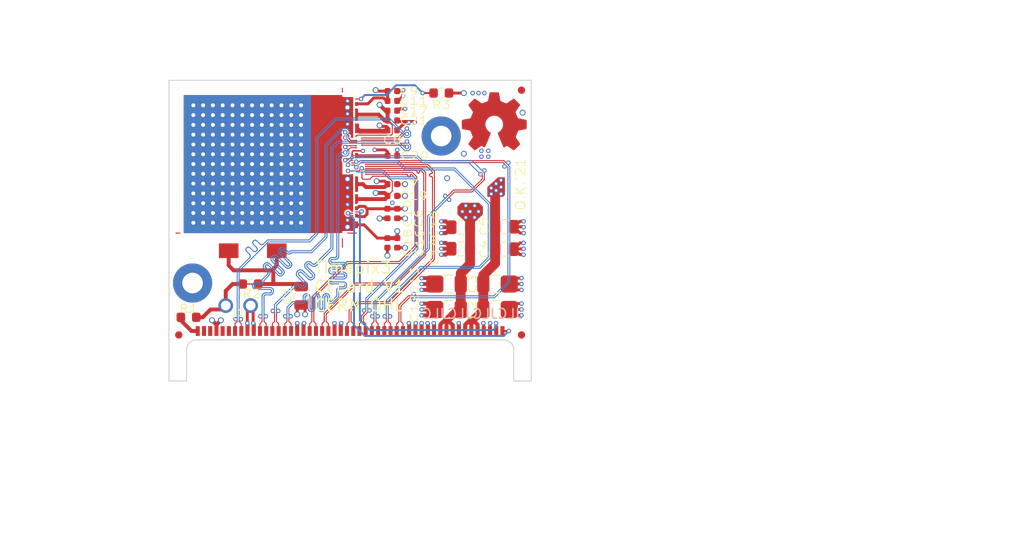
<source format=kicad_pcb>
(kicad_pcb (version 20210424) (generator pcbnew)
  (title_block (title "Timepix3 CompactFlash  chipbcard") (date "2020-04-30") (rev "1") (company "CERN Open Hardware License") (comment 1 "Oliver Keller"))
  (layers (0 "F.Cu" signal) (1 "In1.Cu" power) (2 "In2.Cu" power) (31 "B.Cu" signal) (34 "B.Paste" user) (35 "F.Paste" user) (36 "B.SilkS" user "B.Silkscreen") (37 "F.SilkS" user "F.Silkscreen") (38 "B.Mask" user) (39 "F.Mask" user) (44 "Edge.Cuts" user))
  (net 0 "")
  (net 1 "/Bias")
  (net 2 "GND")
  (net 3 "VDDA")
  (net 4 "VDD")
  (net 5 "Net-(C1-Pad1)")
  (net 7 "/ExtDacIn")
  (net 8 "/DACOut")
  (net 11 "/DataIn_N")
  (net 12 "/DataIn_P")
  (net 13 "/ClkIn40_N")
  (net 14 "/ClkInRefPLL_N")
  (net 15 "/ClkInRefPLL_P")
  (net 16 "/DataOut3_N")
  (net 17 "/DataOut3_P")
  (net 18 "/DataOut0_N")
  (net 19 "/DataOut0_P")
  (net 20 "/ClkOut_N")
  (net 21 "/ClkOut_P")
  (net 22 "/ClkIn40_P")
  (net 23 "/DataOut4_P")
  (net 24 "/DataOut4_N")
  (net 25 "/EnPwrPulse_P")
  (net 26 "/EnPwrPulse_N")
  (net 27 "/EnableIn_P")
  (net 28 "/Reset_P")
  (net 29 "/Reset_N")
  (net 30 "/Shutter_N")
  (net 31 "/EnableIn_N")
  (net 32 "/Shutter_P")
  (net 34 "Net-(R3-Pad1)")
  (footprint "Capacitor_SMD:C_1206_3216Metric" (layer "F.Cu") (at 151.06442 88.022)
    (fp_text reference "C2")
    (fp_text value "10uF")
  )
  (footprint "Capacitor_SMD:C_1206_3216Metric" (layer "F.Cu") (at 151.06442 85.422)
    (fp_text reference "C3")
    (fp_text value "10uF")
  )
  (footprint "Capacitor_SMD:C_0805_2012Metric" (layer "F.Cu") (at 151.854416 81.859986)
    (fp_text reference "C4")
    (fp_text value "4.7uF")
  )
  (footprint "Capacitor_SMD:C_0805_2012Metric" (layer "F.Cu") (at 151.854416 79.573986)
    (fp_text reference "C5")
    (fp_text value "4.7uF")
  )
  (footprint "Capacitor_SMD:C_0402_1005Metric" (layer "F.Cu") (at 140.87442 78.222 -90)
    (fp_text reference "C6")
    (fp_text value "100nF")
  )
  (footprint "Resistor_SMD:R_0603_1608Metric" (layer "F.Cu") (at 145.37442 65.922)
    (fp_text reference "R3")
    (fp_text value "0")
  )
  (footprint "Timepix:Timepix3_lowcostWBpads" (layer "F.Cu") (at 135.27442 80.222 90)
    (fp_text reference "TPX1" hide)
    (fp_text value "Timepix3_Extender_WB_Pads")
  )
  (footprint "Capacitor_SMD:C_0402_1005Metric" (layer "F.Cu") (at 140.37442 69.722)
    (fp_text reference "C8")
    (fp_text value "100nF")
  )
  (footprint "Capacitor_SMD:C_0402_1005Metric" (layer "F.Cu") (at 139.87442 78.222 -90)
    (fp_text reference "C10")
    (fp_text value "10nF")
  )
  (footprint "Capacitor_SMD:C_0402_1005Metric" (layer "F.Cu") (at 140.37442 66.722)
    (fp_text reference "C11")
    (fp_text value "10nF")
  )
  (footprint "Capacitor_SMD:C_1206_3216Metric" (layer "F.Cu") (at 145.96442 88.022 180)
    (fp_text reference "C12")
    (fp_text value "10uF")
  )
  (footprint "Capacitor_SMD:C_1206_3216Metric" (layer "F.Cu") (at 145.96442 85.422 180)
    (fp_text reference "C13")
    (fp_text value "10uF")
  )
  (footprint "Capacitor_SMD:C_0402_1005Metric" (layer "F.Cu") (at 140.87442 81.222 -90)
    (fp_text reference "C16")
    (fp_text value "100nF")
  )
  (footprint "Capacitor_SMD:C_0402_1005Metric" (layer "F.Cu") (at 139.87442 81.222 -90)
    (fp_text reference "C18")
    (fp_text value "10nF")
  )
  (footprint "Capacitor_SMD:C_0402_1005Metric" (layer "F.Cu") (at 140.37442 76.422)
    (fp_text reference "C19")
    (fp_text value "10nF")
  )
  (footprint "Capacitor_SMD:C_0402_1005Metric" (layer "F.Cu") (at 140.37442 67.722)
    (fp_text reference "C17")
    (fp_text value "100nF")
  )
  (footprint "Capacitor_SMD:C_0402_1005Metric" (layer "F.Cu") (at 140.37442 72.322)
    (fp_text reference "C20")
    (fp_text value "10nF")
  )
  (footprint "Capacitor_SMD:C_0805_2012Metric" (layer "F.Cu") (at 147.37442 81.822 180)
    (fp_text reference "C14")
    (fp_text value "4.7uF")
  )
  (footprint "Capacitor_SMD:C_0805_2012Metric" (layer "F.Cu") (at 131.064416 86.621986 -90)
    (fp_text reference "C1")
    (fp_text value "1uF")
  )
  (footprint "Resistor_SMD:R_0603_1608Metric" (layer "F.Cu") (at 119.56442 88.822 180)
    (fp_text reference "R1")
    (fp_text value "100k")
  )
  (footprint "MountingHole:MountingHole_2.1mm" (layer "F.Cu") (at 145.36442 70.312)
    (fp_text reference "H1" hide)
    (fp_text value "WE 9774015633")
  )
  (footprint "Capacitor_SMD:C_0402_1005Metric" (layer "F.Cu") (at 140.37442 68.722)
    (fp_text reference "C21")
    (fp_text value "10nF")
  )
  (footprint "Capacitor_SMD:C_0402_1005Metric" (layer "F.Cu") (at 140.37442 65.722)
    (fp_text reference "C9")
    (fp_text value "100nF")
  )
  (footprint "Capacitor_SMD:C_0402_1005Metric" (layer "F.Cu") (at 140.37442 75.222)
    (fp_text reference "C7")
    (fp_text value "100nF")
  )
  (footprint "Capacitor_SMD:C_0805_2012Metric" (layer "F.Cu") (at 147.37442 79.622 180)
    (fp_text reference "C15")
    (fp_text value "4.7uF")
  )
  (footprint "Resistor_SMD:R_0603_1608Metric" (layer "F.Cu") (at 125.884416 85.421986 180)
    (fp_text reference "R2")
    (fp_text value "DNP")
  )
  (footprint "Connector_PinHeader_2.54mm:PinHeader_1x02_P2.54mm_Vertical" (layer "F.Cu") (at 123.36442 87.622 90)
    (fp_text reference "J1")
    (fp_text value "Conn_01x02_Male")
  )
  (footprint "medipix:CF-Card_Hirose_MI20-50RD-SF(51)" (layer "F.Cu") (at 136.06442 90.722 -90)
    (fp_text reference "J2" hide)
    (fp_text value "MI20-50RD-SF(51)")
  )
  (footprint "TestPoint:TestPoint_Pad_2.0x2.0mm" (layer "F.Cu") (at 123.664416 82.021986)
    (fp_text reference "TP2" hide)
    (fp_text value "Sensor Bais")
  )
  (footprint "Symbol:OSHW-Symbol_6.7x6mm_Copper" (layer "F.Cu") (at 150.77442 68.822)
    (fp_text reference "LOGO1" hide)
    (fp_text value "Logo_Open_Hardware_Small" hide)
  )
  (footprint "TestPoint:TestPoint_Pad_2.0x2.0mm" (layer "F.Cu") (at 128.57442 82.022)
    (fp_text reference "TP1" hide)
    (fp_text value "Sensor Bais")
  )
  (footprint "Fiducial:Fiducial_0.75mm_Mask1.5mm" (layer "F.Cu") (at 118.564416 90.622)
    (fp_text reference "FID2" hide)
    (fp_text value "Fiducial")
  )
  (footprint "Fiducial:Fiducial_0.75mm_Mask1.5mm" (layer "F.Cu") (at 153.56442 65.622)
    (fp_text reference "FID1" hide)
    (fp_text value "Fiducial")
  )
  (footprint "MountingHole:MountingHole_2.1mm" (layer "F.Cu") (at 119.97442 85.322)
    (fp_text reference "H2" hide)
    (fp_text value "WE 9774015633")
  )
  (footprint "Fiducial:Fiducial_0.75mm_Mask1.5mm" (layer "F.Cu") (at 153.564416 90.621986)
    (fp_text reference "FID3" hide)
    (fp_text value "Fiducial")
  )
  (gr_line (start 117.56442 64.622) (end 154.56442 64.622) (layer "Edge.Cuts") (width 0.1))
  (gr_line (start 154.56442 64.622) (end 154.564416 91.121986) (layer "Edge.Cuts") (width 0.1))
  (gr_line (start 151.764416 91.121986) (end 120.364416 91.121986) (layer "Edge.Cuts") (width 0.1))
  (gr_line (start 117.564416 91.121986) (end 117.564416 95.321986) (layer "Edge.Cuts") (width 0.1))
  (gr_arc (start 120.364416 92.121986) (end 120.364416 91.121986) (angle -90) (layer "Edge.Cuts") (width 0.1))
  (gr_line (start 119.364416 95.321986) (end 119.364416 92.121986) (layer "Edge.Cuts") (width 0.1))
  (gr_line (start 117.564416 91.121986) (end 117.564416 64.621986) (layer "Edge.Cuts") (width 0.1))
  (gr_arc (start 151.764416 92.121986) (end 152.764416 92.121986) (angle -90) (layer "Edge.Cuts") (width 0.1))
  (gr_line (start 154.564416 95.321986) (end 152.764416 95.321986) (layer "Edge.Cuts") (width 0.1))
  (gr_line (start 152.764416 95.321986) (end 152.764416 92.121986) (layer "Edge.Cuts") (width 0.1))
  (gr_line (start 117.564416 95.321986) (end 119.364416 95.321986) (layer "Edge.Cuts") (width 0.1))
  (gr_line (start 154.564416 91.121986) (end 154.564416 95.321986) (layer "Edge.Cuts") (width 0.1))
  (gr_text "JLCJLCJLCJLC" (at 148.552416 88.463986) (layer "B.SilkS") (effects (font (size 1 1)) (justify mirror)))
  (gr_text "O.K.'21" (at 153.47442 75.222 90) (layer "F.SilkS") (effects (font (size 1 1) (thickness 0.1))))
  (gr_text "Timepix3 \nCFcard V1\nCERN OHL" (at 132.296416 85.669986) (layer "F.SilkS") (effects (font (size 1.2 1.2) (thickness 0.153)) (justify left)))
  (segment (start 118.77692 88.822) (end 118.77692 89.1345) (width 0.4) (layer "F.Cu") (net 1))
  (segment (start 119.86442 90.222) (end 120.50442 90.222) (width 0.4) (layer "F.Cu") (net 1))
  (segment (start 118.77692 89.1345) (end 119.86442 90.222) (width 0.4) (layer "F.Cu") (net 1))
  (segment (start 153.06442 87.422) (end 152.46442 88.022) (width 0.3) (layer "F.Cu") (net 2))
  (segment (start 152.791916 79.573986) (end 153.726406 79.573986) (width 0.3) (layer "F.Cu") (net 2))
  (segment (start 136.27442 71.922) (end 136.37442 71.822) (width 0.15) (layer "F.Cu") (net 2))
  (segment (start 143.36442 87.422) (end 143.96442 87.422) (width 0.4) (layer "F.Cu") (net 2))
  (segment (start 146.16192 65.922) (end 147.67442 65.922) (width 0.3) (layer "F.Cu") (net 2))
  (segment (start 136.27442 79.959) (end 136.27442 79.813) (width 0.1) (layer "F.Cu") (net 2))
  (segment (start 134.47442 90.222) (end 134.47442 89.432) (width 0.4) (layer "F.Cu") (net 2))
  (segment (start 152.791916 81.859986) (end 153.41192 82.422) (width 0.3) (layer "F.Cu") (net 2))
  (segment (start 143.36442 84.822) (end 143.96442 84.822) (width 0.4) (layer "F.Cu") (net 2))
  (segment (start 136.27442 74.265) (end 136.27442 74.63) (width 0.1) (layer "F.Cu") (net 2))
  (segment (start 136.27442 72.422) (end 136.27442 72.197) (width 0.1) (layer "F.Cu") (net 2))
  (segment (start 141.99442 69.002) (end 141.59442 69.002) (width 0.3) (layer "F.Cu") (net 2))
  (segment (start 141.67442 67.522) (end 141.17442 67.522) (width 0.3) (layer "F.Cu") (net 2))
  (segment (start 144.00442 90.222) (end 144.00442 89.462) (width 0.4) (layer "F.Cu") (net 2))
  (segment (start 153.77442 80.222) (end 153.41192 80.222) (width 0.3) (layer "F.Cu") (net 2))
  (segment (start 135.11442 89.472) (end 135.16442 89.422) (width 0.3) (layer "F.Cu") (net 2))
  (segment (start 141.47442 66.222) (end 140.97442 66.722) (width 0.3) (layer "F.Cu") (net 2))
  (segment (start 131.464416 87.959486) (end 131.464416 88.521986) (width 0.3) (layer "F.Cu") (net 2))
  (segment (start 143.36442 88.022) (end 144.56442 88.022) (width 0.4) (layer "F.Cu") (net 2))
  (segment (start 134.47442 89.432) (end 134.46442 89.422) (width 0.3) (layer "F.Cu") (net 2))
  (segment (start 153.56442 84.822) (end 153.06442 84.822) (width 0.3) (layer "F.Cu") (net 2))
  (segment (start 144.60442 89.422) (end 144.56442 89.462) (width 0.3) (layer "F.Cu") (net 2))
  (segment (start 140.95942 68.822) (end 140.85942 68.722) (width 0.3) (layer "F.Cu") (net 2))
  (segment (start 136.27442 78.426) (end 136.27442 78.718) (width 0.1) (layer "F.Cu") (net 2))
  (segment (start 143.96442 87.422) (end 144.56442 88.022) (width 0.4) (layer "F.Cu") (net 2))
  (segment (start 141.17442 67.522) (end 140.97442 67.722) (width 0.3) (layer "F.Cu") (net 2))
  (segment (start 153.41192 79.022) (end 152.791916 79.573986) (width 0.3) (layer "F.Cu") (net 2))
  (segment (start 125.56442 89.422) (end 125.58442 89.442) (width 0.3) (layer "F.Cu") (net 2))
  (segment (start 141.65942 78.707) (end 141.67442 78.722) (width 0.3) (layer "F.Cu") (net 2))
  (segment (start 145.37442 79.022) (end 145.83692 79.022) (width 0.4) (layer "F.Cu") (net 2))
  (segment (start 136.27442 72.197) (end 136.277 72.197) (width 0.15) (layer "F.Cu") (net 2))
  (segment (start 153.41192 81.222) (end 152.791916 81.859986) (width 0.3) (layer "F.Cu") (net 2))
  (segment (start 153.56442 88.622) (end 153.06442 88.622) (width 0.3) (layer "F.Cu") (net 2))
  (segment (start 149.71442 89.472) (end 149.66442 89.422) (width 0.3) (layer "F.Cu") (net 2))
  (segment (start 145.83692 81.222) (end 146.43692 81.822) (width 0.4) (layer "F.Cu") (net 2))
  (segment (start 122.41442 90.222) (end 122.41442 89.572) (width 0.4) (layer "F.Cu") (net 2))
  (segment (start 145.83692 79.022) (end 146.43692 79.622) (width 0.4) (layer "F.Cu") (net 2))
  (segment (start 142.07442 68.922) (end 142.67442 68.922) (width 0.45) (layer "F.Cu") (net 2))
  (segment (start 153.06442 88.622) (end 152.46442 88.022) (width 0.3) (layer "F.Cu") (net 2))
  (segment (start 131.30442 89.482) (end 131.36442 89.422) (width 0.3) (layer "F.Cu") (net 2))
  (segment (start 150.35442 90.222) (end 150.35442 89.432) (width 0.3) (layer "F.Cu") (net 2))
  (segment (start 141.59442 69.002) (end 140.87442 69.722) (width 0.3) (layer "F.Cu") (net 2))
  (segment (start 141.47442 65.622) (end 141.37442 65.722) (width 0.3) (layer "F.Cu") (net 2))
  (segment (start 145.83692 80.222) (end 146.43692 79.622) (width 0.4) (layer "F.Cu") (net 2))
  (segment (start 149.71442 90.222) (end 149.71442 89.472) (width 0.3) (layer "F.Cu") (net 2))
  (segment (start 143.36442 90.222) (end 143.36442 89.422) (width 0.4) (layer "F.Cu") (net 2))
  (segment (start 153.77442 79.022) (end 153.41192 79.022) (width 0.3) (layer "F.Cu") (net 2))
  (segment (start 140.97442 66.722) (end 140.85942 66.722) (width 0.3) (layer "F.Cu") (net 2))
  (segment (start 140.87442 71.722) (end 140.85942 71.737) (width 0.3) (layer "F.Cu") (net 2))
  (segment (start 143.96442 86.022) (end 144.56442 85.422) (width 0.4) (layer "F.Cu") (net 2))
  (segment (start 140.85942 71.737) (end 140.85942 72.322) (width 0.3) (layer "F.Cu") (net 2))
  (segment (start 126.16442 89.422) (end 126.16442 87.982) (width 0.3) (layer "F.Cu") (net 2))
  (segment (start 142.07442 68.922) (end 141.99442 69.002) (width 0.3) (layer "F.Cu") (net 2))
  (segment (start 140.85942 76.422) (end 140.85942 76.457) (width 0.3) (layer "F.Cu") (net 2))
  (segment (start 144.63442 89.452) (end 144.60442 89.422) (width 0.4) (layer "F.Cu") (net 2))
  (segment (start 143.36442 86.022) (end 143.96442 86.022) (width 0.4) (layer "F.Cu") (net 2))
  (segment (start 140.87442 69.722) (end 140.85942 69.722) (width 0.3) (layer "F.Cu") (net 2))
  (segment (start 136.27442 66.381) (end 136.27442 66.746) (width 0.1) (layer "F.Cu") (net 2))
  (segment (start 141.65942 81.707) (end 140.87442 81.707) (width 0.3) (layer "F.Cu") (net 2))
  (segment (start 140.97442 67.722) (end 140.85942 67.722) (width 0.3) (layer "F.Cu") (net 2))
  (segment (start 130.66442 90.222) (end 130.66442 89.422) (width 0.4) (layer "F.Cu") (net 2))
  (segment (start 135.11442 90.222) (end 135.11442 89.472) (width 0.4) (layer "F.Cu") (net 2))
  (segment (start 136.37442 71.822) (end 137.37442 71.822) (width 0.15) (layer "F.Cu") (net 2))
  (segment (start 147.17442 90.222) (end 147.17442 89.432) (width 0.4) (layer "F.Cu") (net 2))
  (segment (start 122.41442 89.572) (end 122.86442 89.122) (width 0.4) (layer "F.Cu") (net 2))
  (segment (start 142.27442 68.822) (end 140.95942 68.822) (width 0.3) (layer "F.Cu") (net 2))
  (segment (start 139.87442 81.707) (end 139.87442 82.522) (width 0.3) (layer "F.Cu") (net 2))
  (segment (start 121.96442 89.122) (end 122.41442 89.572) (width 0.4) (layer "F.Cu") (net 2))
  (segment (start 153.56442 87.422) (end 153.06442 87.422) (width 0.3) (layer "F.Cu") (net 2))
  (segment (start 153.77442 81.222) (end 153.41192 81.222) (width 0.3) (layer "F.Cu") (net 2))
  (segment (start 142.73442 90.222) (end 142.73442 89.452) (width 0.4) (layer "F.Cu") (net 2))
  (segment (start 144.00442 89.462) (end 143.96442 89.422) (width 0.4) (layer "F.Cu") (net 2))
  (segment (start 142.73442 89.452) (end 142.76442 89.422) (width 0.4) (layer "F.Cu") (net 2))
  (segment (start 153.41192 82.422) (end 153.77442 82.422) (width 0.3) (layer "F.Cu") (net 2))
  (segment (start 144.63442 90.222) (end 144.63442 89.452) (width 0.4) (layer "F.Cu") (net 2))
  (segment (start 145.83692 82.422) (end 146.43692 81.822) (width 0.4) (layer "F.Cu") (net 2))
  (segment (start 141.67442 81.722) (end 141.65942 81.707) (width 0.3) (layer "F.Cu") (net 2))
  (segment (start 126.22442 90.222) (end 126.22442 89.482) (width 0.4) (layer "F.Cu") (net 2))
  (segment (start 126.16442 87.982) (end 125.90442 87.722) (width 0.3) (layer "F.Cu") (net 2))
  (segment (start 145.37442 81.822) (end 146.43692 81.822) (width 0.4) (layer "F.Cu") (net 2))
  (segment (start 135.8 69.1) (end 135.928 69.228) (width 0.1) (layer "F.Cu") (net 2))
  (segment (start 125.56442 89.422) (end 125.56442 88.062) (width 0.3) (layer "F.Cu") (net 2))
  (segment (start 147.17442 89.432) (end 147.16442 89.422) (width 0.4) (layer "F.Cu") (net 2))
  (segment (start 140.87442 78.707) (end 141.65942 78.707) (width 0.3) (layer "F.Cu") (net 2))
  (segment (start 136.274416 70.441986) (end 136.27442 70.104) (width 0.1) (layer "F.Cu") (net 2))
  (segment (start 142.09442 90.222) (end 142.09442 89.452) (width 0.4) (layer "F.Cu") (net 2))
  (segment (start 131.064416 87.559486) (end 130.664416 87.959486) (width 0.3) (layer "F.Cu") (net 2))
  (segment (start 131.064416 87.559486) (end 131.464416 87.959486) (width 0.3) (layer "F.Cu") (net 2))
  (segment (start 145.37442 80.222) (end 145.83692 80.222) (width 0.4) (layer "F.Cu") (net 2))
  (segment (start 153.56442 86.022) (end 153.06442 86.022) (width 0.3) (layer "F.Cu") (net 2))
  (segment (start 143.96442 84.822) (end 144.56442 85.422) (width 0.4) (layer "F.Cu") (net 2))
  (segment (start 142.57442 68.822) (end 142.67442 68.922) (width 0.3) (layer "F.Cu") (net 2))
  (segment (start 135.928 69.228) (end 136.27442 69.228) (width 0.1) (layer "F.Cu") (net 2))
  (segment (start 135.8 68.041986) (end 136.037014 68.279) (width 0.1) (layer "F.Cu") (net 2))
  (segment (start 125.58442 90.222) (end 125.58442 89.442) (width 0.4) (layer "F.Cu") (net 2))
  (segment (start 143.96442 88.622) (end 144.56442 88.022) (width 0.4) (layer "F.Cu") (net 2))
  (segment (start 136.037014 68.279) (end 136.27442 68.279) (width 0.1) (layer "F.Cu") (net 2))
  (segment (start 145.37442 79.622) (end 146.43692 79.622) (width 0.4) (layer "F.Cu") (net 2))
  (segment (start 153.06442 86.022) (end 152.46442 85.422) (width 0.3) (layer "F.Cu") (net 2))
  (segment (start 126.22442 89.482) (end 126.16442 89.422) (width 0.3) (layer "F.Cu") (net 2))
  (segment (start 131.30442 90.222) (end 131.30442 89.482) (width 0.4) (layer "F.Cu") (net 2))
  (segment (start 130.664416 87.959486) (end 130.664416 88.521986) (width 0.3) (layer "F.Cu") (net 2))
  (segment (start 143.36442 88.622) (end 143.96442 88.622) (width 0.4) (layer "F.Cu") (net 2))
  (segment (start 142.27442 68.822) (end 142.57442 68.822) (width 0.3) (layer "F.Cu") (net 2))
  (segment (start 143.36442 85.422) (end 144.56442 85.422) (width 0.4) (layer "F.Cu") (net 2))
  (segment (start 142.06442 89.442) (end 142.04442 89.422) (width 0.3) (layer "F.Cu") (net 2))
  (segment (start 136.27442 72.197) (end 136.27442 71.922) (width 0.15) (layer "F.Cu") (net 2))
  (segment (start 153.726406 79.573986) (end 153.77442 79.622) (width 0.3) (layer "F.Cu") (net 2))
  (segment (start 145.37442 81.222) (end 145.83692 81.222) (width 0.4) (layer "F.Cu") (net 2))
  (segment (start 139.87442 78.707) (end 139.08942 78.707) (width 0.3) (layer "F.Cu") (net 2))
  (segment (start 153.06442 84.822) (end 152.46442 85.422) (width 0.3) (layer "F.Cu") (net 2))
  (segment (start 153.41192 80.222) (end 152.791916 79.573986) (width 0.3) (layer "F.Cu") (net 2))
  (segment (start 145.37442 82.422) (end 145.83692 82.422) (width 0.4) (layer "F.Cu") (net 2))
  (segment (start 136.27442 77.988) (end 136.27442 77.696) (width 0.1) (layer "F.Cu") (net 2))
  (segment (start 141.37442 65.722) (end 140.85942 65.722) (width 0.3) (layer "F.Cu") (net 2))
  (segment (start 140.85942 75.222) (end 141.67442 75.222) (width 0.3) (layer "F.Cu") (net 2))
  (segment (start 140.85942 76.422) (end 141.67442 76.422) (width 0.3) (layer "F.Cu") (net 2))
  (segment (start 139.08942 78.707) (end 139.07442 78.722) (width 0.3) (layer "F.Cu") (net 2))
  (segment (start 125.56442 88.062) (end 125.90442 87.722) (width 0.3) (layer "F.Cu") (net 2))
  (segment (start 153.77442 81.822) (end 152.791916 81.859986) (width 0.3) (layer "F.Cu") (net 2))
  (segment (start 153.56442 88.022) (end 152.46442 88.022) (width 0.3) (layer "F.Cu") (net 2))
  (segment (start 150.35442 89.432) (end 150.36442 89.422) (width 0.3) (layer "F.Cu") (net 2))
  (segment (start 153.56442 85.422) (end 152.46442 85.422) (width 0.3) (layer "F.Cu") (net 2))
  (segment (start 142.09442 89.452) (end 142.06442 89.422) (width 0.4) (layer "F.Cu") (net 2))
  (via (at 149.17442 65.922) (size 0.45) (drill 0.25) (layers "F.Cu" "B.Cu") (net 2))
  (via (at 145.37442 79.622) (size 0.45) (drill 0.25) (layers "F.Cu" "B.Cu") (net 2))
  (via (at 145.37442 82.422) (size 0.45) (drill 0.25) (layers "F.Cu" "B.Cu") (net 2))
  (via (at 145.37442 81.822) (size 0.45) (drill 0.25) (layers "F.Cu" "B.Cu") (net 2))
  (via (at 145.37442 81.222) (size 0.45) (drill 0.25) (layers "F.Cu" "B.Cu") (net 2))
  (via (at 143.36442 86.022) (size 0.45) (drill 0.25) (layers "F.Cu" "B.Cu") (net 2))
  (via (at 143.36442 85.422) (size 0.45) (drill 0.25) (layers "F.Cu" "B.Cu") (net 2))
  (via (at 143.36442 84.822) (size 0.45) (drill 0.25) (layers "F.Cu" "B.Cu") (net 2))
  (via (at 143.36442 87.422) (size 0.45) (drill 0.25) (layers "F.Cu" "B.Cu") (net 2))
  (via (at 143.36442 88.022) (size 0.45) (drill 0.25) (layers "F.Cu" "B.Cu") (net 2))
  (via (at 143.36442 88.622) (size 0.45) (drill 0.25) (layers "F.Cu" "B.Cu") (net 2))
  (via (at 153.56442 84.822) (size 0.45) (drill 0.25) (layers "F.Cu" "B.Cu") (net 2))
  (via (at 153.56442 85.422) (size 0.45) (drill 0.25) (layers "F.Cu" "B.Cu") (net 2))
  (via (at 153.56442 86.022) (size 0.45) (drill 0.25) (layers "F.Cu" "B.Cu") (net 2))
  (via (at 153.56442 87.422) (size 0.45) (drill 0.25) (layers "F.Cu" "B.Cu") (net 2))
  (via (at 153.56442 88.622) (size 0.45) (drill 0.25) (layers "F.Cu" "B.Cu") (net 2))
  (via (at 153.56442 88.022) (size 0.45) (drill 0.25) (layers "F.Cu" "B.Cu") (net 2))
  (via (at 153.77442 82.422) (size 0.45) (drill 0.25) (layers "F.Cu" "B.Cu") (net 2))
  (via (at 153.77442 81.222) (size 0.45) (drill 0.25) (layers "F.Cu" "B.Cu") (net 2))
  (via (at 153.77442 81.822) (size 0.45) (drill 0.25) (layers "F.Cu" "B.Cu") (net 2))
  (via (at 153.77442 79.622) (size 0.45) (drill 0.25) (layers "F.Cu" "B.Cu") (net 2))
  (via (at 153.77442 79.022) (size 0.45) (drill 0.25) (layers "F.Cu" "B.Cu") (net 2))
  (via (at 153.77442 80.222) (size 0.45) (drill 0.25) (layers "F.Cu" "B.Cu") (net 2))
  (via (at 135.8 74.7) (size 0.6) (drill 0.4) (layers "F.Cu" "B.Cu") (net 2))
  (via (at 135.8 78.9) (size 0.45) (drill 0.25) (layers "F.Cu" "B.Cu") (net 2))
  (via (at 142.67442 68.922) (size 0.45) (drill 0.25) (layers "F.Cu" "B.Cu") (net 2))
  (via (at 127.05442 79.172) (size 0.6) (drill 0.4) (layers "F.Cu" "B.Cu") (net 2))
  (via (at 130.05442 79.172) (size 0.6) (drill 0.4) (layers "F.Cu" "B.Cu") (net 2))
  (via (at 125.05442 79.172) (size 0.6) (drill 0.4) (layers "F.Cu" "B.Cu") (net 2))
  (via (at 122.05442 71.172) (size 0.6) (drill 0.4) (layers "F.Cu" "B.Cu") (net 2))
  (via (at 120.05442 70.172) (size 0.6) (drill 0.4) (layers "F.Cu" "B.Cu") (net 2))
  (via (at 128.05442 70.172) (size 0.6) (drill 0.4) (layers "F.Cu" "B.Cu") (net 2))
  (via (at 121.05442 70.172) (size 0.6) (drill 0.4) (layers "F.Cu" "B.Cu") (net 2))
  (via (at 131.05442 70.172) (size 0.6) (drill 0.4) (layers "F.Cu" "B.Cu") (net 2))
  (via (at 123.05442 70.172) (size 0.6) (drill 0.4) (layers "F.Cu" "B.Cu") (net 2))
  (via (at 122.05442 70.172) (size 0.6) (drill 0.4) (layers "F.Cu" "B.Cu") (net 2))
  (via (at 123.05442 71.172) (size 0.6) (drill 0.4) (layers "F.Cu" "B.Cu") (net 2))
  (via (at 129.05442 71.172) (size 0.6) (drill 0.4) (layers "F.Cu" "B.Cu") (net 2))
  (via (at 130.05442 71.172) (size 0.6) (drill 0.4) (layers "F.Cu" "B.Cu") (net 2))
  (via (at 120.05442 71.172) (size 0.6) (drill 0.4) (layers "F.Cu" "B.Cu") (net 2))
  (via (at 125.05442 71.172) (size 0.6) (drill 0.4) (layers "F.Cu" "B.Cu") (net 2))
  (via (at 131.05442 71.172) (size 0.6) (drill 0.4) (layers "F.Cu" "B.Cu") (net 2))
  (via (at 130.05442 67.172) (size 0.6) (drill 0.4) (layers "F.Cu" "B.Cu") (net 2))
  (via (at 125.05442 72.172) (size 0.6) (drill 0.4) (layers "F.Cu" "B.Cu") (net 2))
  (via (at 123.05442 72.172) (size 0.6) (drill 0.4) (layers "F.Cu" "B.Cu") (net 2))
  (via (at 131.05442 72.172) (size 0.6) (drill 0.4) (layers "F.Cu" "B.Cu") (net 2))
  (via (at 128.05442 72.172) (size 0.6) (drill 0.4) (layers "F.Cu" "B.Cu") (net 2))
  (via (at 126.05442 72.172) (size 0.6) (drill 0.4) (layers "F.Cu" "B.Cu") (net 2))
  (via (at 129.05442 72.172) (size 0.6) (drill 0.4) (layers "F.Cu" "B.Cu") (net 2))
  (via (at 120.05442 69.172) (size 0.6) (drill 0.4) (layers "F.Cu" "B.Cu") (net 2))
  (via (at 124.05442 69.172) (size 0.6) (drill 0.4) (layers "F.Cu" "B.Cu") (net 2))
  (via (at 130.05442 69.172) (size 0.6) (drill 0.4) (layers "F.Cu" "B.Cu") (net 2))
  (via (at 122.05442 69.172) (size 0.6) (drill 0.4) (layers "F.Cu" "B.Cu") (net 2))
  (via (at 131.05442 69.172) (size 0.6) (drill 0.4) (layers "F.Cu" "B.Cu") (net 2))
  (via (at 126.05442 69.172) (size 0.6) (drill 0.4) (layers "F.Cu" "B.Cu") (net 2))
  (via (at 123.05442 68.172) (size 0.6) (drill 0.4) (layers "F.Cu" "B.Cu") (net 2))
  (via (at 124.05442 79.172) (size 0.6) (drill 0.4) (layers "F.Cu" "B.Cu") (net 2))
  (via (at 121.05442 79.172) (size 0.6) (drill 0.4) (layers "F.Cu" "B.Cu") (net 2))
  (via (at 120.05442 79.172) (size 0.6) (drill 0.4) (layers "F.Cu" "B.Cu") (net 2))
  (via (at 122.05442 79.172) (size 0.6) (drill 0.4) (layers "F.Cu" "B.Cu") (net 2))
  (via (at 128.05442 79.172) (size 0.6) (drill 0.4) (layers "F.Cu" "B.Cu") (net 2))
  (via (at 126.05442 79.172) (size 0.6) (drill 0.4) (layers "F.Cu" "B.Cu") (net 2))
  (via (at 130.05442 76.172) (size 0.6) (drill 0.4) (layers "F.Cu" "B.Cu") (net 2))
  (via (at 127.05442 76.172) (size 0.6) (drill 0.4) (layers "F.Cu" "B.Cu") (net 2))
  (via (at 126.05442 76.172) (size 0.6) (drill 0.4) (layers "F.Cu" "B.Cu") (net 2))
  (via (at 120.05442 76.172) (size 0.6) (drill 0.4) (layers "F.Cu" "B.Cu") (net 2))
  (via (at 123.05442 76.172) (size 0.6) (drill 0.4) (layers "F.Cu" "B.Cu") (net 2))
  (via (at 122.05442 76.172) (size 0.6) (drill 0.4) (layers "F.Cu" "B.Cu") (net 2))
  (via (at 125.05442 73.172) (size 0.6) (drill 0.4) (layers "F.Cu" "B.Cu") (net 2))
  (via (at 127.05442 73.172) (size 0.6) (drill 0.4) (layers "F.Cu" "B.Cu") (net 2))
  (via (at 127.05442 72.172) (size 0.6) (drill 0.4) (layers "F.Cu" "B.Cu") (net 2))
  (via (at 120.05442 72.172) (size 0.6) (drill 0.4) (layers "F.Cu" "B.Cu") (net 2))
  (via (at 122.05442 72.172) (size 0.6) (drill 0.4) (layers "F.Cu" "B.Cu") (net 2))
  (via (at 126.05442 73.172) (size 0.6) (drill 0.4) (layers "F.Cu" "B.Cu") (net 2))
  (via (at 123.05442 73.172) (size 0.6) (drill 0.4) (layers "F.Cu" "B.Cu") (net 2))
  (via (at 129.05442 73.172) (size 0.6) (drill 0.4) (layers "F.Cu" "B.Cu") (net 2))
  (via (at 128.05442 73.172) (size 0.6) (drill 0.4) (layers "F.Cu" "B.Cu") (net 2))
  (via (at 121.05442 73.172) (size 0.6) (drill 0.4) (layers "F.Cu" "B.Cu") (net 2))
  (via (at 131.05442 73.172) (size 0.6) (drill 0.4) (layers "F.Cu" "B.Cu") (net 2))
  (via (at 120.05442 73.172) (size 0.6) (drill 0.4) (layers "F.Cu" "B.Cu") (net 2))
  (via (at 129.05442 69.172) (size 0.6) (drill 0.4) (layers "F.Cu" "B.Cu") (net 2))
  (via (at 128.05442 69.172) (size 0.6) (drill 0.4) (layers "F.Cu" "B.Cu") (net 2))
  (via (at 123.05442 69.172) (size 0.6) (drill 0.4) (layers "F.Cu" "B.Cu") (net 2))
  (via (at 121.05442 69.172) (size 0.6) (drill 0.4) (layers "F.Cu" "B.Cu") (net 2))
  (via (at 125.05442 69.172) (size 0.6) (drill 0.4) (layers "F.Cu" "B.Cu") (net 2))
  (via (at 127.05442 69.172) (size 0.6) (drill 0.4) (layers "F.Cu" "B.Cu") (net 2))
  (via (at 126.05442 75.172) (size 0.6) (drill 0.4) (layers "F.Cu" "B.Cu") (net 2))
  (via (at 128.05442 75.172) (size 0.6) (drill 0.4) (layers "F.Cu" "B.Cu") (net 2))
  (via (at 121.05442 75.172) (size 0.6) (drill 0.4) (layers "F.Cu" "B.Cu") (net 2))
  (via (at 124.05442 75.172) (size 0.6) (drill 0.4) (layers "F.Cu" "B.Cu") (net 2))
  (via (at 125.05442 75.172) (size 0.6) (drill 0.4) (layers "F.Cu" "B.Cu") (net 2))
  (via (at 123.05442 75.172) (size 0.6) (drill 0.4) (layers "F.Cu" "B.Cu") (net 2))
  (via (at 129.05442 75.172) (size 0.6) (drill 0.4) (layers "F.Cu" "B.Cu") (net 2))
  (via (at 131.05442 79.172) (size 0.6) (drill 0.4) (layers "F.Cu" "B.Cu") (net 2))
  (via (at 123.05442 79.172) (size 0.6) (drill 0.4) (layers "F.Cu" "B.Cu") (net 2))
  (via (at 129.05442 79.172) (size 0.6) (drill 0.4) (layers "F.Cu" "B.Cu") (net 2))
  (via (at 131.05442 78.172) (size 0.6) (drill 0.4) (layers "F.Cu" "B.Cu") (net 2))
  (via (at 120.05442 78.172) (size 0.6) (drill 0.4) (layers "F.Cu" "B.Cu") (net 2))
  (via (at 122.05442 78.172) (size 0.6) (drill 0.4) (layers "F.Cu" "B.Cu") (net 2))
  (via (at 130.05442 78.172) (size 0.6) (drill 0.4) (layers "F.Cu" "B.Cu") (net 2))
  (via (at 120.05442 68.172) (size 0.6) (drill 0.4) (layers "F.Cu" "B.Cu") (net 2))
  (via (at 130.05442 68.172) (size 0.6) (drill 0.4) (layers "F.Cu" "B.Cu") (net 2))
  (via (at 124.05442 68.172) (size 0.6) (drill 0.4) (layers "F.Cu" "B.Cu") (net 2))
  (via (at 125.05442 68.172) (size 0.6) (drill 0.4) (layers "F.Cu" "B.Cu") (net 2))
  (via (at 127.05442 68.172) (size 0.6) (drill 0.4) (layers "F.Cu" "B.Cu") (net 2))
  (via (at 131.05442 77.172) (size 0.6) (drill 0.4) (layers "F.Cu" "B.Cu") (net 2))
  (via (at 128.05442 76.172) (size 0.6) (drill 0.4) (layers "F.Cu" "B.Cu") (net 2))
  (via (at 131.05442 76.172) (size 0.6) (drill 0.4) (layers "F.Cu" "B.Cu") (net 2))
  (via (at 124.05442 76.172) (size 0.6) (drill 0.4) (layers "F.Cu" "B.Cu") (net 2))
  (via (at 125.05442 76.172) (size 0.6) (drill 0.4) (layers "F.Cu" "B.Cu") (net 2))
  (via (at 129.05442 76.172) (size 0.6) (drill 0.4) (layers "F.Cu" "B.Cu") (net 2))
  (via (at 121.05442 76.172) (size 0.6) (drill 0.4) (layers "F.Cu" "B.Cu") (net 2))
  (via (at 127.05442 70.172) (size 0.6) (drill 0.4) (layers "F.Cu" "B.Cu") (net 2))
  (via (at 125.05442 78.172) (size 0.6) (drill 0.4) (layers "F.Cu" "B.Cu") (net 2))
  (via (at 123.05442 78.172) (size 0.6) (drill 0.4) (layers "F.Cu" "B.Cu") (net 2))
  (via (at 127.05442 77.172) (size 0.6) (drill 0.4) (layers "F.Cu" "B.Cu") (net 2))
  (via (at 126.05442 77.172) (size 0.6) (drill 0.4) (layers "F.Cu" "B.Cu") (net 2))
  (via (at 120.05442 77.172) (size 0.6) (drill 0.4) (layers "F.Cu" "B.Cu") (net 2))
  (via (at 128.05442 77.172) (size 0.6) (drill 0.4) (layers "F.Cu" "B.Cu") (net 2))
  (via (at 125.05442 77.172) (size 0.6) (drill 0.4) (layers "F.Cu" "B.Cu") (net 2))
  (via (at 129.05442 67.172) (size 0.6) (drill 0.4) (layers "F.Cu" "B.Cu") (net 2))
  (via (at 128.05442 67.172) (size 0.6) (drill 0.4) (layers "F.Cu" "B.Cu") (net 2))
  (via (at 127.05442 67.172) (size 0.6) (drill 0.4) (layers "F.Cu" "B.Cu") (net 2))
  (via (at 126.05442 67.172) (size 0.6) (drill 0.4) (layers "F.Cu" "B.Cu") (net 2))
  (via (at 125.05442 67.172) (size 0.6) (drill 0.4) (layers "F.Cu" "B.Cu") (net 2))
  (via (at 121.05442 68.172) (size 0.6) (drill 0.4) (layers "F.Cu" "B.Cu") (net 2))
  (via (at 129.05442 68.172) (size 0.6) (drill 0.4) (layers "F.Cu" "B.Cu") (net 2))
  (via (at 122.05442 68.172) (size 0.6) (drill 0.4) (layers "F.Cu" "B.Cu") (net 2))
  (via (at 128.05442 68.172) (size 0.6) (drill 0.4) (layers "F.Cu" "B.Cu") (net 2))
  (via (at 126.05442 68.172) (size 0.6) (drill 0.4) (layers "F.Cu" "B.Cu") (net 2))
  (via (at 131.05442 68.172) (size 0.6) (drill 0.4) (layers "F.Cu" "B.Cu") (net 2))
  (via (at 131.05442 67.172) (size 0.6) (drill 0.4) (layers "F.Cu" "B.Cu") (net 2))
  (via (at 122.05442 74.172) (size 0.6) (drill 0.4) (layers "F.Cu" "B.Cu") (net 2))
  (via (at 128.05442 74.172) (size 0.6) (drill 0.4) (layers "F.Cu" "B.Cu") (net 2))
  (via (at 121.05442 74.172) (size 0.6) (drill 0.4) (layers "F.Cu" "B.Cu") (net 2))
  (via (at 125.05442 74.172) (size 0.6) (drill 0.4) (layers "F.Cu" "B.Cu") (net 2))
  (via (at 130.05442 73.172) (size 0.6) (drill 0.4) (layers "F.Cu" "B.Cu") (net 2))
  (via (at 122.05442 73.172) (size 0.6) (drill 0.4) (layers "F.Cu" "B.Cu") (net 2))
  (via (at 124.05442 73.172) (size 0.6) (drill 0.4) (layers "F.Cu" "B.Cu") (net 2))
  (via (at 124.05442 72.172) (size 0.6) (drill 0.4) (layers "F.Cu" "B.Cu") (net 2))
  (via (at 130.05442 72.172) (size 0.6) (drill 0.4) (layers "F.Cu" "B.Cu") (net 2))
  (via (at 121.05442 72.172) (size 0.6) (drill 0.4) (layers "F.Cu" "B.Cu") (net 2))
  (via (at 124.05442 71.172) (size 0.6) (drill 0.4) (layers "F.Cu" "B.Cu") (net 2))
  (via (at 127.05442 71.172) (size 0.6) (drill 0.4) (layers "F.Cu" "B.Cu") (net 2))
  (via (at 121.05442 71.172) (size 0.6) (drill 0.4) (layers "F.Cu" "B.Cu") (net 2))
  (via (at 126.05442 71.172) (size 0.6) (drill 0.4) (layers "F.Cu" "B.Cu") (net 2))
  (via (at 121.05442 78.172) (size 0.6) (drill 0.4) (layers "F.Cu" "B.Cu") (net 2))
  (via (at 126.05442 78.172) (size 0.6) (drill 0.4) (layers "F.Cu" "B.Cu") (net 2))
  (via (at 127.05442 78.172) (size 0.6) (drill 0.4) (layers "F.Cu" "B.Cu") (net 2))
  (via (at 129.05442 78.172) (size 0.6) (drill 0.4) (layers "F.Cu" "B.Cu") (net 2))
  (via (at 128.05442 78.172) (size 0.6) (drill 0.4) (layers "F.Cu" "B.Cu") (net 2))
  (via (at 124.05442 78.172) (size 0.6) (drill 0.4) (layers "F.Cu" "B.Cu") (net 2))
  (via (at 120.05442 74.172) (size 0.6) (drill 0.4) (layers "F.Cu" "B.Cu") (net 2))
  (via (at 123.05442 74.172) (size 0.6) (drill 0.4) (layers "F.Cu" "B.Cu") (net 2))
  (via (at 130.05442 74.172) (size 0.6) (drill 0.4) (layers "F.Cu" "B.Cu") (net 2))
  (via (at 129.05442 74.172) (size 0.6) (drill 0.4) (layers "F.Cu" "B.Cu") (net 2))
  (via (at 127.05442 74.172) (size 0.6) (drill 0.4) (layers "F.Cu" "B.Cu") (net 2))
  (via (at 131.05442 74.172) (size 0.6) (drill 0.4) (layers "F.Cu" "B.Cu") (net 2))
  (via (at 126.05442 74.172) (size 0.6) (drill 0.4) (layers "F.Cu" "B.Cu") (net 2))
  (via (at 124.05442 77.172) (size 0.6) (drill 0.4) (layers "F.Cu" "B.Cu") (net 2))
  (via (at 121.05442 77.172) (size 0.6) (drill 0.4) (layers "F.Cu" "B.Cu") (net 2))
  (via (at 129.05442 77.172) (size 0.6) (drill 0.4) (layers "F.Cu" "B.Cu") (net 2))
  (via (at 130.05442 77.172) (size 0.6) (drill 0.4) (layers "F.Cu" "B.Cu") (net 2))
  (via (at 122.05442 77.172) (size 0.6) (drill 0.4) (layers "F.Cu" "B.Cu") (net 2))
  (via (at 123.05442 77.172) (size 0.6) (drill 0.4) (layers "F.Cu" "B.Cu") (net 2))
  (via (at 124.05442 67.172) (size 0.6) (drill 0.4) (layers "F.Cu" "B.Cu") (net 2))
  (via (at 123.05442 67.172) (size 0.6) (drill 0.4) (layers "F.Cu" "B.Cu") (net 2))
  (via (at 122.05442 67.172) (size 0.6) (drill 0.4) (layers "F.Cu" "B.Cu") (net 2))
  (via (at 121.05442 67.172) (size 0.6) (drill 0.4) (layers "F.Cu" "B.Cu") (net 2))
  (via (at 120.05442 67.172) (size 0.6) (drill 0.4) (layers "F.Cu" "B.Cu") (net 2))
  (via (at 131.05442 75.172) (size 0.6) (drill 0.4) (layers "F.Cu" "B.Cu") (net 2))
  (via (at 122.05442 75.172) (size 0.6) (drill 0.4) (layers "F.Cu" "B.Cu") (net 2))
  (via (at 120.05442 75.172) (size 0.6) (drill 0.4) (layers "F.Cu" "B.Cu") (net 2))
  (via (at 130.05442 75.172) (size 0.6) (drill 0.4) (layers "F.Cu" "B.Cu") (net 2))
  (via (at 127.05442 75.172) (size 0.6) (drill 0.4) (layers "F.Cu" "B.Cu") (net 2))
  (via (at 124.05442 74.172) (size 0.6) (drill 0.4) (layers "F.Cu" "B.Cu") (net 2))
  (via (at 128.05442 71.172) (size 0.6) (drill 0.4) (layers "F.Cu" "B.Cu") (net 2))
  (via (at 124.05442 70.172) (size 0.6) (drill 0.4) (layers "F.Cu" "B.Cu") (net 2))
  (via (at 130.05442 70.172) (size 0.6) (drill 0.4) (layers "F.Cu" "B.Cu") (net 2))
  (via (at 125.05442 70.172) (size 0.6) (drill 0.4) (layers "F.Cu" "B.Cu") (net 2))
  (via (at 129.05442 70.172) (size 0.6) (drill 0.4) (layers "F.Cu" "B.Cu") (net 2))
  (via (at 126.05442 70.172) (size 0.6) (drill 0.4) (layers "F.Cu" "B.Cu") (net 2))
  (via (at 142.76442 89.422) (size 0.45) (drill 0.25) (layers "F.Cu" "B.Cu") (net 2))
  (via (at 135.8 66.722) (size 0.45) (drill 0.25) (layers "F.Cu" "B.Cu") (net 2))
  (via (at 147.67442 65.922) (size 0.6) (drill 0.4) (layers "F.Cu" "B.Cu") (net 2))
  (via (at 141.67442 75.222) (size 0.6) (drill 0.4) (layers "F.Cu" "B.Cu") (net 2))
  (via (at 143.36442 89.422) (size 0.45) (drill 0.25) (layers "F.Cu" "B.Cu") (net 2))
  (via (at 135.8 77.3) (size 0.45) (drill 0.25) (layers "F.Cu" "B.Cu") (net 2))
  (via (at 135.8 76.5) (size 0.45) (drill 0.25) (layers "F.Cu" "B.Cu") (net 2))
  (via (at 122.86442 89.122) (size 0.6) (drill 0.4) (layers "F.Cu" "B.Cu") (net 2))
  (via (at 149.47442 72.422) (size 0.45) (drill 0.25) (layers "F.Cu" "B.Cu") (net 2))
  (via (at 145.97442 74.622) (size 0.6) (drill 0.4) (layers "F.Cu" "B.Cu") (net 2))
  (via (at 142.06442 89.422) (size 0.45) (drill 0.25) (layers "F.Cu" "B.Cu") (net 2))
  (via (at 142.07442 68.922) (size 0.45) (drill 0.25) (layers "F.Cu" "B.Cu") (net 2))
  (via (at 131.36442 89.422) (size 0.45) (drill 0.25) (layers "F.Cu" "B.Cu") (net 2))
  (via (at 149.47442 71.822) (size 0.45) (drill 0.25) (layers "F.Cu" "B.Cu") (net 2))
  (via (at 150.17442 71.822) (size 0.45) (drill 0.25) (layers "F.Cu" "B.Cu") (net 2))
  (via (at 149.77442 65.922) (size 0.45) (drill 0.25) (layers "F.Cu" "B.Cu") (net 2))
  (via (at 143.96442 89.422) (size 0.45) (drill 0.25) (layers "F.Cu" "B.Cu") (net 2))
  (via (at 141.67442 81.722) (size 0.6) (drill 0.4) (layers "F.Cu" "B.Cu") (net 2))
  (via (at 137.37442 71.822) (size 0.45) (drill 0.25) (layers "F.Cu" "B.Cu") (net 2))
  (via (at 135.8 69.1) (size 0.45) (drill 0.25) (layers "F.Cu" "B.Cu") (net 2))
  (via (at 135.16442 89.422) (size 0.45) (drill 0.25) (layers "F.Cu" "B.Cu") (net 2))
  (via (at 139.07442 78.722) (size 0.6) (drill 0.4) (layers "F.Cu" "B.Cu") (net 2))
  (via (at 139.87442 82.522) (size 0.6) (drill 0.4) (layers "F.Cu" "B.Cu") (net 2))
  (via (at 134.46442 89.422) (size 0.45) (drill 0.25) (layers "F.Cu" "B.Cu") (net 2))
  (via (at 150.17442 72.422) (size 0.45) (drill 0.25) (layers "F.Cu" "B.Cu") (net 2))
  (via (at 140.37442 77.122) (size 0.45) (drill 0.25) (layers "F.Cu" "B.Cu") (net 2))
  (via (at 150.36442 89.422) (size 0.45) (drill 0.25) (layers "F.Cu" "B.Cu") (net 2))
  (via (at 125.56442 89.422) (size 0.45) (drill 0.25) (layers "F.Cu" "B.Cu") (net 2))
  (via (at 153.67442 67.921986) (size 0.6) (drill 0.4) (layers "F.Cu" "B.Cu") (net 2))
  (via (at 147.67442 72.122) (size 0.6) (drill 0.4) (layers "F.Cu" "B.Cu") (net 2))
  (via (at 126.16442 89.422) (size 0.45) (drill 0.25) (layers "F.Cu" "B.Cu") (net 2))
  (via (at 147.16442 89.422) (size 0.45) (drill 0.25) (layers "F.Cu" "B.Cu") (net 2))
  (via (at 141.47442 65.622) (size 0.45) (drill 0.25) (layers "F.Cu" "B.Cu") (net 2))
  (via (at 141.67442 76.422) (size 0.6) (drill 0.4) (layers "F.Cu" "B.Cu") (net 2))
  (via (at 145.37442 79.022) (size 0.45) (drill 0.25) (layers "F.Cu" "B.Cu") (net 2))
  (via (at 149.66442 89.422) (size 0.45) (drill 0.25) (layers "F.Cu" "B.Cu") (net 2))
  (via (at 145.37442 80.222) (size 0.45) (drill 0.25) (layers "F.Cu" "B.Cu") (net 2))
  (via (at 135.8 68.041986) (size 0.45) (drill 0.25) (layers "F.Cu" "B.Cu") (net 2))
  (via (at 144.60442 89.422) (size 0.45) (drill 0.25) (layers "F.Cu" "B.Cu") (net 2))
  (via (at 141.67442 78.722) (size 0.6) (drill 0.4) (layers "F.Cu" "B.Cu") (net 2))
  (via (at 135.794416 67.391986) (size 0.6) (drill 0.4) (layers "F.Cu" "B.Cu") (net 2))
  (via (at 135.8 79.6) (size 0.6) (drill 0.4) (layers "F.Cu" "B.Cu") (net 2))
  (via (at 148.57442 65.922) (size 0.45) (drill 0.25) (layers "F.Cu" "B.Cu") (net 2))
  (via (at 141.67442 67.522) (size 0.45) (drill 0.25) (layers "F.Cu" "B.Cu") (net 2))
  (via (at 121.96442 89.122) (size 0.6) (drill 0.4) (layers "F.Cu" "B.Cu") (net 2))
  (via (at 141.47442 66.222) (size 0.45) (drill 0.25) (layers "F.Cu" "B.Cu") (net 2))
  (via (at 130.664416 88.521986) (size 0.6) (drill 0.4) (layers "F.Cu" "B.Cu") (net 2))
  (via (at 140.87442 71.722) (size 0.45) (drill 0.25) (layers "F.Cu" "B.Cu") (net 2))
  (via (at 130.66442 89.422) (size 0.45) (drill 0.25) (layers "F.Cu" "B.Cu") (net 2))
  (via (at 135.8 75.6) (size 0.45) (drill 0.25) (layers "F.Cu" "B.Cu") (net 2))
  (via (at 131.464416 88.521986) (size 0.6) (drill 0.4) (layers "F.Cu" "B.Cu") (net 2))
  (segment (start 139.88942 75.222) (end 139.58942 75.522) (width 0.4) (layer "F.Cu") (net 3))
  (segment (start 139.77442 69.322) (end 139.27442 69.322) (width 0.3) (layer "F.Cu") (net 3))
  (segment (start 139.88942 69.437) (end 139.77442 69.322) (width 0.3) (layer "F.Cu") (net 3))
  (segment (start 139.78942 69.822) (end 137.024411 69.822) (width 0.5) (layer "F.Cu") (net 3))
  (segment (start 149.66442 85.422) (end 149.66442 84.522) (width 1) (layer "F.Cu") (net 3))
  (segment (start 139.47442 66.422) (end 138.47442 66.422) (width 0.3) (layer "F.Cu") (net 3))
  (segment (start 137.79942 78.277) (end 137.53442 78.542) (width 0.3) (layer "F.Cu") (net 3))
  (segment (start 137.024411 69.822) (end 136.924411 69.722) (width 0.5) (layer "F.Cu") (net 3))
  (segment (start 136.74242 77.55) (end 136.83442 77.642) (width 0.1) (layer "F.Cu") (net 3))
  (segment (start 138.77442 65.722) (end 139.88942 65.722) (width 0.3) (layer "F.Cu") (net 3))
  (segment (start 136.810429 69.821991) (end 136.82442 69.821991) (width 0.1) (layer "F.Cu") (net 3))
  (segment (start 139.58942 75.522) (end 137.67442 75.522) (width 0.4) (layer "F.Cu") (net 3))
  (segment (start 139.88942 69.722) (end 139.88942 69.437) (width 0.3) (layer "F.Cu") (net 3))
  (segment (start 137.55442 77.492) (end 136.98442 77.492) (width 0.3) (layer "F.Cu") (net 3))
  (segment (start 136.67442 77.55) (end 136.74242 77.55) (width 0.1) (layer "F.Cu") (net 3))
  (segment (start 136.67442 75.944) (end 136.82242 75.944) (width 0.1) (layer "F.Cu") (net 3))
  (segment (start 140.87442 77.737) (end 141.65942 77.737) (width 0.3) (layer "F.Cu") (net 3))
  (segment (start 139.58942 74.922) (end 139.88942 75.222) (width 0.3) (layer "F.Cu") (net 3))
  (segment (start 136.93442 78.542) (end 136.72442 78.392) (width 0.3) (layer "F.Cu") (net 3))
  (segment (start 141.65942 77.737) (end 141.67442 77.722) (width 0.3) (layer "F.Cu") (net 3))
  (segment (start 137.53442 78.542) (end 136.93442 78.542) (width 0.3) (layer "F.Cu") (net 3))
  (segment (start 137.67442 75.522) (end 137.37442 75.222) (width 0.4) (layer "F.Cu") (net 3))
  (segment (start 139.87442 77.737) (end 137.79942 77.737) (width 0.3) (layer "F.Cu") (net 3))
  (segment (start 150.87442 83.312) (end 150.87442 75.972) (width 1) (layer "F.Cu") (net 3))
  (segment (start 139.88942 65.722) (end 139.88942 66.722) (width 0.3) (layer "F.Cu") (net 3))
  (segment (start 149.66442 88.022) (end 149.66442 85.422) (width 1) (layer "F.Cu") (net 3))
  (segment (start 147.81442 90.222) (end 147.81442 89.572) (width 0.4) (layer "F.Cu") (net 3))
  (segment (start 136.71242 67.184) (end 136.87442 67.022) (width 0.1) (layer "F.Cu") (net 3))
  (segment (start 138.67442 65.622) (end 138.77442 65.722) (width 0.3) (layer "F.Cu") (net 3))
  (segment (start 138.47442 66.422) (end 137.87442 67.022) (width 0.3) (layer "F.Cu") (net 3))
  (segment (start 137.79942 77.737) (end 137.55442 77.492) (width 0.3) (layer "F.Cu") (net 3))
  (segment (start 139.77442 66.722) (end 139.47442 66.422) (width 0.3) (layer "F.Cu") (net 3))
  (segment (start 137.37442 75.222) (end 136.87442 75.222) (width 0.4) (layer "F.Cu") (net 3))
  (segment (start 139.88942 69.722) (end 139.78942 69.822) (width 0.5) (layer "F.Cu") (net 3))
  (segment (start 149.08442 90.222) (end 149.08442 89.567) (width 0.4) (layer "F.Cu") (net 3))
  (segment (start 149.08442 89.567) (end 148.76442 89.247) (width 0.4) (layer "F.Cu") (net 3))
  (segment (start 136.98442 77.492) (end 136.83442 77.642) (width 0.3) (layer "F.Cu") (net 3))
  (segment (start 136.67442 67.184) (end 136.71242 67.184) (width 0.1) (layer "F.Cu") (net 3))
  (segment (start 139.88942 66.722) (end 139.77442 66.722) (width 0.3) (layer "F.Cu") (net 3))
  (segment (start 137.79942 77.737) (end 137.79942 78.277) (width 0.3) (layer "F.Cu") (net 3))
  (segment (start 139.27442 69.322) (end 139.17442 69.222) (width 0.3) (layer "F.Cu") (net 3))
  (segment (start 149.66442 84.522) (end 150.87442 83.312) (width 1) (layer "F.Cu") (net 3))
  (segment (start 150.87442 75.972) (end 150.97442 75.872) (width 1) (layer "F.Cu") (net 3))
  (segment (start 148.43942 89.247) (end 148.44442 90.222) (width 0.4) (layer "F.Cu") (net 3))
  (segment (start 136.924411 69.722) (end 136.82442 69.821991) (width 0.3) (layer "F.Cu") (net 3))
  (segment (start 148.76442 89.247) (end 148.43942 89.247) (width 0.4) (layer "F.Cu") (net 3))
  (segment (start 137.87442 67.022) (end 136.87442 67.022) (width 0.3) (layer "F.Cu") (net 3))
  (segment (start 136.67442 69.958) (end 136.810429 69.821991) (width 0.1) (layer "F.Cu") (net 3))
  (segment (start 147.81442 89.572) (end 148.13942 89.247) (width 0.4) (layer "F.Cu") (net 3))
  (segment (start 138.77442 74.922) (end 139.58942 74.922) (width 0.3) (layer "F.Cu") (net 3))
  (segment (start 148.43942 89.247) (end 149.66442 88.022) (width 0.8) (layer "F.Cu") (net 3))
  (segment (start 148.13942 89.247) (end 148.76442 89.247) (width 0.4) (layer "F.Cu") (net 3))
  (segment (start 139.17442 69.222) (end 139.07442 69.222) (width 0.3) (layer "F.Cu") (net 3))
  (segment (start 139.87442 77.737) (end 140.87442 77.737) (width 0.3) (layer "F.Cu") (net 3))
  (via (at 151.47442 76.222) (size 0.45) (drill 0.25) (layers "F.Cu" "B.Cu") (net 3))
  (via (at 139.07442 69.222) (size 0.6) (drill 0.4) (layers "F.Cu" "B.Cu") (net 3))
  (via (at 150.97442 75.872) (size 0.45) (drill 0.25) (layers "F.Cu" "B.Cu") (net 3))
  (via (at 150.47442 75.622) (size 0.45) (drill 0.25) (layers "F.Cu" "B.Cu") (net 3))
  (via (at 150.97442 75.172) (size 0.45) (drill 0.25) (layers "F.Cu" "B.Cu") (net 3))
  (via (at 150.47442 76.222) (size 0.45) (drill 0.25) (layers "F.Cu" "B.Cu") (net 3))
  (via (at 138.67442 65.622) (size 0.6) (drill 0.4) (layers "F.Cu" "B.Cu") (net 3))
  (via (at 151.47442 75.522) (size 0.45) (drill 0.25) (layers "F.Cu" "B.Cu") (net 3))
  (via (at 138.77442 74.922) (size 0.6) (drill 0.4) (layers "F.Cu" "B.Cu") (net 3))
  (via (at 151.47442 74.822) (size 0.45) (drill 0.25) (layers "F.Cu" "B.Cu") (net 3))
  (via (at 141.67442 77.722) (size 0.6) (drill 0.4) (layers "F.Cu" "B.Cu") (net 3))
  (segment (start 146.16442 88.922) (end 147.06442 88.022) (width 0.8) (layer "F.Cu") (net 4))
  (segment (start 139.07442 67.122) (end 138.97442 67.122) (width 0.3) (layer "F.Cu") (net 4))
  (segment (start 146.54442 90.222) (end 146.54442 89.602) (width 0.4) (layer "F.Cu") (net 4))
  (segment (start 138.67442 76.122) (end 139.58942 76.122) (width 0.4) (layer "F.Cu") (net 4))
  (segment (start 145.27442 90.222) (end 145.27442 89.562) (width 0.4) (layer "F.Cu") (net 4))
  (segment (start 145.90442 89.382) (end 145.90442 90.222) (width 0.4) (layer "F.Cu") (net 4))
  (segment (start 137.364416 74.721986) (end 137.27442 74.63199) (width 0.1) (layer "F.Cu") (net 4))
  (segment (start 139.58942 76.122) (end 139.88942 76.422) (width 0.4) (layer "F.Cu") (net 4))
  (segment (start 139.95942 80.737) (end 140.87442 80.737) (width 0.4) (layer "F.Cu") (net 4))
  (segment (start 139.88942 76.507) (end 139.64442 76.752) (width 0.4) (layer "F.Cu") (net 4))
  (segment (start 137.70442 76.752) (end 136.87442 76.752) (width 0.4) (layer "F.Cu") (net 4))
  (segment (start 146.54442 89.602) (end 145.86442 89.022) (width 0.4) (layer "F.Cu") (net 4))
  (segment (start 145.27442 89.562) (end 145.81442 89.022) (width 0.4) (layer "F.Cu") (net 4))
  (segment (start 147.36442 85.212) (end 147.36442 84.332) (width 1) (layer "F.Cu") (net 4))
  (segment (start 139.87442 80.737) (end 138.84942 80.737) (width 0.3) (layer "F.Cu") (net 4))
  (segment (start 139.57442 68.722) (end 139.37442 68.522) (width 0.4) (layer "F.Cu") (net 4))
  (segment (start 139.88942 71.937) (end 139.67442 71.722) (width 0.3) (layer "F.Cu") (net 4))
  (segment (start 147.36442 84.332) (end 148.31192 83.3845) (width 1) (layer "F.Cu") (net 4))
  (segment (start 148.31192 83.3845) (end 148.31192 81.822) (width 1) (layer "F.Cu") (net 4))
  (segment (start 140.27442 70.222) (end 140.37442 70.122) (width 0.1) (layer "F.Cu") (net 4))
  (segment (start 140.87442 80.022) (end 140.87442 80.537) (width 0.3) (layer "F.Cu") (net 4))
  (segment (start 138.364402 74.422) (end 138.064416 74.721986) (width 0.1) (layer "F.Cu") (net 4))
  (segment (start 137.27442 74.63199) (end 137.27442 74.222) (width 0.1) (layer "F.Cu") (net 4))
  (segment (start 139.88942 72.322) (end 136.87442 72.322) (width 0.3) (layer "F.Cu") (net 4))
  (segment (start 139.88942 76.422) (end 140.37442 75.937) (width 0.1) (layer "F.Cu") (net 4))
  (segment (start 140.37442 70.122) (end 140.37442 69.207) (width 0.1) (layer "F.Cu") (net 4))
  (segment (start 140.37442 74.93199) (end 139.86443 74.422) (width 0.1) (layer "F.Cu") (net 4))
  (segment (start 137.49442 79.382) (end 136.85442 79.382) (width 0.3) (layer "F.Cu") (net 4))
  (segment (start 145.86442 89.022) (end 145.90442 89.382) (width 0.4) (layer "F.Cu") (net 4))
  (segment (start 136.67442 70.323) (end 136.77542 70.222) (width 0.1) (layer "F.Cu") (net 4))
  (segment (start 139.37442 68.522) (end 138.97442 68.122) (width 0.4) (layer "F.Cu") (net 4))
  (segment (start 136.67442 79.667) (end 136.67442 79.562) (width 0.1) (layer "F.Cu") (net 4))
  (segment (start 139.64442 76.752) (end 137.70442 76.752) (width 0.4) (layer "F.Cu") (net 4))
  (segment (start 136.67442 79.562) (end 136.85442 79.382) (width 0.1) (layer "F.Cu") (net 4))
  (segment (start 139.88942 68.722) (end 139.57442 68.722) (width 0.4) (layer "F.Cu") (net 4))
  (segment (start 139.88942 76.422) (end 139.88942 76.507) (width 0.1) (layer "F.Cu") (net 4))
  (segment (start 140.37442 69.207) (end 139.88942 68.722) (width 0.1) (layer "F.Cu") (net 4))
  (segment (start 139.88942 71.937) (end 139.88942 72.322) (width 0.3) (layer "F.Cu") (net 4))
  (segment (start 139.88942 68.722) (end 139.88942 67.722) (width 0.4) (layer "F.Cu") (net 4))
  (segment (start 138.84942 80.737) (end 137.49442 79.382) (width 0.3) (layer "F.Cu") (net 4))
  (segment (start 145.81442 89.022) (end 145.86442 89.022) (width 0.4) (layer "F.Cu") (net 4))
  (segment (start 147.36442 88.022) (end 147.36442 85.422) (width 1) (layer "F.Cu") (net 4))
  (segment (start 136.77542 70.222) (end 140.27442 70.222) (width 0.1) (layer "F.Cu") (net 4))
  (segment (start 138.97442 68.122) (end 136.87442 68.122) (width 0.4) (layer "F.Cu") (net 4))
  (segment (start 138.064416 74.721986) (end 137.364416 74.721986) (width 0.1) (layer "F.Cu") (net 4))
  (segment (start 140.37442 75.937) (end 140.37442 74.93199) (width 0.1) (layer "F.Cu") (net 4))
  (segment (start 139.07442 67.122) (end 139.67442 67.722) (width 0.4) (layer "F.Cu") (net 4))
  (segment (start 139.67442 71.722) (end 138.57442 71.722) (width 0.3) (layer "F.Cu") (net 4))
  (segment (start 148.31192 79.622) (end 148.32442 78.022) (width 1) (layer "F.Cu") (net 4))
  (segment (start 139.67442 67.722) (end 139.88942 67.722) (width 0.4) (layer "F.Cu") (net 4))
  (segment (start 148.31192 81.822) (end 148.31192 79.622) (width 1) (layer "F.Cu") (net 4))
  (segment (start 137.27442 74.63199) (end 137.27442 73.973) (width 0.1) (layer "F.Cu") (net 4))
  (segment (start 139.87442 80.737) (end 139.95942 80.737) (width 0.3) (layer "F.Cu") (net 4))
  (segment (start 139.86443 74.422) (end 138.364402 74.422) (width 0.1) (layer "F.Cu") (net 4))
  (segment (start 147.06442 88.022) (end 147.36442 88.022) (width 0.8) (layer "F.Cu") (net 4))
  (via (at 149.17442 78.022) (size 0.45) (drill 0.25) (layers "F.Cu" "B.Cu") (net 4))
  (via (at 148.32442 78.022) (size 0.45) (drill 0.25) (layers "F.Cu" "B.Cu") (net 4))
  (via (at 147.52442 78.022) (size 0.45) (drill 0.25) (layers "F.Cu" "B.Cu") (net 4))
  (via (at 147.87442 78.622) (size 0.45) (drill 0.25) (layers "F.Cu" "B.Cu") (net 4))
  (via (at 148.77442 78.622) (size 0.45) (drill 0.25) (layers "F.Cu" "B.Cu") (net 4))
  (via (at 147.87442 77.422) (size 0.45) (drill 0.25) (layers "F.Cu" "B.Cu") (net 4))
  (via (at 148.77442 77.422) (size 0.45) (drill 0.25) (layers "F.Cu" "B.Cu") (net 4))
  (via (at 140.87442 80.022) (size 0.6) (drill 0.4) (layers "F.Cu" "B.Cu") (net 4))
  (via (at 138.67442 76.122) (size 0.6) (drill 0.4) (layers "F.Cu" "B.Cu") (net 4))
  (via (at 139.07442 67.122) (size 0.6) (drill 0.4) (layers "F.Cu" "B.Cu") (net 4))
  (via (at 138.57442 71.722) (size 0.45) (drill 0.25) (layers "F.Cu" "B.Cu") (net 4))
  (segment (start 128.216916 85.374486) (end 128.264416 85.421986) (width 0.4) (layer "F.Cu") (net 5))
  (segment (start 120.35192 88.822) (end 121.014411 88.822) (width 0.4) (layer "F.Cu") (net 5))
  (segment (start 124.064416 85.421986) (end 123.36442 86.121982) (width 0.4) (layer "F.Cu") (net 5))
  (segment (start 126.87442 84.022) (end 127.37442 84.022) (width 0.4) (layer "F.Cu") (net 5))
  (segment (start 123.321267 87.765153) (end 123.46442 87.622) (width 0.2) (layer "F.Cu") (net 5))
  (segment (start 121.814411 88.022) (end 123.06442 88.022) (width 0.4) (layer "F.Cu") (net 5))
  (segment (start 128.216916 85.374486) (end 128.216916 84.164496) (width 0.4) (layer "F.Cu") (net 5))
  (segment (start 123.36442 86.121982) (end 123.36442 87.622) (width 0.4) (layer "F.Cu") (net 5))
  (segment (start 125.096916 85.421986) (end 126.671902 85.422) (width 0.12) (layer "F.Cu") (net 5))
  (segment (start 128.169416 85.421986) (end 128.216916 85.374486) (width 0.4) (layer "F.Cu") (net 5))
  (segment (start 128.57442 83.522) (end 128.57442 82.022) (width 0.4) (layer "F.Cu") (net 5))
  (segment (start 130.801916 85.421986) (end 131.064416 85.684486) (width 0.4) (layer "F.Cu") (net 5))
  (segment (start 121.014411 88.822) (end 121.814411 88.022) (width 0.4) (layer "F.Cu") (net 5))
  (segment (start 128.216916 84.164496) (end 128.07442 84.022) (width 0.4) (layer "F.Cu") (net 5))
  (segment (start 123.664416 83.521986) (end 123.664416 82.021986) (width 0.4) (layer "F.Cu") (net 5))
  (segment (start 126.671902 85.422) (end 126.671916 85.421986) (width 0.4) (layer "F.Cu") (net 5))
  (segment (start 125.096916 85.421986) (end 124.064416 85.421986) (width 0.4) (layer "F.Cu") (net 5))
  (segment (start 126.87442 84.022) (end 124.16443 84.022) (width 0.4) (layer "F.Cu") (net 5))
  (segment (start 124.16443 84.022) (end 123.664416 83.521986) (width 0.4) (layer "F.Cu") (net 5))
  (segment (start 128.07442 84.022) (end 128.57442 83.522) (width 0.4) (layer "F.Cu") (net 5))
  (segment (start 123.06442 88.022) (end 123.321267 87.765153) (width 0.4) (layer "F.Cu") (net 5))
  (segment (start 128.264416 85.421986) (end 130.801916 85.421986) (width 0.4) (layer "F.Cu") (net 5))
  (segment (start 126.671916 85.421986) (end 128.169416 85.421986) (width 0.4) (layer "F.Cu") (net 5))
  (segment (start 127.37442 84.022) (end 128.07442 84.022) (width 0.4) (layer "F.Cu") (net 5))
  (segment (start 137.23042 78.066) (end 137.23442 78.062) (width 0.2) (layer "F.Cu") (net 7))
  (segment (start 137.23442 78.062) (end 137.23442 78.012) (width 0.2) (layer "F.Cu") (net 7))
  (segment (start 150.96442 89.422) (end 150.96442 90.212) (width 0.3) (layer "F.Cu") (net 7))
  (segment (start 136.67442 78.066) (end 137.23042 78.066) (width 0.1) (layer "F.Cu") (net 7))
  (via (at 150.96442 89.422) (size 0.45) (drill 0.25) (layers "F.Cu" "B.Cu") (net 7))
  (via (at 137.23442 78.012) (size 0.45) (drill 0.25) (layers "F.Cu" "B.Cu") (net 7))
  (segment (start 138.06443 90.122) (end 137.064416 89.121986) (width 0.2) (layer "B.Cu") (net 7))
  (segment (start 150.96442 89.850571) (end 150.692991 90.122) (width 0.2) (layer "B.Cu") (net 7))
  (segment (start 137.064416 89.121986) (end 137.064416 78.182004) (width 0.2) (layer "B.Cu") (net 7))
  (segment (start 137.064416 78.182004) (end 137.23442 78.012) (width 0.2) (layer "B.Cu") (net 7))
  (segment (start 150.96442 89.422) (end 150.96442 89.850571) (width 0.2) (layer "B.Cu") (net 7))
  (segment (start 150.692991 90.122) (end 138.06443 90.122) (width 0.2) (layer "B.Cu") (net 7))
  (segment (start 135.84942 78.197) (end 135.84442 78.192) (width 0.2) (layer "F.Cu") (net 8))
  (segment (start 152.26442 90.222) (end 151.62442 90.222) (width 0.2) (layer "F.Cu") (net 8))
  (segment (start 136.27442 78.197) (end 135.84942 78.197) (width 0.1) (layer "F.Cu") (net 8))
  (via (at 152.26442 90.222) (size 0.45) (drill 0.25) (layers "F.Cu" "B.Cu") (net 8))
  (via (at 135.84442 78.192) (size 0.45) (drill 0.25) (layers "F.Cu" "B.Cu") (net 8))
  (segment (start 152.26442 90.222) (end 151.76442 90.722) (width 0.2) (layer "B.Cu") (net 8))
  (segment (start 136.464416 78.811996) (end 135.84442 78.192) (width 0.2) (layer "B.Cu") (net 8))
  (segment (start 137.56443 90.722) (end 136.464416 89.621986) (width 0.2) (layer "B.Cu") (net 8))
  (segment (start 151.76442 90.722) (end 137.56443 90.722) (width 0.2) (layer "B.Cu") (net 8))
  (segment (start 136.464416 89.621986) (end 136.464416 78.811996) (width 0.2) (layer "B.Cu") (net 8))
  (segment (start 143.995131 73.222) (end 137.67442 73.222) (width 0.1) (layer "F.Cu") (net 11))
  (segment (start 136.16442 88.192711) (end 136.935131 87.422) (width 0.1) (layer "F.Cu") (net 11))
  (segment (start 144.67442 82.911982) (end 144.67442 73.901289) (width 0.1) (layer "F.Cu") (net 11))
  (segment (start 136.16442 89.251999) (end 136.16442 88.192711) (width 0.1) (layer "F.Cu") (net 11))
  (segment (start 136.935131 87.422) (end 140.164402 87.422) (width 0.1) (layer "F.Cu") (net 11))
  (segment (start 136.38442 90.222) (end 136.38442 89.471999) (width 0.1) (layer "F.Cu") (net 11))
  (segment (start 140.164402 87.422) (end 144.67442 82.911982) (width 0.1) (layer "F.Cu") (net 11))
  (segment (start 136.38442 89.471999) (end 136.16442 89.251999) (width 0.1) (layer "F.Cu") (net 11))
  (segment (start 144.67442 73.901289) (end 143.995131 73.222) (width 0.1) (layer "F.Cu") (net 11))
  (segment (start 144.230428 74.409985) (end 144.258869 74.427856) (width 0.1) (layer "F.Cu") (net 12))
  (segment (start 144.459565 74.057793) (end 144.441694 74.086234) (width 0.1) (layer "F.Cu") (net 12))
  (segment (start 135.96442 88.101289) (end 135.96442 89.251999) (width 0.1) (layer "F.Cu") (net 12))
  (segment (start 144.470659 74.559332) (end 144.47442 74.592711) (width 0.1) (layer "F.Cu") (net 12))
  (segment (start 144.290573 74.43895) (end 144.323952 74.442711) (width 0.1) (layer "F.Cu") (net 12))
  (segment (start 144.173952 74.292711) (end 144.177712 74.326089) (width 0.1) (layer "F.Cu") (net 12))
  (segment (start 144.47442 73.992711) (end 144.470659 74.026089) (width 0.1) (layer "F.Cu") (net 12))
  (segment (start 144.357798 74.13895) (end 144.32442 74.142711) (width 0.1) (layer "F.Cu") (net 12))
  (segment (start 144.323952 74.142711) (end 144.290573 74.146471) (width 0.1) (layer "F.Cu") (net 12))
  (segment (start 144.258869 74.427856) (end 144.290573 74.43895) (width 0.1) (layer "F.Cu") (net 12))
  (segment (start 144.290573 74.146471) (end 144.258869 74.157565) (width 0.1) (layer "F.Cu") (net 12))
  (segment (start 144.389502 74.127856) (end 144.357798 74.13895) (width 0.1) (layer "F.Cu") (net 12))
  (segment (start 144.47442 82.811982) (end 140.064402 87.222) (width 0.1) (layer "F.Cu") (net 12))
  (segment (start 144.417943 74.109985) (end 144.389502 74.127856) (width 0.1) (layer "F.Cu") (net 12))
  (segment (start 144.206677 74.386234) (end 144.230428 74.409985) (width 0.1) (layer "F.Cu") (net 12))
  (segment (start 144.441694 74.499187) (end 144.459565 74.527628) (width 0.1) (layer "F.Cu") (net 12))
  (segment (start 144.357798 74.446471) (end 144.389502 74.457565) (width 0.1) (layer "F.Cu") (net 12))
  (segment (start 143.903709 73.422) (end 144.47442 73.992711) (width 0.1) (layer "F.Cu") (net 12))
  (segment (start 144.470659 74.026089) (end 144.459565 74.057793) (width 0.1) (layer "F.Cu") (net 12))
  (segment (start 144.32442 74.442711) (end 144.357798 74.446471) (width 0.1) (layer "F.Cu") (net 12))
  (segment (start 144.441694 74.086234) (end 144.417943 74.109985) (width 0.1) (layer "F.Cu") (net 12))
  (segment (start 144.459565 74.527628) (end 144.470659 74.559332) (width 0.1) (layer "F.Cu") (net 12))
  (segment (start 144.230428 74.175436) (end 144.206677 74.199187) (width 0.1) (layer "F.Cu") (net 12))
  (segment (start 140.064402 87.222) (end 136.843709 87.222) (width 0.1) (layer "F.Cu") (net 12))
  (segment (start 137.67442 73.422) (end 143.903709 73.422) (width 0.1) (layer "F.Cu") (net 12))
  (segment (start 144.389502 74.457565) (end 144.417943 74.475436) (width 0.1) (layer "F.Cu") (net 12))
  (segment (start 144.177712 74.259332) (end 144.173952 74.292711) (width 0.1) (layer "F.Cu") (net 12))
  (segment (start 144.177712 74.326089) (end 144.188806 74.357793) (width 0.1) (layer "F.Cu") (net 12))
  (segment (start 144.206677 74.199187) (end 144.188806 74.227628) (width 0.1) (layer "F.Cu") (net 12))
  (segment (start 144.47442 74.592711) (end 144.47442 82.811982) (width 0.1) (layer "F.Cu") (net 12))
  (segment (start 144.188806 74.227628) (end 144.177712 74.259332) (width 0.1) (layer "F.Cu") (net 12))
  (segment (start 144.188806 74.357793) (end 144.206677 74.386234) (width 0.1) (layer "F.Cu") (net 12))
  (segment (start 136.843709 87.222) (end 135.96442 88.101289) (width 0.1) (layer "F.Cu") (net 12))
  (segment (start 135.74442 89.471999) (end 135.74442 90.222) (width 0.1) (layer "F.Cu") (net 12))
  (segment (start 144.32442 74.142711) (end 144.323952 74.142711) (width 0.1) (layer "F.Cu") (net 12))
  (segment (start 144.323952 74.442711) (end 144.32442 74.442711) (width 0.1) (layer "F.Cu") (net 12))
  (segment (start 144.417943 74.475436) (end 144.441694 74.499187) (width 0.1) (layer "F.Cu") (net 12))
  (segment (start 144.258869 74.157565) (end 144.230428 74.175436) (width 0.1) (layer "F.Cu") (net 12))
  (segment (start 135.96442 89.251999) (end 135.74442 89.471999) (width 0.1) (layer "F.Cu") (net 12))
  (segment (start 143.77442 74.022) (end 143.77442 82.463422) (width 0.1) (layer "F.Cu") (net 13))
  (segment (start 133.62442 89.251999) (end 133.84442 89.471999) (width 0.1) (layer "F.Cu") (net 13))
  (segment (start 133.62442 88.503422) (end 133.62442 89.251999) (width 0.1) (layer "F.Cu") (net 13))
  (segment (start 133.84442 89.471999) (end 133.84442 90.222) (width 0.1) (layer "F.Cu") (net 13))
  (segment (start 136.605842 85.522) (end 133.62442 88.503422) (width 0.1) (layer "F.Cu") (net 13))
  (segment (start 137.67442 73.622) (end 143.37442 73.622) (width 0.1) (layer "F.Cu") (net 13))
  (segment (start 143.77442 82.463422) (end 140.715842 85.522) (width 0.1) (layer "F.Cu") (net 13))
  (segment (start 140.715842 85.522) (end 136.605842 85.522) (width 0.1) (layer "F.Cu") (net 13))
  (segment (start 143.37442 73.622) (end 143.77442 74.022) (width 0.1) (layer "F.Cu") (net 13))
  (segment (start 135.87442 83.322) (end 132.35442 86.842) (width 0.1) (layer "F.Cu") (net 14))
  (segment (start 142.87442 81.622) (end 141.17442 83.322) (width 0.1) (layer "F.Cu") (net 14))
  (segment (start 132.35442 86.842) (end 132.35442 89.251999) (width 0.1) (layer "F.Cu") (net 14))
  (segment (start 142.87442 74.480578) (end 142.87442 81.622) (width 0.1) (layer "F.Cu") (net 14))
  (segment (start 141.17442 83.322) (end 135.87442 83.322) (width 0.1) (layer "F.Cu") (net 14))
  (segment (start 132.35442 89.251999) (end 132.57442 89.471999) (width 0.1) (layer "F.Cu") (net 14))
  (segment (start 142.415842 74.022) (end 142.87442 74.480578) (width 0.1) (layer "F.Cu") (net 14))
  (segment (start 137.67442 74.022) (end 142.415842 74.022) (width 0.1) (layer "F.Cu") (net 14))
  (segment (start 132.57442 89.471999) (end 132.57442 90.222) (width 0.1) (layer "F.Cu") (net 14))
  (segment (start 141.961132 74.397167) (end 141.957998 74.369351) (width 0.1) (layer "F.Cu") (net 15))
  (segment (start 142.005061 74.46708) (end 141.985269 74.447288) (width 0.1) (layer "F.Cu") (net 15))
  (segment (start 141.970376 74.423587) (end 141.961132 74.397167) (width 0.1) (layer "F.Cu") (net 15))
  (segment (start 141.860813 74.225135) (end 141.832998 74.222) (width 0.1) (layer "F.Cu") (net 15))
  (segment (start 142.207998 74.347) (end 142.207998 74.369351) (width 0.1) (layer "F.Cu") (net 15))
  (segment (start 141.945619 74.292765) (end 141.930726 74.269064) (width 0.1) (layer "F.Cu") (net 15))
  (segment (start 142.180726 74.447288) (end 142.160934 74.46708) (width 0.1) (layer "F.Cu") (net 15))
  (segment (start 142.332998 74.222) (end 142.305182 74.225135) (width 0.1) (layer "F.Cu") (net 15))
  (segment (start 141.887233 74.234379) (end 141.860813 74.225135) (width 0.1) (layer "F.Cu") (net 15))
  (segment (start 142.235269 74.269064) (end 142.220376 74.292765) (width 0.1) (layer "F.Cu") (net 15))
  (segment (start 142.082998 74.494351) (end 142.055182 74.491217) (width 0.1) (layer "F.Cu") (net 15))
  (segment (start 141.957998 74.347) (end 141.954863 74.319185) (width 0.1) (layer "F.Cu") (net 15))
  (segment (start 141.957998 74.369351) (end 141.957998 74.347) (width 0.1) (layer "F.Cu") (net 15))
  (segment (start 142.110813 74.491217) (end 142.082998 74.494351) (width 0.1) (layer "F.Cu") (net 15))
  (segment (start 131.93442 89.471999) (end 132.15442 89.251999) (width 0.1) (layer "F.Cu") (net 15))
  (segment (start 142.028762 74.481973) (end 142.005061 74.46708) (width 0.1) (layer "F.Cu") (net 15))
  (segment (start 142.160934 74.46708) (end 142.137233 74.481973) (width 0.1) (layer "F.Cu") (net 15))
  (segment (start 142.67442 74.563422) (end 142.332998 74.222) (width 0.1) (layer "F.Cu") (net 15))
  (segment (start 142.204863 74.397167) (end 142.195619 74.423587) (width 0.1) (layer "F.Cu") (net 15))
  (segment (start 142.220376 74.292765) (end 142.211132 74.319185) (width 0.1) (layer "F.Cu") (net 15))
  (segment (start 141.910934 74.249272) (end 141.887233 74.234379) (width 0.1) (layer "F.Cu") (net 15))
  (segment (start 142.137233 74.481973) (end 142.110813 74.491217) (width 0.1) (layer "F.Cu") (net 15))
  (segment (start 142.211132 74.319185) (end 142.207998 74.347) (width 0.1) (layer "F.Cu") (net 15))
  (segment (start 142.195619 74.423587) (end 142.180726 74.447288) (width 0.1) (layer "F.Cu") (net 15))
  (segment (start 142.67442 81.522) (end 142.67442 74.563422) (width 0.1) (layer "F.Cu") (net 15))
  (segment (start 141.930726 74.269064) (end 141.910934 74.249272) (width 0.1) (layer "F.Cu") (net 15))
  (segment (start 141.07442 83.122) (end 142.67442 81.522) (width 0.1) (layer "F.Cu") (net 15))
  (segment (start 142.207998 74.369351) (end 142.204863 74.397167) (width 0.1) (layer "F.Cu") (net 15))
  (segment (start 142.055182 74.491217) (end 142.028762 74.481973) (width 0.1) (layer "F.Cu") (net 15))
  (segment (start 132.15442 86.736992) (end 135.769412 83.122) (width 0.1) (layer "F.Cu") (net 15))
  (segment (start 142.278762 74.234379) (end 142.255061 74.249272) (width 0.1) (layer "F.Cu") (net 15))
  (segment (start 132.15442 89.251999) (end 132.15442 86.736992) (width 0.1) (layer "F.Cu") (net 15))
  (segment (start 135.769412 83.122) (end 141.07442 83.122) (width 0.1) (layer "F.Cu") (net 15))
  (segment (start 141.832998 74.222) (end 137.67442 74.222) (width 0.1) (layer "F.Cu") (net 15))
  (segment (start 131.93442 90.222) (end 131.93442 89.471999) (width 0.1) (layer "F.Cu") (net 15))
  (segment (start 142.305182 74.225135) (end 142.278762 74.234379) (width 0.1) (layer "F.Cu") (net 15))
  (segment (start 141.954863 74.319185) (end 141.945619 74.292765) (width 0.1) (layer "F.Cu") (net 15))
  (segment (start 141.985269 74.447288) (end 141.970376 74.423587) (width 0.1) (layer "F.Cu") (net 15))
  (segment (start 142.255061 74.249272) (end 142.235269 74.269064) (width 0.1) (layer "F.Cu") (net 15))
  (segment (start 128.54442 89.251999) (end 128.54442 88.347) (width 0.1) (layer "F.Cu") (net 16))
  (segment (start 137.27442 71.047) (end 141.68942 71.047) (width 0.1) (layer "F.Cu") (net 16))
  (segment (start 128.76442 89.471999) (end 128.54442 89.251999) (width 0.1) (layer "F.Cu") (net 16))
  (segment (start 128.76442 90.222) (end 128.76442 89.471999) (width 0.1) (layer "F.Cu") (net 16))
  (segment (start 141.68942 71.047) (end 141.86442 70.872) (width 0.1) (layer "F.Cu") (net 16))
  (segment (start 128.54442 88.347) (end 128.71942 88.172) (width 0.1) (layer "F.Cu") (net 16))
  (via (at 128.71942 88.172) (size 0.45) (drill 0.25) (layers "F.Cu" "B.Cu") (net 16))
  (via (at 141.86442 70.872) (size 0.45) (drill 0.25) (layers "F.Cu" "B.Cu") (net 16))
  (segment (start 131.124676 84.253566) (end 131.090723 84.22649) (width 0.1) (layer "B.Cu") (net 16))
  (segment (start 132.314455 83.628242) (end 132.230927 83.609177) (width 0.1) (layer "B.Cu") (net 16))
  (segment (start 142.239421 71.602001) (end 142.041411 71.800011) (width 0.1) (layer "B.Cu") (net 16))
  (segment (start 132.424302 84.458245) (end 132.443366 84.541773) (width 0.1) (layer "B.Cu") (net 16))
  (segment (start 141.652431 71.800011) (end 140.902431 71.050011) (width 0.1) (layer "B.Cu") (net 16))
  (segment (start 131.973203 83.405037) (end 131.93925 83.377961) (width 0.1) (layer "B.Cu") (net 16))
  (segment (start 131.055093 85.827455) (end 130.977902 85.790282) (width 0.1) (layer "B.Cu") (net 16))
  (segment (start 130.884365 84.22649) (end 130.850412 84.253566) (width 0.1) (layer "B.Cu") (net 16))
  (segment (start 130.681952 85.567734) (end 130.638524 85.567734) (width 0.1) (layer "B.Cu") (net 16))
  (segment (start 131.594838 85.390301) (end 131.594836 85.475979) (width 0.1) (layer "B.Cu") (net 16))
  (segment (start 132.443364 84.627451) (end 132.424301 84.710977) (width 0.1) (layer "B.Cu") (net 16))
  (segment (start 131.857785 83.349455) (end 131.814357 83.349455) (width 0.1) (layer "B.Cu") (net 16))
  (segment (start 130.638524 85.567734) (end 130.596185 85.577398) (width 0.1) (layer "B.Cu") (net 16))
  (segment (start 132.233542 84.941755) (end 132.156351 84.978928) (width 0.1) (layer "B.Cu") (net 16))
  (segment (start 130.794829 84.368984) (end 130.794829 84.412411) (width 0.1) (layer "B.Cu") (net 16))
  (segment (start 141.86442 70.872) (end 142.239421 71.247001) (width 0.1) (layer "B.Cu") (net 16))
  (segment (start 131.485181 85.162599) (end 131.538599 85.229583) (width 0.1) (layer "B.Cu") (net 16))
  (segment (start 132.627833 83.518586) (end 132.560849 83.572004) (width 0.1) (layer "B.Cu") (net 16))
  (segment (start 134.849989 71.050011) (end 134.300011 71.599989) (width 0.1) (layer "B.Cu") (net 16))
  (segment (start 130.923492 84.207647) (end 130.884365 84.22649) (width 0.1) (layer "B.Cu") (net 16))
  (segment (start 130.804492 84.326645) (end 130.794829 84.368984) (width 0.1) (layer "B.Cu") (net 16))
  (segment (start 142.041411 71.800011) (end 141.652431 71.800011) (width 0.1) (layer "B.Cu") (net 16))
  (segment (start 131.698939 83.405037) (end 131.671862 83.438989) (width 0.1) (layer "B.Cu") (net 16))
  (segment (start 131.224296 85.84652) (end 131.13862 85.846521) (width 0.1) (layer "B.Cu") (net 16))
  (segment (start 131.653019 83.478116) (end 131.643356 83.520455) (width 0.1) (layer "B.Cu") (net 16))
  (segment (start 130.763416 85.596241) (end 130.724289 85.577398) (width 0.1) (layer "B.Cu") (net 16))
  (segment (start 131.575774 85.306773) (end 131.594838 85.390301) (width 0.1) (layer "B.Cu") (net 16))
  (segment (start 142.239421 71.247001) (end 142.239421 71.602001) (width 0.1) (layer "B.Cu") (net 16))
  (segment (start 130.724289 85.577398) (end 130.681952 85.567734) (width 0.1) (layer "B.Cu") (net 16))
  (segment (start 132.560849 83.572004) (end 132.483658 83.609177) (width 0.1) (layer "B.Cu") (net 16))
  (segment (start 132.300526 84.888337) (end 132.233542 84.941755) (width 0.1) (layer "B.Cu") (net 16))
  (segment (start 128.54442 87.997) (end 128.71942 88.172) (width 0.1) (layer "B.Cu") (net 16))
  (segment (start 132.153736 83.572004) (end 132.086752 83.518586) (width 0.1) (layer "B.Cu") (net 16))
  (segment (start 131.009258 84.197984) (end 130.96583 84.197984) (width 0.1) (layer "B.Cu") (net 16))
  (segment (start 131.900123 83.359118) (end 131.857785 83.349455) (width 0.1) (layer "B.Cu") (net 16))
  (segment (start 130.977902 85.790282) (end 130.910918 85.736864) (width 0.1) (layer "B.Cu") (net 16))
  (segment (start 132.072824 84.997992) (end 131.987148 84.997993) (width 0.1) (layer "B.Cu") (net 16))
  (segment (start 131.643356 83.563882) (end 131.653019 83.606221) (width 0.1) (layer "B.Cu") (net 16))
  (segment (start 131.903621 84.978927) (end 131.82643 84.941754) (width 0.1) (layer "B.Cu") (net 16))
  (segment (start 131.594836 85.475979) (end 131.575773 85.559505) (width 0.1) (layer "B.Cu") (net 16))
  (segment (start 131.13862 85.846521) (end 131.055093 85.827455) (width 0.1) (layer "B.Cu") (net 16))
  (segment (start 131.93925 83.377961) (end 131.900123 83.359118) (width 0.1) (layer "B.Cu") (net 16))
  (segment (start 134.300011 81.846409) (end 132.627833 83.518586) (width 0.1) (layer "B.Cu") (net 16))
  (segment (start 132.387127 84.381055) (end 132.424302 84.458245) (width 0.1) (layer "B.Cu") (net 16))
  (segment (start 131.451998 85.736865) (end 131.385014 85.790283) (width 0.1) (layer "B.Cu") (net 16))
  (segment (start 131.307823 85.827456) (end 131.224296 85.84652) (width 0.1) (layer "B.Cu") (net 16))
  (segment (start 130.823335 84.287518) (end 130.804492 84.326645) (width 0.1) (layer "B.Cu") (net 16))
  (segment (start 131.82643 84.941754) (end 131.759446 84.888336) (width 0.1) (layer "B.Cu") (net 16))
  (segment (start 134.300011 71.599989) (end 134.300011 81.846409) (width 0.1) (layer "B.Cu") (net 16))
  (segment (start 140.902431 71.050011) (end 134.849989 71.050011) (width 0.1) (layer "B.Cu") (net 16))
  (segment (start 130.596185 85.577398) (end 130.557058 85.596241) (width 0.1) (layer "B.Cu") (net 16))
  (segment (start 131.772019 83.359118) (end 131.732892 83.377961) (width 0.1) (layer "B.Cu") (net 16))
  (segment (start 131.671862 83.645348) (end 131.698939 83.679301) (width 0.1) (layer "B.Cu") (net 16))
  (segment (start 130.850412 84.52783) (end 131.485181 85.162599) (width 0.1) (layer "B.Cu") (net 16))
  (segment (start 131.538599 85.229583) (end 131.575774 85.306773) (width 0.1) (layer "B.Cu") (net 16))
  (segment (start 128.54442 87.602) (end 128.54442 87.997) (width 0.1) (layer "B.Cu") (net 16))
  (segment (start 130.804492 84.45475) (end 130.823335 84.493877) (width 0.1) (layer "B.Cu") (net 16))
  (segment (start 130.850412 84.253566) (end 130.823335 84.287518) (width 0.1) (layer "B.Cu") (net 16))
  (segment (start 131.385014 85.790283) (end 131.307823 85.827456) (width 0.1) (layer "B.Cu") (net 16))
  (segment (start 132.230927 83.609177) (end 132.153736 83.572004) (width 0.1) (layer "B.Cu") (net 16))
  (segment (start 132.156351 84.978928) (end 132.072824 84.997992) (width 0.1) (layer "B.Cu") (net 16))
  (segment (start 131.732892 83.377961) (end 131.698939 83.405037) (width 0.1) (layer "B.Cu") (net 16))
  (segment (start 132.333709 84.314071) (end 132.387127 84.381055) (width 0.1) (layer "B.Cu") (net 16))
  (segment (start 132.443366 84.541773) (end 132.443364 84.627451) (width 0.1) (layer "B.Cu") (net 16))
  (segment (start 132.387127 84.788169) (end 132.333709 84.855153) (width 0.1) (layer "B.Cu") (net 16))
  (segment (start 131.759446 84.888336) (end 131.124676 84.253566) (width 0.1) (layer "B.Cu") (net 16))
  (segment (start 130.823335 84.493877) (end 130.850412 84.52783) (width 0.1) (layer "B.Cu") (net 16))
  (segment (start 130.557058 85.596241) (end 130.523106 85.623316) (width 0.1) (layer "B.Cu") (net 16))
  (segment (start 131.575773 85.559505) (end 131.538599 85.636697) (width 0.1) (layer "B.Cu") (net 16))
  (segment (start 130.910918 85.736864) (end 130.79737 85.623316) (width 0.1) (layer "B.Cu") (net 16))
  (segment (start 131.643356 83.520455) (end 131.643356 83.563882) (width 0.1) (layer "B.Cu") (net 16))
  (segment (start 131.538599 85.636697) (end 131.485181 85.703681) (width 0.1) (layer "B.Cu") (net 16))
  (segment (start 130.96583 84.197984) (end 130.923492 84.207647) (width 0.1) (layer "B.Cu") (net 16))
  (segment (start 130.794829 84.412411) (end 130.804492 84.45475) (width 0.1) (layer "B.Cu") (net 16))
  (segment (start 132.40013 83.628242) (end 132.314455 83.628242) (width 0.1) (layer "B.Cu") (net 16))
  (segment (start 132.086752 83.518586) (end 131.973203 83.405037) (width 0.1) (layer "B.Cu") (net 16))
  (segment (start 130.523106 85.623316) (end 128.54442 87.602) (width 0.1) (layer "B.Cu") (net 16))
  (segment (start 131.485181 85.703681) (end 131.451998 85.736865) (width 0.1) (layer "B.Cu") (net 16))
  (segment (start 131.090723 84.22649) (end 131.051596 84.207647) (width 0.1) (layer "B.Cu") (net 16))
  (segment (start 130.79737 85.623316) (end 130.763416 85.596241) (width 0.1) (layer "B.Cu") (net 16))
  (segment (start 132.333709 84.855153) (end 132.300526 84.888337) (width 0.1) (layer "B.Cu") (net 16))
  (segment (start 131.814357 83.349455) (end 131.772019 83.359118) (width 0.1) (layer "B.Cu") (net 16))
  (segment (start 131.987148 84.997993) (end 131.903621 84.978927) (width 0.1) (layer "B.Cu") (net 16))
  (segment (start 132.424301 84.710977) (end 132.387127 84.788169) (width 0.1) (layer "B.Cu") (net 16))
  (segment (start 131.698939 83.679301) (end 132.333709 84.314071) (width 0.1) (layer "B.Cu") (net 16))
  (segment (start 132.483658 83.609177) (end 132.40013 83.628242) (width 0.1) (layer "B.Cu") (net 16))
  (segment (start 131.653019 83.606221) (end 131.671862 83.645348) (width 0.1) (layer "B.Cu") (net 16))
  (segment (start 131.671862 83.438989) (end 131.653019 83.478116) (width 0.1) (layer "B.Cu") (net 16))
  (segment (start 131.051596 84.207647) (end 131.009258 84.197984) (width 0.1) (layer "B.Cu") (net 16))
  (segment (start 128.34442 88.347) (end 128.16942 88.172) (width 0.1) (layer "F.Cu") (net 17))
  (segment (start 128.12442 90.222) (end 128.12442 89.471999) (width 0.1) (layer "F.Cu") (net 17))
  (segment (start 137.27442 71.247) (end 140.78942 71.247) (width 0.1) (layer "F.Cu") (net 17))
  (segment (start 141.68942 71.247) (end 141.86442 71.422) (width 0.1) (layer "F.Cu") (net 17))
  (segment (start 140.78942 71.247) (end 141.67441 71.247) (width 0.1) (layer "F.Cu") (net 17))
  (segment (start 128.34442 89.251999) (end 128.34442 88.347) (width 0.1) (layer "F.Cu") (net 17))
  (segment (start 128.12442 89.471999) (end 128.34442 89.251999) (width 0.1) (layer "F.Cu") (net 17))
  (via (at 141.86442 71.422) (size 0.45) (drill 0.25) (layers "F.Cu" "B.Cu") (net 17))
  (via (at 128.16942 88.172) (size 0.45) (drill 0.25) (layers "F.Cu" "B.Cu") (net 17))
  (segment (start 131.117406 85.616192) (end 131.078279 85.597349) (width 0.1) (layer "B.Cu") (net 17))
  (segment (start 131.345665 85.329962) (end 131.364508 85.369089) (width 0.1) (layer "B.Cu") (net 17))
  (segment (start 130.630402 84.187141) (end 130.593229 84.264332) (width 0.1) (layer "B.Cu") (net 17))
  (segment (start 131.078279 85.597349) (end 131.044326 85.570272) (width 0.1) (layer "B.Cu") (net 17))
  (segment (start 132.2227 84.606326) (end 132.213036 84.648665) (width 0.1) (layer "B.Cu") (net 17))
  (segment (start 132.106612 83.238447) (end 132.039628 83.185029) (width 0.1) (layer "B.Cu") (net 17))
  (segment (start 131.191101 84.033557) (end 131.11391 83.996383) (width 0.1) (layer "B.Cu") (net 17))
  (segment (start 131.926807 84.748821) (end 131.892854 84.721744) (width 0.1) (layer "B.Cu") (net 17))
  (segment (start 130.863795 85.403307) (end 130.786603 85.366134) (width 0.1) (layer "B.Cu") (net 17))
  (segment (start 130.373106 85.473316) (end 128.34442 87.502) (width 0.1) (layer "B.Cu") (net 17))
  (segment (start 134.1 71.5) (end 134.1 81.74642) (width 0.1) (layer "B.Cu") (net 17))
  (segment (start 132.008273 84.777327) (end 131.965934 84.767664) (width 0.1) (layer "B.Cu") (net 17))
  (segment (start 130.533873 85.366133) (end 130.456681 85.403307) (width 0.1) (layer "B.Cu") (net 17))
  (segment (start 131.044326 85.570272) (end 130.930779 85.456725) (width 0.1) (layer "B.Cu") (net 17))
  (segment (start 130.944706 83.977319) (end 130.861179 83.996383) (width 0.1) (layer "B.Cu") (net 17))
  (segment (start 141.57442 71.422) (end 141.00242 70.85) (width 0.1) (layer "B.Cu") (net 17))
  (segment (start 130.717003 84.086975) (end 130.68382 84.120157) (width 0.1) (layer "B.Cu") (net 17))
  (segment (start 130.617399 85.34707) (end 130.533873 85.366133) (width 0.1) (layer "B.Cu") (net 17))
  (segment (start 131.159745 85.625855) (end 131.117406 85.616192) (width 0.1) (layer "B.Cu") (net 17))
  (segment (start 130.861179 83.996383) (end 130.783987 84.033557) (width 0.1) (layer "B.Cu") (net 17))
  (segment (start 130.68382 84.120157) (end 130.630402 84.187141) (width 0.1) (layer "B.Cu") (net 17))
  (segment (start 134.75 70.85) (end 134.1 71.5) (width 0.1) (layer "B.Cu") (net 17))
  (segment (start 131.31859 85.296008) (end 131.345665 85.329962) (width 0.1) (layer "B.Cu") (net 17))
  (segment (start 132.421345 83.397914) (end 132.379006 83.407577) (width 0.1) (layer "B.Cu") (net 17))
  (segment (start 132.133165 84.748822) (end 132.094038 84.767665) (width 0.1) (layer "B.Cu") (net 17))
  (segment (start 131.258085 84.086975) (end 131.191101 84.033557) (width 0.1) (layer "B.Cu") (net 17))
  (segment (start 131.24551 85.616193) (end 131.203171 85.625856) (width 0.1) (layer "B.Cu") (net 17))
  (segment (start 130.630402 84.594254) (end 130.68382 84.661238) (width 0.1) (layer "B.Cu") (net 17))
  (segment (start 130.593229 84.264332) (end 130.574164 84.34786) (width 0.1) (layer "B.Cu") (net 17))
  (segment (start 131.11391 83.996383) (end 131.030382 83.977319) (width 0.1) (layer "B.Cu") (net 17))
  (segment (start 131.892854 84.721744) (end 131.258085 84.086975) (width 0.1) (layer "B.Cu") (net 17))
  (segment (start 131.345665 85.53632) (end 131.31859 85.570272) (width 0.1) (layer "B.Cu") (net 17))
  (segment (start 131.441756 83.668535) (end 131.478929 83.745726) (width 0.1) (layer "B.Cu") (net 17))
  (segment (start 132.254113 83.379071) (end 132.22016 83.351995) (width 0.1) (layer "B.Cu") (net 17))
  (segment (start 130.703075 85.34707) (end 130.617399 85.34707) (width 0.1) (layer "B.Cu") (net 17))
  (segment (start 130.574164 84.433535) (end 130.593229 84.517063) (width 0.1) (layer "B.Cu") (net 17))
  (segment (start 131.422691 83.499332) (end 131.422691 83.585007) (width 0.1) (layer "B.Cu") (net 17))
  (segment (start 132.213036 84.520561) (end 132.2227 84.562898) (width 0.1) (layer "B.Cu") (net 17))
  (segment (start 131.878909 83.128791) (end 131.793233 83.128791) (width 0.1) (layer "B.Cu") (net 17))
  (segment (start 131.364508 85.369089) (end 131.374172 85.411426) (width 0.1) (layer "B.Cu") (net 17))
  (segment (start 131.478929 83.338613) (end 131.441756 83.415804) (width 0.1) (layer "B.Cu") (net 17))
  (segment (start 131.793233 83.128791) (end 131.709706 83.147855) (width 0.1) (layer "B.Cu") (net 17))
  (segment (start 131.709706 83.147855) (end 131.632514 83.185029) (width 0.1) (layer "B.Cu") (net 17))
  (segment (start 131.422691 83.585007) (end 131.441756 83.668535) (width 0.1) (layer "B.Cu") (net 17))
  (segment (start 132.22016 83.351995) (end 132.106612 83.238447) (width 0.1) (layer "B.Cu") (net 17))
  (segment (start 131.374172 85.411426) (end 131.374172 85.454854) (width 0.1) (layer "B.Cu") (net 17))
  (segment (start 130.783987 84.033557) (end 130.717003 84.086975) (width 0.1) (layer "B.Cu") (net 17))
  (segment (start 134.1 81.74642) (end 132.494425 83.351995) (width 0.1) (layer "B.Cu") (net 17))
  (segment (start 128.34442 87.502) (end 128.34442 87.997) (width 0.1) (layer "B.Cu") (net 17))
  (segment (start 132.194193 84.481434) (end 132.213036 84.520561) (width 0.1) (layer "B.Cu") (net 17))
  (segment (start 131.632514 83.185029) (end 131.565531 83.238447) (width 0.1) (layer "B.Cu") (net 17))
  (segment (start 141.86442 71.422) (end 141.57442 71.422) (width 0.1) (layer "B.Cu") (net 17))
  (segment (start 132.379006 83.407577) (end 132.335579 83.407577) (width 0.1) (layer "B.Cu") (net 17))
  (segment (start 131.284637 85.59735) (end 131.24551 85.616193) (width 0.1) (layer "B.Cu") (net 17))
  (segment (start 130.574164 84.34786) (end 130.574164 84.433535) (width 0.1) (layer "B.Cu") (net 17))
  (segment (start 131.965934 84.767664) (end 131.926807 84.748821) (width 0.1) (layer "B.Cu") (net 17))
  (segment (start 131.364508 85.497193) (end 131.345665 85.53632) (width 0.1) (layer "B.Cu") (net 17))
  (segment (start 132.167118 84.721744) (end 132.133165 84.748822) (width 0.1) (layer "B.Cu") (net 17))
  (segment (start 132.039628 83.185029) (end 131.962437 83.147855) (width 0.1) (layer "B.Cu") (net 17))
  (segment (start 132.460472 83.379071) (end 132.421345 83.397914) (width 0.1) (layer "B.Cu") (net 17))
  (segment (start 132.335579 83.407577) (end 132.29324 83.397914) (width 0.1) (layer "B.Cu") (net 17))
  (segment (start 132.167118 84.44748) (end 132.194193 84.481434) (width 0.1) (layer "B.Cu") (net 17))
  (segment (start 132.29324 83.397914) (end 132.254113 83.379071) (width 0.1) (layer "B.Cu") (net 17))
  (segment (start 130.389697 85.456726) (end 130.373106 85.473316) (width 0.1) (layer "B.Cu") (net 17))
  (segment (start 131.441756 83.415804) (end 131.422691 83.499332) (width 0.1) (layer "B.Cu") (net 17))
  (segment (start 130.786603 85.366134) (end 130.703075 85.34707) (width 0.1) (layer "B.Cu") (net 17))
  (segment (start 128.34442 87.997) (end 128.16942 88.172) (width 0.1) (layer "B.Cu") (net 17))
  (segment (start 131.532347 83.81271) (end 132.167118 84.44748) (width 0.1) (layer "B.Cu") (net 17))
  (segment (start 131.374172 85.454854) (end 131.364508 85.497193) (width 0.1) (layer "B.Cu") (net 17))
  (segment (start 131.478929 83.745726) (end 131.532347 83.81271) (width 0.1) (layer "B.Cu") (net 17))
  (segment (start 130.593229 84.517063) (end 130.630402 84.594254) (width 0.1) (layer "B.Cu") (net 17))
  (segment (start 132.2227 84.562898) (end 132.2227 84.606326) (width 0.1) (layer "B.Cu") (net 17))
  (segment (start 130.930779 85.456725) (end 130.863795 85.403307) (width 0.1) (layer "B.Cu") (net 17))
  (segment (start 132.094038 84.767665) (end 132.051699 84.777328) (width 0.1) (layer "B.Cu") (net 17))
  (segment (start 141.00242 70.85) (end 134.75 70.85) (width 0.1) (layer "B.Cu") (net 17))
  (segment (start 132.194193 84.687792) (end 132.167118 84.721744) (width 0.1) (layer "B.Cu") (net 17))
  (segment (start 130.456681 85.403307) (end 130.389697 85.456726) (width 0.1) (layer "B.Cu") (net 17))
  (segment (start 131.31859 85.570272) (end 131.284637 85.59735) (width 0.1) (layer "B.Cu") (net 17))
  (segment (start 132.213036 84.648665) (end 132.194193 84.687792) (width 0.1) (layer "B.Cu") (net 17))
  (segment (start 131.532347 83.271629) (end 131.478929 83.338613) (width 0.1) (layer "B.Cu") (net 17))
  (segment (start 132.494425 83.351995) (end 132.460472 83.379071) (width 0.1) (layer "B.Cu") (net 17))
  (segment (start 130.68382 84.661238) (end 131.31859 85.296008) (width 0.1) (layer "B.Cu") (net 17))
  (segment (start 131.565531 83.238447) (end 131.532347 83.271629) (width 0.1) (layer "B.Cu") (net 17))
  (segment (start 131.203171 85.625856) (end 131.159745 85.625855) (width 0.1) (layer "B.Cu") (net 17))
  (segment (start 131.962437 83.147855) (end 131.878909 83.128791) (width 0.1) (layer "B.Cu") (net 17))
  (segment (start 131.030382 83.977319) (end 130.944706 83.977319) (width 0.1) (layer "B.Cu") (net 17))
  (segment (start 132.051699 84.777328) (end 132.008273 84.777327) (width 0.1) (layer "B.Cu") (net 17))
  (segment (start 127.27442 89.251999) (end 127.27442 88.897) (width 0.1) (layer "F.Cu") (net 18))
  (segment (start 136.12942 70.747) (end 135.93442 70.552) (width 0.1) (layer "F.Cu") (net 18))
  (segment (start 136.67442 70.747) (end 136.12942 70.747) (width 0.1) (layer "F.Cu") (net 18))
  (segment (start 135.93442 70.292) (end 135.86442 70.222) (width 0.1) (layer "F.Cu") (net 18))
  (segment (start 127.27442 88.897) (end 127.44942 88.722) (width 0.1) (layer "F.Cu") (net 18))
  (segment (start 135.86442 70.222) (end 135.56442 69.922) (width 0.1) (layer "F.Cu") (net 18))
  (segment (start 127.49442 89.471999) (end 127.27442 89.251999) (width 0.1) (layer "F.Cu") (net 18))
  (segment (start 127.49442 90.222) (end 127.49442 89.471999) (width 0.1) (layer "F.Cu") (net 18))
  (segment (start 135.93442 70.552) (end 135.93442 70.292) (width 0.1) (layer "F.Cu") (net 18))
  (via (at 127.44942 88.722) (size 0.45) (drill 0.25) (layers "F.Cu" "B.Cu") (net 18))
  (via (at 135.56442 69.922) (size 0.45) (drill 0.25) (layers "F.Cu" "B.Cu") (net 18))
  (segment (start 128.20642 86.328377) (end 128.164325 86.395371) (width 0.1) (layer "B.Cu") (net 18))
  (segment (start 129.936659 82.341679) (end 129.859522 82.359285) (width 0.1) (layer "B.Cu") (net 18))
  (segment (start 127.850656 84.194285) (end 127.868262 84.271422) (width 0.1) (layer "B.Cu") (net 18))
  (segment (start 128.108378 86.451318) (end 128.041384 86.493413) (width 0.1) (layer "B.Cu") (net 18))
  (segment (start 129.22858 83.967089) (end 129.277911 84.028948) (width 0.1) (layer "B.Cu") (net 18))
  (segment (start 128.164325 86.395371) (end 128.108378 86.451318) (width 0.1) (layer "B.Cu") (net 18))
  (segment (start 129.476067 83.719604) (end 128.482122 82.725657) (width 0.1) (layer "B.Cu") (net 18))
  (segment (start 127.278808 86.664462) (end 127.27442 86.703404) (width 0.1) (layer "B.Cu") (net 18))
  (segment (start 127.868262 84.350544) (end 127.850656 84.427681) (width 0.1) (layer "B.Cu") (net 18))
  (segment (start 129.631978 82.307349) (end 129.570118 82.258018) (width 0.1) (layer "B.Cu") (net 18))
  (segment (start 128.377972 82.675501) (end 128.338785 82.675501) (width 0.1) (layer "B.Cu") (net 18))
  (segment (start 129.329846 84.177372) (end 129.329845 84.256494) (width 0.1) (layer "B.Cu") (net 18))
  (segment (start 129.012452 82.195326) (end 130.006398 83.189271) (width 0.1) (layer "B.Cu") (net 18))
  (segment (start 127.966703 85.787262) (end 128.041384 85.813394) (width 0.1) (layer "B.Cu") (net 18))
  (segment (start 128.210201 82.756295) (end 128.193199 82.791601) (width 0.1) (layer "B.Cu") (net 18))
  (segment (start 129.197935 84.497421) (end 129.136076 84.546752) (width 0.1) (layer "B.Cu") (net 18))
  (segment (start 128.988018 82.164688) (end 129.012452 82.195326) (width 0.1) (layer "B.Cu") (net 18))
  (segment (start 129.312239 84.333632) (end 129.27791 84.404916) (width 0.1) (layer "B.Cu") (net 18))
  (segment (start 128.184479 82.829806) (end 128.184479 82.868994) (width 0.1) (layer "B.Cu") (net 18))
  (segment (start 127.27442 88.547) (end 127.44942 88.722) (width 0.1) (layer "B.Cu") (net 18))
  (segment (start 127.888079 85.778404) (end 127.966703 85.787262) (width 0.1) (layer "B.Cu") (net 18))
  (segment (start 128.831395 84.581081) (end 128.760108 84.546753) (width 0.1) (layer "B.Cu") (net 18))
  (segment (start 127.456817 83.750962) (end 127.766995 84.06114) (width 0.1) (layer "B.Cu") (net 18))
  (segment (start 127.265561 85.153696) (end 127.239429 85.228377) (width 0.1) (layer "B.Cu") (net 18))
  (segment (start 135.56442 69.922) (end 135.39242 69.75) (width 0.1) (layer "B.Cu") (net 18))
  (segment (start 129.012452 81.947839) (end 128.988018 81.978477) (width 0.1) (layer "B.Cu") (net 18))
  (segment (start 127.673666 83.479042) (end 127.638359 83.462039) (width 0.1) (layer "B.Cu") (net 18))
  (segment (start 126.30743 85.603404) (end 126.311817 85.642345) (width 0.1) (layer "B.Cu") (net 18))
  (segment (start 127.522761 83.462039) (end 127.487455 83.479042) (width 0.1) (layer "B.Cu") (net 18))
  (segment (start 128.451484 82.701224) (end 128.416177 82.684221) (width 0.1) (layer "B.Cu") (net 18))
  (segment (start 129.078397 81.906403) (end 129.04309 81.923406) (width 0.1) (layer "B.Cu") (net 18))
  (segment (start 130.055729 83.25113) (end 130.090059 83.322416) (width 0.1) (layer "B.Cu") (net 18))
  (segment (start 128.108378 85.855489) (end 128.164325 85.911436) (width 0.1) (layer "B.Cu") (net 18))
  (segment (start 128.24141 86.175072) (end 128.232552 86.253696) (width 0.1) (layer "B.Cu") (net 18))
  (segment (start 128.24141 86.131735) (end 128.24141 86.175072) (width 0.1) (layer "B.Cu") (net 18))
  (segment (start 128.041384 86.493413) (end 127.966703 86.519545) (width 0.1) (layer "B.Cu") (net 18))
  (segment (start 130.107664 83.399554) (end 130.107663 83.478676) (width 0.1) (layer "B.Cu") (net 18))
  (segment (start 127.239429 85.228377) (end 127.197334 85.295371) (width 0.1) (layer "B.Cu") (net 18))
  (segment (start 128.698249 84.497422) (end 127.704304 83.503475) (width 0.1) (layer "B.Cu") (net 18))
  (segment (start 127.432383 83.534113) (end 127.415381 83.569419) (width 0.1) (layer "B.Cu") (net 18))
  (segment (start 128.760108 84.546753) (end 128.698249 84.497422) (width 0.1) (layer "B.Cu") (net 18))
  (segment (start 127.415381 83.569419) (end 127.406661 83.607624) (width 0.1) (layer "B.Cu") (net 18))
  (segment (start 128.988018 81.978477) (end 128.971016 82.013783) (width 0.1) (layer "B.Cu") (net 18))
  (segment (start 127.27442 86.703404) (end 127.27442 88.547) (width 0.1) (layer "B.Cu") (net 18))
  (segment (start 127.560967 83.453319) (end 127.522761 83.462039) (width 0.1) (layer "B.Cu") (net 18))
  (segment (start 128.20642 85.97843) (end 128.232552 86.053111) (width 0.1) (layer "B.Cu") (net 18))
  (segment (start 127.34031 86.566583) (end 127.3126 86.594293) (width 0.1) (layer "B.Cu") (net 18))
  (segment (start 129.229301 81.923406) (end 129.193994 81.906403) (width 0.1) (layer "B.Cu") (net 18))
  (segment (start 127.766995 84.06114) (end 127.816326 84.122999) (width 0.1) (layer "B.Cu") (net 18))
  (segment (start 127.27442 85.053404) (end 127.27442 85.075072) (width 0.1) (layer "B.Cu") (net 18))
  (segment (start 127.816326 84.498967) (end 127.766995 84.560826) (width 0.1) (layer "B.Cu") (net 18))
  (segment (start 129.155789 81.897683) (end 129.116602 81.897683) (width 0.1) (layer "B.Cu") (net 18))
  (segment (start 128.193199 82.907199) (end 128.210201 82.942506) (width 0.1) (layer "B.Cu") (net 18))
  (segment (start 127.751673 84.576148) (end 127.27442 85.053404) (width 0.1) (layer "B.Cu") (net 18))
  (segment (start 127.638359 83.462039) (end 127.600154 83.453319) (width 0.1) (layer "B.Cu") (net 18))
  (segment (start 135.25 69.75) (end 133.7 71.3) (width 0.1) (layer "B.Cu") (net 18))
  (segment (start 126.32476 85.679333) (end 126.345609 85.712514) (width 0.1) (layer "B.Cu") (net 18))
  (segment (start 129.329845 84.256494) (end 129.312239 84.333632) (width 0.1) (layer "B.Cu") (net 18))
  (segment (start 129.04309 81.923406) (end 129.012452 81.947839) (width 0.1) (layer "B.Cu") (net 18))
  (segment (start 129.116602 81.897683) (end 129.078397 81.906403) (width 0.1) (layer "B.Cu") (net 18))
  (segment (start 127.406661 83.607624) (end 127.406661 83.646812) (width 0.1) (layer "B.Cu") (net 18))
  (segment (start 127.3126 86.594293) (end 127.291751 86.627474) (width 0.1) (layer "B.Cu") (net 18))
  (segment (start 126.345609 85.712514) (end 126.373319 85.740224) (width 0.1) (layer "B.Cu") (net 18))
  (segment (start 129.859522 82.359285) (end 129.780401 82.359285) (width 0.1) (layer "B.Cu") (net 18))
  (segment (start 128.962296 82.051988) (end 128.962296 82.091176) (width 0.1) (layer "B.Cu") (net 18))
  (segment (start 126.48243 85.428404) (end 126.443488 85.432791) (width 0.1) (layer "B.Cu") (net 18))
  (segment (start 128.265273 82.701224) (end 128.234635 82.725657) (width 0.1) (layer "B.Cu") (net 18))
  (segment (start 130.069804 82.258018) (end 130.007945 82.307349) (width 0.1) (layer "B.Cu") (net 18))
  (segment (start 129.842607 83.803264) (end 129.765471 83.820869) (width 0.1) (layer "B.Cu") (net 18))
  (segment (start 127.888079 86.528404) (end 127.44942 86.528404) (width 0.1) (layer "B.Cu") (net 18))
  (segment (start 127.966703 86.519545) (end 127.888079 86.528404) (width 0.1) (layer "B.Cu") (net 18))
  (segment (start 126.311817 85.564462) (end 126.30743 85.603404) (width 0.1) (layer "B.Cu") (net 18))
  (segment (start 129.765471 83.820869) (end 129.686349 83.82087) (width 0.1) (layer "B.Cu") (net 18))
  (segment (start 127.291751 86.627474) (end 127.278808 86.664462) (width 0.1) (layer "B.Cu") (net 18))
  (segment (start 128.234635 82.725657) (end 128.210201 82.756295) (width 0.1) (layer "B.Cu") (net 18))
  (segment (start 128.971016 82.129381) (end 128.988018 82.164688) (width 0.1) (layer "B.Cu") (net 18))
  (segment (start 129.277911 84.028948) (end 129.312241 84.100234) (width 0.1) (layer "B.Cu") (net 18))
  (segment (start 129.193994 81.906403) (end 129.155789 81.897683) (width 0.1) (layer "B.Cu") (net 18))
  (segment (start 127.816326 84.122999) (end 127.850656 84.194285) (width 0.1) (layer "B.Cu") (net 18))
  (segment (start 130.105838 82.221986) (end 130.069804 82.258018) (width 0.1) (layer "B.Cu") (net 18))
  (segment (start 129.27791 84.404916) (end 129.228578 84.466777) (width 0.1) (layer "B.Cu") (net 18))
  (segment (start 127.406661 83.646812) (end 127.415381 83.685017) (width 0.1) (layer "B.Cu") (net 18))
  (segment (start 128.164325 85.911436) (end 128.20642 85.97843) (width 0.1) (layer "B.Cu") (net 18))
  (segment (start 129.312241 84.100234) (end 129.329846 84.177372) (width 0.1) (layer "B.Cu") (net 18))
  (segment (start 129.686349 83.82087) (end 129.609213 83.803263) (width 0.1) (layer "B.Cu") (net 18))
  (segment (start 129.064789 84.581082) (end 128.987653 84.598687) (width 0.1) (layer "B.Cu") (net 18))
  (segment (start 126.373319 85.466583) (end 126.345609 85.494293) (width 0.1) (layer "B.Cu") (net 18))
  (segment (start 126.32476 85.527474) (end 126.311817 85.564462) (width 0.1) (layer "B.Cu") (net 18))
  (segment (start 127.868262 84.271422) (end 127.868262 84.350544) (width 0.1) (layer "B.Cu") (net 18))
  (segment (start 128.193199 82.791601) (end 128.184479 82.829806) (width 0.1) (layer "B.Cu") (net 18))
  (segment (start 129.703263 82.341679) (end 129.631978 82.307349) (width 0.1) (layer "B.Cu") (net 18))
  (segment (start 129.570118 82.258018) (end 129.259939 81.947839) (width 0.1) (layer "B.Cu") (net 18))
  (segment (start 128.234635 82.973144) (end 129.22858 83.967089) (width 0.1) (layer "B.Cu") (net 18))
  (segment (start 130.055728 83.627098) (end 130.006396 83.688959) (width 0.1) (layer "B.Cu") (net 18))
  (segment (start 130.090059 83.322416) (end 130.107664 83.399554) (width 0.1) (layer "B.Cu") (net 18))
  (segment (start 129.609213 83.803263) (end 129.537926 83.768935) (width 0.1) (layer "B.Cu") (net 18))
  (segment (start 127.850656 84.427681) (end 127.816326 84.498967) (width 0.1) (layer "B.Cu") (net 18))
  (segment (start 127.074393 85.393413) (end 126.999712 85.419545) (width 0.1) (layer "B.Cu") (net 18))
  (segment (start 126.48243 85.778404) (end 127.888079 85.778404) (width 0.1) (layer "B.Cu") (net 18))
  (segment (start 127.704304 83.503475) (end 127.673666 83.479042) (width 0.1) (layer "B.Cu") (net 18))
  (segment (start 127.600154 83.453319) (end 127.560967 83.453319) (width 0.1) (layer "B.Cu") (net 18))
  (segment (start 128.232552 86.253696) (end 128.20642 86.328377) (width 0.1) (layer "B.Cu") (net 18))
  (segment (start 129.259939 81.947839) (end 129.229301 81.923406) (width 0.1) (layer "B.Cu") (net 18))
  (segment (start 126.4065 85.445734) (end 126.373319 85.466583) (width 0.1) (layer "B.Cu") (net 18))
  (segment (start 130.006398 83.189271) (end 130.055729 83.25113) (width 0.1) (layer "B.Cu") (net 18))
  (segment (start 127.373491 86.545734) (end 127.34031 86.566583) (width 0.1) (layer "B.Cu") (net 18))
  (segment (start 126.373319 85.740224) (end 126.4065 85.761073) (width 0.1) (layer "B.Cu") (net 18))
  (segment (start 132.145856 82.221986) (end 130.105838 82.221986) (width 0.1) (layer "B.Cu") (net 18))
  (segment (start 126.999712 85.419545) (end 126.921088 85.428404) (width 0.1) (layer "B.Cu") (net 18))
  (segment (start 128.041384 85.813394) (end 128.108378 85.855489) (width 0.1) (layer "B.Cu") (net 18))
  (segment (start 127.197334 85.295371) (end 127.141387 85.351318) (width 0.1) (layer "B.Cu") (net 18))
  (segment (start 129.537926 83.768935) (end 129.476067 83.719604) (width 0.1) (layer "B.Cu") (net 18))
  (segment (start 127.487455 83.479042) (end 127.456817 83.503475) (width 0.1) (layer "B.Cu") (net 18))
  (segment (start 127.44942 86.528404) (end 127.410479 86.532791) (width 0.1) (layer "B.Cu") (net 18))
  (segment (start 128.184479 82.868994) (end 128.193199 82.907199) (width 0.1) (layer "B.Cu") (net 18))
  (segment (start 129.228578 84.466777) (end 129.197935 84.497421) (width 0.1) (layer "B.Cu") (net 18))
  (segment (start 135.39242 69.75) (end 135.25 69.75) (width 0.1) (layer "B.Cu") (net 18))
  (segment (start 127.766995 84.560826) (end 127.751673 84.576148) (width 0.1) (layer "B.Cu") (net 18))
  (segment (start 126.345609 85.494293) (end 126.32476 85.527474) (width 0.1) (layer "B.Cu") (net 18))
  (segment (start 130.090057 83.555814) (end 130.055728 83.627098) (width 0.1) (layer "B.Cu") (net 18))
  (segment (start 128.338785 82.675501) (end 128.300579 82.684221) (width 0.1) (layer "B.Cu") (net 18))
  (segment (start 127.432383 83.720324) (end 127.456817 83.750962) (width 0.1) (layer "B.Cu") (net 18))
  (segment (start 128.416177 82.684221) (end 128.377972 82.675501) (width 0.1) (layer "B.Cu") (net 18))
  (segment (start 128.987653 84.598687) (end 128.908531 84.598688) (width 0.1) (layer "B.Cu") (net 18))
  (segment (start 128.482122 82.725657) (end 128.451484 82.701224) (width 0.1) (layer "B.Cu") (net 18))
  (segment (start 129.913894 83.768934) (end 129.842607 83.803264) (width 0.1) (layer "B.Cu") (net 18))
  (segment (start 126.311817 85.642345) (end 126.32476 85.679333) (width 0.1) (layer "B.Cu") (net 18))
  (segment (start 133.7 71.3) (end 133.7 80.667842) (width 0.1) (layer "B.Cu") (net 18))
  (segment (start 128.962296 82.091176) (end 128.971016 82.129381) (width 0.1) (layer "B.Cu") (net 18))
  (segment (start 130.006396 83.688959) (end 129.975753 83.719603) (width 0.1) (layer "B.Cu") (net 18))
  (segment (start 128.300579 82.684221) (end 128.265273 82.701224) (width 0.1) (layer "B.Cu") (net 18))
  (segment (start 127.410479 86.532791) (end 127.373491 86.545734) (width 0.1) (layer "B.Cu") (net 18))
  (segment (start 129.780401 82.359285) (end 129.703263 82.341679) (width 0.1) (layer "B.Cu") (net 18))
  (segment (start 126.921088 85.428404) (end 126.48243 85.428404) (width 0.1) (layer "B.Cu") (net 18))
  (segment (start 129.975753 83.719603) (end 129.913894 83.768934) (width 0.1) (layer "B.Cu") (net 18))
  (segment (start 126.443488 85.774016) (end 126.48243 85.778404) (width 0.1) (layer "B.Cu") (net 18))
  (segment (start 133.7 80.667842) (end 132.145856 82.221986) (width 0.1) (layer "B.Cu") (net 18))
  (segment (start 128.908531 84.598688) (end 128.831395 84.581081) (width 0.1) (layer "B.Cu") (net 18))
  (segment (start 130.107663 83.478676) (end 130.090057 83.555814) (width 0.1) (layer "B.Cu") (net 18))
  (segment (start 130.007945 82.307349) (end 129.936659 82.341679) (width 0.1) (layer "B.Cu") (net 18))
  (segment (start 126.443488 85.432791) (end 126.4065 85.445734) (width 0.1) (layer "B.Cu") (net 18))
  (segment (start 128.971016 82.013783) (end 128.962296 82.051988) (width 0.1) (layer "B.Cu") (net 18))
  (segment (start 129.136076 84.546752) (end 129.064789 84.581082) (width 0.1) (layer "B.Cu") (net 18))
  (segment (start 127.141387 85.351318) (end 127.074393 85.393413) (width 0.1) (layer "B.Cu") (net 18))
  (segment (start 128.232552 86.053111) (end 128.24141 86.131735) (width 0.1) (layer "B.Cu") (net 18))
  (segment (start 127.456817 83.503475) (end 127.432383 83.534113) (width 0.1) (layer "B.Cu") (net 18))
  (segment (start 126.4065 85.761073) (end 126.443488 85.774016) (width 0.1) (layer "B.Cu") (net 18))
  (segment (start 127.415381 83.685017) (end 127.432383 83.720324) (width 0.1) (layer "B.Cu") (net 18))
  (segment (start 127.27442 85.075072) (end 127.265561 85.153696) (width 0.1) (layer "B.Cu") (net 18))
  (segment (start 128.210201 82.942506) (end 128.234635 82.973144) (width 0.1) (layer "B.Cu") (net 18))
  (segment (start 127.07442 88.897) (end 126.89942 88.722) (width 0.1) (layer "F.Cu") (net 19))
  (segment (start 127.07442 89.251999) (end 127.07442 88.897) (width 0.1) (layer "F.Cu") (net 19))
  (segment (start 126.85442 89.471999) (end 127.07442 89.251999) (width 0.1) (layer "F.Cu") (net 19))
  (segment (start 136.67442 70.947) (end 136.034407 70.947) (width 0.1) (layer "F.Cu") (net 19))
  (segment (start 136.034407 70.947) (end 135.55941 70.472003) (width 0.1) (layer "F.Cu") (net 19))
  (segment (start 126.85442 90.222) (end 126.85442 89.471999) (width 0.1) (layer "F.Cu") (net 19))
  (via (at 126.89942 88.722) (size 0.45) (drill 0.25) (layers "F.Cu" "B.Cu") (net 19))
  (via (at 135.55941 70.472003) (size 0.45) (drill 0.25) (layers "F.Cu" "B.Cu") (net 19))
  (segment (start 126.89942 85.228404) (end 126.460761 85.228404) (width 0.1) (layer "B.Cu") (net 19))
  (segment (start 129.602166 83.562859) (end 128.608221 82.568914) (width 0.1) (layer "B.Cu") (net 19))
  (segment (start 126.14242 85.778377) (end 126.184515 85.845371) (width 0.1) (layer "B.Cu") (net 19))
  (segment (start 135.939421 69.741999) (end 135.744421 69.546999) (width 0.1) (layer "B.Cu") (net 19))
  (segment (start 128.855707 81.82174) (end 128.806376 81.883599) (width 0.1) (layer "B.Cu") (net 19))
  (segment (start 127.070032 85.092345) (end 127.057089 85.129333) (width 0.1) (layer "B.Cu") (net 19))
  (segment (start 129.071835 84.09319) (end 129.096269 84.123827) (width 0.1) (layer "B.Cu") (net 19))
  (segment (start 127.109411 86.52843) (end 127.083279 86.603111) (width 0.1) (layer "B.Cu") (net 19))
  (segment (start 127.651687 84.253185) (end 127.660407 84.29139) (width 0.1) (layer "B.Cu") (net 19))
  (segment (start 127.86641 86.328404) (end 127.427752 86.328404) (width 0.1) (layer "B.Cu") (net 19))
  (segment (start 128.028559 82.661417) (end 127.99423 82.732703) (width 0.1) (layer "B.Cu") (net 19))
  (segment (start 129.89109 83.381316) (end 129.899809 83.419522) (width 0.1) (layer "B.Cu") (net 19))
  (segment (start 127.198806 83.587658) (end 127.198806 83.666779) (width 0.1) (layer "B.Cu") (net 19))
  (segment (start 128.772047 81.954885) (end 128.754441 82.032022) (width 0.1) (layer "B.Cu") (net 19))
  (segment (start 129.849654 83.562858) (end 129.819016 83.587292) (width 0.1) (layer "B.Cu") (net 19))
  (segment (start 127.216412 83.743916) (end 127.250741 83.815202) (width 0.1) (layer "B.Cu") (net 19))
  (segment (start 128.318818 82.467647) (end 128.24168 82.485253) (width 0.1) (layer "B.Cu") (net 19))
  (segment (start 127.07442 88.547) (end 126.89942 88.722) (width 0.1) (layer "B.Cu") (net 19))
  (segment (start 129.113272 84.159134) (end 129.121991 84.19734) (width 0.1) (layer "B.Cu") (net 19))
  (segment (start 135.939421 70.091992) (end 135.939421 69.741999) (width 0.1) (layer "B.Cu") (net 19))
  (segment (start 128.608221 82.568914) (end 128.546362 82.519583) (width 0.1) (layer "B.Cu") (net 19))
  (segment (start 126.975349 85.211073) (end 126.938361 85.224016) (width 0.1) (layer "B.Cu") (net 19))
  (segment (start 128.003231 86.044293) (end 128.02408 86.077474) (width 0.1) (layer "B.Cu") (net 19))
  (segment (start 126.240462 85.305489) (end 126.184515 85.361436) (width 0.1) (layer "B.Cu") (net 19))
  (segment (start 127.99423 82.966098) (end 128.028559 83.037384) (width 0.1) (layer "B.Cu") (net 19))
  (segment (start 127.660407 84.330577) (end 127.651687 84.368782) (width 0.1) (layer "B.Cu") (net 19))
  (segment (start 129.819016 83.587292) (end 129.78371 83.604294) (width 0.1) (layer "B.Cu") (net 19))
  (segment (start 128.07789 82.599558) (end 128.028559 82.661417) (width 0.1) (layer "B.Cu") (net 19))
  (segment (start 128.948211 81.741765) (end 128.886352 81.791096) (width 0.1) (layer "B.Cu") (net 19))
  (segment (start 129.005892 84.382112) (end 128.967686 84.390833) (width 0.1) (layer "B.Cu") (net 19))
  (segment (start 127.768544 83.297401) (end 127.697258 83.263071) (width 0.1) (layer "B.Cu") (net 19))
  (segment (start 127.07442 84.97056) (end 127.07442 85.053404) (width 0.1) (layer "B.Cu") (net 19))
  (segment (start 127.905352 85.982791) (end 127.94234 85.995734) (width 0.1) (layer "B.Cu") (net 19))
  (segment (start 127.905352 86.324016) (end 127.86641 86.328404) (width 0.1) (layer "B.Cu") (net 19))
  (segment (start 127.99423 82.732703) (end 127.976624 82.80984) (width 0.1) (layer "B.Cu") (net 19))
  (segment (start 127.94234 85.995734) (end 127.975521 86.016583) (width 0.1) (layer "B.Cu") (net 19))
  (segment (start 128.170395 82.519583) (end 128.108535 82.568914) (width 0.1) (layer "B.Cu") (net 19))
  (segment (start 128.003231 86.262514) (end 127.975521 86.290224) (width 0.1) (layer "B.Cu") (net 19))
  (segment (start 127.250741 83.815202) (end 127.300072 83.877061) (width 0.1) (layer "B.Cu") (net 19))
  (segment (start 129.096268 84.310039) (end 129.071836 84.340676) (width 0.1) (layer "B.Cu") (net 19))
  (segment (start 128.108535 82.568914) (end 128.07789 82.599558) (width 0.1) (layer "B.Cu") (net 19))
  (segment (start 128.967686 84.390833) (end 128.928498 84.390833) (width 0.1) (layer "B.Cu") (net 19))
  (segment (start 127.07442 85.053404) (end 127.070032 85.092345) (width 0.1) (layer "B.Cu") (net 19))
  (segment (start 129.096634 81.689829) (end 129.019497 81.707435) (width 0.1) (layer "B.Cu") (net 19))
  (segment (start 132.063012 82.021986) (end 130.022994 82.021986) (width 0.1) (layer "B.Cu") (net 19))
  (segment (start 127.427752 86.328404) (end 127.349128 86.337262) (width 0.1) (layer "B.Cu") (net 19))
  (segment (start 127.349128 86.337262) (end 127.274447 86.363394) (width 0.1) (layer "B.Cu") (net 19))
  (segment (start 135.55941 70.472003) (end 135.939421 70.091992) (width 0.1) (layer "B.Cu") (net 19))
  (segment (start 127.610251 84.434727) (end 127.07442 84.97056) (width 0.1) (layer "B.Cu") (net 19))
  (segment (start 127.300072 83.877061) (end 127.610251 84.18724) (width 0.1) (layer "B.Cu") (net 19))
  (segment (start 126.184515 85.845371) (end 126.240462 85.901318) (width 0.1) (layer "B.Cu") (net 19))
  (segment (start 129.87776 82.142711) (end 129.839555 82.151431) (width 0.1) (layer "B.Cu") (net 19))
  (segment (start 127.697258 83.263071) (end 127.620121 83.245465) (width 0.1) (layer "B.Cu") (net 19))
  (segment (start 129.745504 83.613015) (end 129.706316 83.613015) (width 0.1) (layer "B.Cu") (net 19))
  (segment (start 133.5 80.584998) (end 132.063012 82.021986) (width 0.1) (layer "B.Cu") (net 19))
  (segment (start 129.668112 83.604294) (end 129.632804 83.587293) (width 0.1) (layer "B.Cu") (net 19))
  (segment (start 127.151506 86.461436) (end 127.109411 86.52843) (width 0.1) (layer "B.Cu") (net 19))
  (segment (start 126.938361 85.224016) (end 126.89942 85.228404) (width 0.1) (layer "B.Cu") (net 19))
  (segment (start 126.460761 85.978404) (end 127.86641 85.978404) (width 0.1) (layer "B.Cu") (net 19))
  (segment (start 128.02408 86.229333) (end 128.003231 86.262514) (width 0.1) (layer "B.Cu") (net 19))
  (segment (start 129.89981 83.458708) (end 129.89109 83.496914) (width 0.1) (layer "B.Cu") (net 19))
  (segment (start 126.382137 85.969545) (end 126.460761 85.978404) (width 0.1) (layer "B.Cu") (net 19))
  (segment (start 127.651687 84.368782) (end 127.634684 84.404089) (width 0.1) (layer "B.Cu") (net 19))
  (segment (start 128.037023 86.114462) (end 128.04141 86.153404) (width 0.1) (layer "B.Cu") (net 19))
  (segment (start 129.113272 84.274732) (end 129.096268 84.310039) (width 0.1) (layer "B.Cu") (net 19))
  (segment (start 127.94234 86.311073) (end 127.905352 86.324016) (width 0.1) (layer "B.Cu") (net 19))
  (segment (start 129.726856 82.125708) (end 129.696217 82.101275) (width 0.1) (layer "B.Cu") (net 19))
  (segment (start 127.392577 83.297401) (end 127.330717 83.346732) (width 0.1) (layer "B.Cu") (net 19))
  (segment (start 129.071836 84.340676) (end 129.041198 84.36511) (width 0.1) (layer "B.Cu") (net 19))
  (segment (start 129.121991 84.19734) (end 129.121992 84.236526) (width 0.1) (layer "B.Cu") (net 19))
  (segment (start 129.096269 84.123827) (end 129.113272 84.159134) (width 0.1) (layer "B.Cu") (net 19))
  (segment (start 127.541 83.245465) (end 127.463862 83.263071) (width 0.1) (layer "B.Cu") (net 19))
  (segment (start 128.02408 86.077474) (end 128.037023 86.114462) (width 0.1) (layer "B.Cu") (net 19))
  (segment (start 135.153001 69.546999) (end 133.5 71.2) (width 0.1) (layer "B.Cu") (net 19))
  (segment (start 128.806376 81.883599) (end 128.772047 81.954885) (width 0.1) (layer "B.Cu") (net 19))
  (segment (start 133.5 71.2) (end 133.5 80.584998) (width 0.1) (layer "B.Cu") (net 19))
  (segment (start 127.198806 83.666779) (end 127.216412 83.743916) (width 0.1) (layer "B.Cu") (net 19))
  (segment (start 127.463862 83.263071) (end 127.392577 83.297401) (width 0.1) (layer "B.Cu") (net 19))
  (segment (start 128.886352 81.791096) (end 128.855707 81.82174) (width 0.1) (layer "B.Cu") (net 19))
  (segment (start 127.07442 86.681735) (end 127.07442 88.547) (width 0.1) (layer "B.Cu") (net 19))
  (segment (start 129.252893 81.707435) (end 129.175756 81.689829) (width 0.1) (layer "B.Cu") (net 19))
  (segment (start 135.744421 69.546999) (end 135.153001 69.546999) (width 0.1) (layer "B.Cu") (net 19))
  (segment (start 128.028559 83.037384) (end 128.07789 83.099243) (width 0.1) (layer "B.Cu") (net 19))
  (segment (start 129.943705 82.101275) (end 129.913067 82.125708) (width 0.1) (layer "B.Cu") (net 19))
  (segment (start 127.86641 85.978404) (end 127.905352 85.982791) (width 0.1) (layer "B.Cu") (net 19))
  (segment (start 127.634684 84.217878) (end 127.651687 84.253185) (width 0.1) (layer "B.Cu") (net 19))
  (segment (start 127.976624 82.888961) (end 127.99423 82.966098) (width 0.1) (layer "B.Cu") (net 19))
  (segment (start 126.382137 85.237262) (end 126.307456 85.263394) (width 0.1) (layer "B.Cu") (net 19))
  (segment (start 128.806376 82.259566) (end 128.855707 82.321425) (width 0.1) (layer "B.Cu") (net 19))
  (segment (start 128.928498 84.390833) (end 128.890294 84.382112) (width 0.1) (layer "B.Cu") (net 19))
  (segment (start 127.250741 83.439235) (end 127.216412 83.510521) (width 0.1) (layer "B.Cu") (net 19))
  (segment (start 127.274447 86.363394) (end 127.207453 86.405489) (width 0.1) (layer "B.Cu") (net 19))
  (segment (start 128.754441 82.111143) (end 128.772047 82.18828) (width 0.1) (layer "B.Cu") (net 19))
  (segment (start 127.610251 84.18724) (end 127.634684 84.217878) (width 0.1) (layer "B.Cu") (net 19))
  (segment (start 130.022994 82.021986) (end 129.943705 82.101275) (width 0.1) (layer "B.Cu") (net 19))
  (segment (start 129.386038 81.791096) (end 129.324179 81.741765) (width 0.1) (layer "B.Cu") (net 19))
  (segment (start 128.397939 82.467647) (end 128.318818 82.467647) (width 0.1) (layer "B.Cu") (net 19))
  (segment (start 129.696217 82.101275) (end 129.386038 81.791096) (width 0.1) (layer "B.Cu") (net 19))
  (segment (start 129.632804 83.587293) (end 129.602166 83.562859) (width 0.1) (layer "B.Cu") (net 19))
  (segment (start 127.830403 83.346732) (end 127.768544 83.297401) (width 0.1) (layer "B.Cu") (net 19))
  (segment (start 126.14242 85.42843) (end 126.116288 85.503111) (width 0.1) (layer "B.Cu") (net 19))
  (segment (start 127.207453 86.405489) (end 127.151506 86.461436) (width 0.1) (layer "B.Cu") (net 19))
  (segment (start 127.975521 86.290224) (end 127.94234 86.311073) (width 0.1) (layer "B.Cu") (net 19))
  (segment (start 128.890294 84.382112) (end 128.854986 84.365111) (width 0.1) (layer "B.Cu") (net 19))
  (segment (start 127.300072 83.377376) (end 127.250741 83.439235) (width 0.1) (layer "B.Cu") (net 19))
  (segment (start 129.324179 81.741765) (end 129.252893 81.707435) (width 0.1) (layer "B.Cu") (net 19))
  (segment (start 129.041198 84.36511) (end 129.005892 84.382112) (width 0.1) (layer "B.Cu") (net 19))
  (segment (start 129.913067 82.125708) (end 129.87776 82.142711) (width 0.1) (layer "B.Cu") (net 19))
  (segment (start 127.03624 85.162514) (end 127.00853 85.190224) (width 0.1) (layer "B.Cu") (net 19))
  (segment (start 128.772047 82.18828) (end 128.806376 82.259566) (width 0.1) (layer "B.Cu") (net 19))
  (segment (start 128.546362 82.519583) (end 128.475076 82.485253) (width 0.1) (layer "B.Cu") (net 19))
  (segment (start 129.762162 82.142711) (end 129.726856 82.125708) (width 0.1) (layer "B.Cu") (net 19))
  (segment (start 129.89109 83.496914) (end 129.874086 83.532221) (width 0.1) (layer "B.Cu") (net 19))
  (segment (start 129.849653 83.315372) (end 129.874087 83.346009) (width 0.1) (layer "B.Cu") (net 19))
  (segment (start 129.874087 83.346009) (end 129.89109 83.381316) (width 0.1) (layer "B.Cu") (net 19))
  (segment (start 129.78371 83.604294) (end 129.745504 83.613015) (width 0.1) (layer "B.Cu") (net 19))
  (segment (start 129.899809 83.419522) (end 129.89981 83.458708) (width 0.1) (layer "B.Cu") (net 19))
  (segment (start 126.184515 85.361436) (end 126.14242 85.42843) (width 0.1) (layer "B.Cu") (net 19))
  (segment (start 126.10743 85.625072) (end 126.116288 85.703696) (width 0.1) (layer "B.Cu") (net 19))
  (segment (start 129.800367 82.151431) (end 129.762162 82.142711) (width 0.1) (layer "B.Cu") (net 19))
  (segment (start 128.475076 82.485253) (end 128.397939 82.467647) (width 0.1) (layer "B.Cu") (net 19))
  (segment (start 127.057089 85.129333) (end 127.03624 85.162514) (width 0.1) (layer "B.Cu") (net 19))
  (segment (start 127.620121 83.245465) (end 127.541 83.245465) (width 0.1) (layer "B.Cu") (net 19))
  (segment (start 127.975521 86.016583) (end 128.003231 86.044293) (width 0.1) (layer "B.Cu") (net 19))
  (segment (start 126.307456 85.943413) (end 126.382137 85.969545) (width 0.1) (layer "B.Cu") (net 19))
  (segment (start 126.10743 85.581735) (end 126.10743 85.625072) (width 0.1) (layer "B.Cu") (net 19))
  (segment (start 128.24168 82.485253) (end 128.170395 82.519583) (width 0.1) (layer "B.Cu") (net 19))
  (segment (start 128.854986 84.365111) (end 128.824348 84.340677) (width 0.1) (layer "B.Cu") (net 19))
  (segment (start 127.976624 82.80984) (end 127.976624 82.888961) (width 0.1) (layer "B.Cu") (net 19))
  (segment (start 128.07789 83.099243) (end 129.071835 84.09319) (width 0.1) (layer "B.Cu") (net 19))
  (segment (start 126.307456 85.263394) (end 126.240462 85.305489) (width 0.1) (layer "B.Cu") (net 19))
  (segment (start 128.855707 82.321425) (end 129.849653 83.315372) (width 0.1) (layer "B.Cu") (net 19))
  (segment (start 127.083279 86.603111) (end 127.07442 86.681735) (width 0.1) (layer "B.Cu") (net 19))
  (segment (start 129.839555 82.151431) (end 129.800367 82.151431) (width 0.1) (layer "B.Cu") (net 19))
  (segment (start 128.824348 84.340677) (end 127.830403 83.346732) (width 0.1) (layer "B.Cu") (net 19))
  (segment (start 127.00853 85.190224) (end 126.975349 85.211073) (width 0.1) (layer "B.Cu") (net 19))
  (segment (start 129.874086 83.532221) (end 129.849654 83.562858) (width 0.1) (layer "B.Cu") (net 19))
  (segment (start 126.116288 85.703696) (end 126.14242 85.778377) (width 0.1) (layer "B.Cu") (net 19))
  (segment (start 126.240462 85.901318) (end 126.307456 85.943413) (width 0.1) (layer "B.Cu") (net 19))
  (segment (start 126.116288 85.503111) (end 126.10743 85.581735) (width 0.1) (layer "B.Cu") (net 19))
  (segment (start 128.037023 86.192345) (end 128.02408 86.229333) (width 0.1) (layer "B.Cu") (net 19))
  (segment (start 129.121992 84.236526) (end 129.113272 84.274732) (width 0.1) (layer "B.Cu") (net 19))
  (segment (start 129.019497 81.707435) (end 128.948211 81.741765) (width 0.1) (layer "B.Cu") (net 19))
  (segment (start 128.754441 82.032022) (end 128.754441 82.111143) (width 0.1) (layer "B.Cu") (net 19))
  (segment (start 129.706316 83.613015) (end 129.668112 83.604294) (width 0.1) (layer "B.Cu") (net 19))
  (segment (start 127.660407 84.29139) (end 127.660407 84.330577) (width 0.1) (layer "B.Cu") (net 19))
  (segment (start 129.175756 81.689829) (end 129.096634 81.689829) (width 0.1) (layer "B.Cu") (net 19))
  (segment (start 127.330717 83.346732) (end 127.300072 83.377376) (width 0.1) (layer "B.Cu") (net 19))
  (segment (start 126.460761 85.228404) (end 126.382137 85.237262) (width 0.1) (layer "B.Cu") (net 19))
  (segment (start 128.04141 86.153404) (end 128.037023 86.192345) (width 0.1) (layer "B.Cu") (net 19))
  (segment (start 127.216412 83.510521) (end 127.198806 83.587658) (width 0.1) (layer "B.Cu") (net 19))
  (segment (start 127.634684 84.404089) (end 127.610251 84.434727) (width 0.1) (layer "B.Cu") (net 19))
  (segment (start 140.89692 70.5145) (end 141.68942 69.722) (width 0.1) (layer "F.Cu") (net 20))
  (segment (start 137.27192 70.5145) (end 140.89692 70.5145) (width 0.1) (layer "F.Cu") (net 20))
  (segment (start 124.95442 90.222) (end 124.95442 89.471999) (width 0.1) (layer "F.Cu") (net 20))
  (segment (start 124.95442 89.471999) (end 124.73442 89.251999) (width 0.1) (layer "F.Cu") (net 20))
  (segment (start 124.73442 89.197) (end 124.90942 89.022) (width 0.1) (layer "F.Cu") (net 20))
  (segment (start 141.68942 69.722) (end 141.86442 69.547) (width 0.1) (layer "F.Cu") (net 20))
  (segment (start 124.73442 89.251999) (end 124.73442 89.197) (width 0.1) (layer "F.Cu") (net 20))
  (via (at 141.86442 69.547) (size 0.45) (drill 0.25) (layers "F.Cu" "B.Cu") (net 20))
  (via (at 124.90942 89.022) (size 0.45) (drill 0.25) (layers "F.Cu" "B.Cu") (net 20))
  (segment (start 132.764416 70.533408) (end 134.635838 68.661986) (width 0.1) (layer "B.Cu") (net 20))
  (segment (start 141.49 70.18) (end 141.49 70.26) (width 0.1) (layer "B.Cu") (net 20))
  (segment (start 142.044421 70.472001) (end 142.239421 70.277001) (width 0.1) (layer "B.Cu") (net 20))
  (segment (start 142.239421 70.277001) (end 142.239421 69.922001) (width 0.1) (layer "B.Cu") (net 20))
  (segment (start 131.951626 81.122) (end 132.764416 80.29642) (width 0.1) (layer "B.Cu") (net 20))
  (segment (start 127.705824 81.122) (end 131.951626 81.122) (width 0.1) (layer "B.Cu") (net 20))
  (segment (start 132.764416 80.29642) (end 132.764416 70.533408) (width 0.1) (layer "B.Cu") (net 20))
  (segment (start 139.971986 68.661986) (end 141.49 70.18) (width 0.1) (layer "B.Cu") (net 20))
  (segment (start 134.635838 68.661986) (end 139.971986 68.661986) (width 0.1) (layer "B.Cu") (net 20))
  (segment (start 141.49 70.26) (end 141.702001 70.472001) (width 0.1) (layer "B.Cu") (net 20))
  (segment (start 124.73442 84.093404) (end 127.705824 81.122) (width 0.1) (layer "B.Cu") (net 20))
  (segment (start 124.90942 89.022) (end 124.73442 88.847) (width 0.1) (layer "B.Cu") (net 20))
  (segment (start 141.702001 70.472001) (end 142.044421 70.472001) (width 0.1) (layer "B.Cu") (net 20))
  (segment (start 124.73442 88.847) (end 124.73442 84.093404) (width 0.1) (layer "B.Cu") (net 20))
  (segment (start 142.239421 69.922001) (end 141.86442 69.547) (width 0.1) (layer "B.Cu") (net 20))
  (segment (start 140.98192 70.7145) (end 141.59942 70.097) (width 0.1) (layer "F.Cu") (net 21))
  (segment (start 141.59942 70.097) (end 141.86442 70.097) (width 0.1) (layer "F.Cu") (net 21))
  (segment (start 124.53442 89.251999) (end 124.53442 89.197) (width 0.1) (layer "F.Cu") (net 21))
  (segment (start 124.53442 89.197) (end 124.35942 89.022) (width 0.1) (layer "F.Cu") (net 21))
  (segment (start 124.31442 89.471999) (end 124.53442 89.251999) (width 0.1) (layer "F.Cu") (net 21))
  (segment (start 137.27192 70.7145) (end 140.98192 70.7145) (width 0.1) (layer "F.Cu") (net 21))
  (segment (start 124.31442 89.471999) (end 124.31442 90.222) (width 0.1) (layer "F.Cu") (net 21))
  (via (at 141.86442 70.097) (size 0.45) (drill 0.25) (layers "F.Cu" "B.Cu") (net 21))
  (via (at 124.35942 89.022) (size 0.45) (drill 0.25) (layers "F.Cu" "B.Cu") (net 21))
  (segment (start 126.124723 81.225819) (end 126.13718 81.280398) (width 0.1) (layer "B.Cu") (net 21))
  (segment (start 126.13718 81.280398) (end 126.16147 81.330836) (width 0.1) (layer "B.Cu") (net 21))
  (segment (start 127.62298 80.922) (end 127.213705 81.331275) (width 0.1) (layer "B.Cu") (net 21))
  (segment (start 132.564416 70.450564) (end 132.564416 80.211986) (width 0.1) (layer "B.Cu") (net 21))
  (segment (start 134.552994 68.461986) (end 132.564416 70.450564) (width 0.1) (layer "B.Cu") (net 21))
  (segment (start 127.213705 81.331275) (end 127.169936 81.366179) (width 0.1) (layer "B.Cu") (net 21))
  (segment (start 141.697 70.097) (end 140.061986 68.461986) (width 0.1) (layer "B.Cu") (net 21))
  (segment (start 126.357812 82.110033) (end 126.30183 82.110033) (width 0.1) (layer "B.Cu") (net 21))
  (segment (start 126.506597 81.684827) (end 126.541501 81.728596) (width 0.1) (layer "B.Cu") (net 21))
  (segment (start 126.578248 81.833613) (end 126.578248 81.889595) (width 0.1) (layer "B.Cu") (net 21))
  (segment (start 125.430073 81.822365) (end 125.417616 81.876944) (width 0.1) (layer "B.Cu") (net 21))
  (segment (start 125.454363 81.771927) (end 125.430073 81.822365) (width 0.1) (layer "B.Cu") (net 21))
  (segment (start 126.290581 80.961858) (end 126.240143 80.986148) (width 0.1) (layer "B.Cu") (net 21))
  (segment (start 126.455721 80.961858) (end 126.401142 80.949401) (width 0.1) (layer "B.Cu") (net 21))
  (segment (start 125.533036 81.693255) (end 125.489268 81.728159) (width 0.1) (layer "B.Cu") (net 21))
  (segment (start 126.196375 81.374605) (end 126.506597 81.684827) (width 0.1) (layer "B.Cu") (net 21))
  (segment (start 124.53442 84.01056) (end 124.53442 88.847) (width 0.1) (layer "B.Cu") (net 21))
  (segment (start 126.549928 81.021052) (end 126.506159 80.986148) (width 0.1) (layer "B.Cu") (net 21))
  (segment (start 125.638053 81.656508) (end 125.583474 81.668965) (width 0.1) (layer "B.Cu") (net 21))
  (segment (start 131.854402 80.922) (end 127.62298 80.922) (width 0.1) (layer "B.Cu") (net 21))
  (segment (start 127.064919 81.402926) (end 127.008937 81.402926) (width 0.1) (layer "B.Cu") (net 21))
  (segment (start 125.583474 81.668965) (end 125.533036 81.693255) (width 0.1) (layer "B.Cu") (net 21))
  (segment (start 126.412391 82.097576) (end 126.357812 82.110033) (width 0.1) (layer "B.Cu") (net 21))
  (segment (start 126.506159 80.986148) (end 126.455721 80.961858) (width 0.1) (layer "B.Cu") (net 21))
  (segment (start 126.401142 80.949401) (end 126.34516 80.949401) (width 0.1) (layer "B.Cu") (net 21))
  (segment (start 126.34516 80.949401) (end 126.290581 80.961858) (width 0.1) (layer "B.Cu") (net 21))
  (segment (start 125.858684 82.486141) (end 125.871141 82.54072) (width 0.1) (layer "B.Cu") (net 21))
  (segment (start 126.16147 81.330836) (end 126.196375 81.374605) (width 0.1) (layer "B.Cu") (net 21))
  (segment (start 126.954358 81.390469) (end 126.90392 81.366179) (width 0.1) (layer "B.Cu") (net 21))
  (segment (start 125.454363 82.037943) (end 125.489268 82.081712) (width 0.1) (layer "B.Cu") (net 21))
  (segment (start 132.564416 80.211986) (end 131.854402 80.922) (width 0.1) (layer "B.Cu") (net 21))
  (segment (start 125.694035 81.656508) (end 125.638053 81.656508) (width 0.1) (layer "B.Cu") (net 21))
  (segment (start 126.506598 82.038381) (end 126.506598 82.038382) (width 0.1) (layer "B.Cu") (net 21))
  (segment (start 126.506598 82.038382) (end 126.462829 82.073286) (width 0.1) (layer "B.Cu") (net 21))
  (segment (start 127.008937 81.402926) (end 126.954358 81.390469) (width 0.1) (layer "B.Cu") (net 21))
  (segment (start 126.541501 81.728596) (end 126.565791 81.779034) (width 0.1) (layer "B.Cu") (net 21))
  (segment (start 125.858684 82.651281) (end 125.834394 82.701719) (width 0.1) (layer "B.Cu") (net 21))
  (segment (start 125.834394 82.701719) (end 125.799491 82.745488) (width 0.1) (layer "B.Cu") (net 21))
  (segment (start 124.53442 88.847) (end 124.35942 89.022) (width 0.1) (layer "B.Cu") (net 21))
  (segment (start 126.860151 81.331275) (end 126.549928 81.021052) (width 0.1) (layer "B.Cu") (net 21))
  (segment (start 125.748614 81.668965) (end 125.694035 81.656508) (width 0.1) (layer "B.Cu") (net 21))
  (segment (start 125.417616 81.932926) (end 125.430073 81.987505) (width 0.1) (layer "B.Cu") (net 21))
  (segment (start 126.16147 81.06482) (end 126.13718 81.115258) (width 0.1) (layer "B.Cu") (net 21))
  (segment (start 127.169936 81.366179) (end 127.119498 81.390469) (width 0.1) (layer "B.Cu") (net 21))
  (segment (start 126.565791 81.779034) (end 126.578248 81.833613) (width 0.1) (layer "B.Cu") (net 21))
  (segment (start 125.489268 82.081712) (end 125.79949 82.391934) (width 0.1) (layer "B.Cu") (net 21))
  (segment (start 126.578248 81.889595) (end 126.565791 81.944174) (width 0.1) (layer "B.Cu") (net 21))
  (segment (start 126.240143 80.986148) (end 126.196375 81.021052) (width 0.1) (layer "B.Cu") (net 21))
  (segment (start 126.196375 81.021052) (end 126.16147 81.06482) (width 0.1) (layer "B.Cu") (net 21))
  (segment (start 126.124723 81.169837) (end 126.124723 81.225819) (width 0.1) (layer "B.Cu") (net 21))
  (segment (start 125.799052 81.693255) (end 125.748614 81.668965) (width 0.1) (layer "B.Cu") (net 21))
  (segment (start 125.79949 82.391934) (end 125.834394 82.435703) (width 0.1) (layer "B.Cu") (net 21))
  (segment (start 125.842821 81.728159) (end 125.799052 81.693255) (width 0.1) (layer "B.Cu") (net 21))
  (segment (start 125.430073 81.987505) (end 125.454363 82.037943) (width 0.1) (layer "B.Cu") (net 21))
  (segment (start 125.871141 82.596702) (end 125.858684 82.651281) (width 0.1) (layer "B.Cu") (net 21))
  (segment (start 140.061986 68.461986) (end 134.552994 68.461986) (width 0.1) (layer "B.Cu") (net 21))
  (segment (start 127.119498 81.390469) (end 127.064919 81.402926) (width 0.1) (layer "B.Cu") (net 21))
  (segment (start 126.196813 82.073286) (end 126.153044 82.038382) (width 0.1) (layer "B.Cu") (net 21))
  (segment (start 126.541501 81.994612) (end 126.506598 82.038381) (width 0.1) (layer "B.Cu") (net 21))
  (segment (start 126.90392 81.366179) (end 126.860151 81.331275) (width 0.1) (layer "B.Cu") (net 21))
  (segment (start 125.834394 82.435703) (end 125.858684 82.486141) (width 0.1) (layer "B.Cu") (net 21))
  (segment (start 125.489268 81.728159) (end 125.454363 81.771927) (width 0.1) (layer "B.Cu") (net 21))
  (segment (start 124.527525 88.840105) (end 124.53442 88.847) (width 0.1) (layer "B.Cu") (net 21))
  (segment (start 126.153044 82.038382) (end 125.842821 81.728159) (width 0.1) (layer "B.Cu") (net 21))
  (segment (start 126.565791 81.944174) (end 126.541501 81.994612) (width 0.1) (layer "B.Cu") (net 21))
  (segment (start 126.13718 81.115258) (end 126.124723 81.169837) (width 0.1) (layer "B.Cu") (net 21))
  (segment (start 126.462829 82.073286) (end 126.412391 82.097576) (width 0.1) (layer "B.Cu") (net 21))
  (segment (start 125.871141 82.54072) (end 125.871141 82.596702) (width 0.1) (layer "B.Cu") (net 21))
  (segment (start 126.30183 82.110033) (end 126.247251 82.097576) (width 0.1) (layer "B.Cu") (net 21))
  (segment (start 126.247251 82.097576) (end 126.196813 82.073286) (width 0.1) (layer "B.Cu") (net 21))
  (segment (start 125.417616 81.876944) (end 125.417616 81.932926) (width 0.1) (layer "B.Cu") (net 21))
  (segment (start 125.799491 82.745488) (end 124.53442 84.01056) (width 0.1) (layer "B.Cu") (net 21))
  (segment (start 141.86442 70.097) (end 141.697 70.097) (width 0.1) (layer "B.Cu") (net 21))
  (segment (start 143.246604 73.825135) (end 143.220184 73.834379) (width 0.1) (layer "F.Cu") (net 22))
  (segment (start 143.27442 73.822) (end 143.246604 73.825135) (width 0.1) (layer "F.Cu") (net 22))
  (segment (start 143.196483 73.849272) (end 143.176691 73.869064) (width 0.1) (layer "F.Cu") (net 22))
  (segment (start 142.911798 74.030078) (end 142.902554 74.003658) (width 0.1) (layer "F.Cu") (net 22))
  (segment (start 142.902554 74.003658) (end 142.89942 73.975842) (width 0.1) (layer "F.Cu") (net 22))
  (segment (start 143.102356 74.073571) (end 143.078655 74.088464) (width 0.1) (layer "F.Cu") (net 22))
  (segment (start 142.77442 73.822) (end 137.67442 73.822) (width 0.1) (layer "F.Cu") (net 22))
  (segment (start 143.137041 74.030078) (end 143.122148 74.053779) (width 0.1) (layer "F.Cu") (net 22))
  (segment (start 142.896285 73.919185) (end 142.887041 73.892765) (width 0.1) (layer "F.Cu") (net 22))
  (segment (start 142.89942 73.947) (end 142.896285 73.919185) (width 0.1) (layer "F.Cu") (net 22))
  (segment (start 143.152554 73.919185) (end 143.14942 73.947) (width 0.1) (layer "F.Cu") (net 22))
  (segment (start 143.146285 74.003658) (end 143.137041 74.030078) (width 0.1) (layer "F.Cu") (net 22))
  (segment (start 143.14942 73.975842) (end 143.146285 74.003658) (width 0.1) (layer "F.Cu") (net 22))
  (segment (start 143.052235 74.097708) (end 143.02442 74.100842) (width 0.1) (layer "F.Cu") (net 22))
  (segment (start 143.161798 73.892765) (end 143.152554 73.919185) (width 0.1) (layer "F.Cu") (net 22))
  (segment (start 142.802235 73.825135) (end 142.77442 73.822) (width 0.1) (layer "F.Cu") (net 22))
  (segment (start 142.828655 73.834379) (end 142.802235 73.825135) (width 0.1) (layer "F.Cu") (net 22))
  (segment (start 143.57442 74.122) (end 143.27442 73.822) (width 0.1) (layer "F.Cu") (net 22))
  (segment (start 142.946483 74.073571) (end 142.926691 74.053779) (width 0.1) (layer "F.Cu") (net 22))
  (segment (start 142.89942 73.975842) (end 142.89942 73.947) (width 0.1) (layer "F.Cu") (net 22))
  (segment (start 143.122148 74.053779) (end 143.102356 74.073571) (width 0.1) (layer "F.Cu") (net 22))
  (segment (start 142.926691 74.053779) (end 142.911798 74.030078) (width 0.1) (layer "F.Cu") (net 22))
  (segment (start 142.887041 73.892765) (end 142.872148 73.869064) (width 0.1) (layer "F.Cu") (net 22))
  (segment (start 133.42442 88.420578) (end 136.522998 85.322) (width 0.1) (layer "F.Cu") (net 22))
  (segment (start 140.632998 85.322) (end 143.57442 82.380578) (width 0.1) (layer "F.Cu") (net 22))
  (segment (start 133.20442 90.222) (end 133.20442 89.471999) (width 0.1) (layer "F.Cu") (net 22))
  (segment (start 133.42442 89.17199) (end 133.42442 88.77199) (width 0.1) (layer "F.Cu") (net 22))
  (segment (start 143.078655 74.088464) (end 143.052235 74.097708) (width 0.1) (layer "F.Cu") (net 22))
  (segment (start 133.20442 89.471999) (end 133.42442 89.251999) (width 0.1) (layer "F.Cu") (net 22))
  (segment (start 143.14942 73.947) (end 143.14942 73.975842) (width 0.1) (layer "F.Cu") (net 22))
  (segment (start 143.176691 73.869064) (end 143.161798 73.892765) (width 0.1) (layer "F.Cu") (net 22))
  (segment (start 136.522998 85.322) (end 140.632998 85.322) (width 0.1) (layer "F.Cu") (net 22))
  (segment (start 142.996604 74.097708) (end 142.970184 74.088464) (width 0.1) (layer "F.Cu") (net 22))
  (segment (start 142.970184 74.088464) (end 142.946483 74.073571) (width 0.1) (layer "F.Cu") (net 22))
  (segment (start 142.852356 73.849272) (end 142.828655 73.834379) (width 0.1) (layer "F.Cu") (net 22))
  (segment (start 143.220184 73.834379) (end 143.196483 73.849272) (width 0.1) (layer "F.Cu") (net 22))
  (segment (start 133.42442 89.251999) (end 133.42442 88.420578) (width 0.1) (layer "F.Cu") (net 22))
  (segment (start 143.02442 74.100842) (end 142.996604 74.097708) (width 0.1) (layer "F.Cu") (net 22))
  (segment (start 142.872148 73.869064) (end 142.852356 73.849272) (width 0.1) (layer "F.Cu") (net 22))
  (segment (start 143.57442 82.380578) (end 143.57442 74.122) (width 0.1) (layer "F.Cu") (net 22))
  (segment (start 129.39442 90.222) (end 129.39442 89.471999) (width 0.1) (layer "F.Cu") (net 23))
  (segment (start 129.61442 88.897) (end 129.43942 88.722) (width 0.1) (layer "F.Cu") (net 23))
  (segment (start 129.61442 89.251999) (end 129.61442 88.897) (width 0.1) (layer "F.Cu") (net 23))
  (segment (start 135.56 71.98) (end 135.63 71.98) (width 0.1) (layer "F.Cu") (net 23))
  (segment (start 129.39442 89.471999) (end 129.61442 89.251999) (width 0.1) (layer "F.Cu") (net 23))
  (segment (start 135.63 71.98) (end 136.113 71.497) (width 0.1) (layer "F.Cu") (net 23))
  (segment (start 136.113 71.497) (end 136.67442 71.497) (width 0.1) (layer "F.Cu") (net 23))
  (via (at 135.56 71.98) (size 0.45) (drill 0.25) (layers "F.Cu" "B.Cu") (net 23))
  (via (at 129.43942 88.722) (size 0.45) (drill 0.25) (layers "F.Cu" "B.Cu") (net 23))
  (segment (start 133.34494 86.535442) (end 133.305652 86.59797) (width 0.1) (layer "B.Cu") (net 23))
  (segment (start 134.219068 85.40757) (end 135.360707 85.40757) (width 0.1) (layer "B.Cu") (net 23))
  (segment (start 133.976754 87.105364) (end 133.972994 87.071986) (width 0.1) (layer "B.Cu") (net 23))
  (segment (start 134.667274 82.651093) (end 134.643523 82.674844) (width 0.1) (layer "B.Cu") (net 23))
  (segment (start 133.122994 88.032693) (end 133.089615 88.028933) (width 0.1) (layer "B.Cu") (net 23))
  (segment (start 134.956394 85.715838) (end 134.886692 85.740228) (width 0.1) (layer "B.Cu") (net 23))
  (segment (start 133.889292 84.037345) (end 133.889293 84.077794) (width 0.1) (layer "B.Cu") (net 23))
  (segment (start 133.269233 87.916072) (end 133.258139 87.947776) (width 0.1) (layer "B.Cu") (net 23))
  (segment (start 135.477982 83.464046) (end 135.495853 83.492487) (width 0.1) (layer "B.Cu") (net 23))
  (segment (start 135.42579 85.692715) (end 135.394086 85.703809) (width 0.1) (layer "B.Cu") (net 23))
  (segment (start 133.889293 84.077794) (end 133.897561 84.151176) (width 0.1) (layer "B.Cu") (net 23))
  (segment (start 135.506947 85.524191) (end 135.510707 85.55757) (width 0.1) (layer "B.Cu") (net 23))
  (segment (start 133.305652 86.59797) (end 133.281262 86.667672) (width 0.1) (layer "B.Cu") (net 23))
  (segment (start 132.305652 86.59797) (end 132.281262 86.667672) (width 0.1) (layer "B.Cu") (net 23))
  (segment (start 133.089615 88.028933) (end 133.057911 88.017839) (width 0.1) (layer "B.Cu") (net 23))
  (segment (start 133.921951 84.894261) (end 133.897561 84.963963) (width 0.1) (layer "B.Cu") (net 23))
  (segment (start 135.394086 85.41133) (end 135.42579 85.422424) (width 0.1) (layer "B.Cu") (net 23))
  (segment (start 131.602769 86.411279) (end 131.529387 86.419547) (width 0.1) (layer "B.Cu") (net 23))
  (segment (start 135.048578 71.98) (end 134.7 72.328578) (width 0.1) (layer "B.Cu") (net 23))
  (segment (start 135.495853 85.622652) (end 135.477982 85.651093) (width 0.1) (layer "B.Cu") (net 23))
  (segment (start 134.7 86.64498) (end 134.122994 87.221986) (width 0.1) (layer "B.Cu") (net 23))
  (segment (start 134.013456 84.335623) (end 134.075984 84.374911) (width 0.1) (layer "B.Cu") (net 23))
  (segment (start 134.075984 84.374911) (end 134.145686 84.399301) (width 0.1) (layer "B.Cu") (net 23))
  (segment (start 134.013456 83.335623) (end 134.075984 83.374911) (width 0.1) (layer "B.Cu") (net 23))
  (segment (start 134.219068 84.70757) (end 134.145686 84.715838) (width 0.1) (layer "B.Cu") (net 23))
  (segment (start 134.013456 82.779516) (end 133.961239 82.831733) (width 0.1) (layer "B.Cu") (net 23))
  (segment (start 132.964725 86.667672) (end 132.940335 86.59797) (width 0.1) (layer "B.Cu") (net 23))
  (segment (start 133.156372 88.028933) (end 133.122994 88.032693) (width 0.1) (layer "B.Cu") (net 23))
  (segment (start 135.477982 83.651093) (end 135.454231 83.674844) (width 0.1) (layer "B.Cu") (net 23))
  (segment (start 131.976754 87.916072) (end 131.972994 87.882693) (width 0.1) (layer "B.Cu") (net 23))
  (segment (start 134.122994 87.221986) (end 134.089615 87.218225) (width 0.1) (layer "B.Cu") (net 23))
  (segment (start 134.708269 85.963963) (end 134.7 86.037345) (width 0.1) (layer "B.Cu") (net 23))
  (segment (start 133.897561 84.963963) (end 133.889292 85.037345) (width 0.1) (layer "B.Cu") (net 23))
  (segment (start 134.685145 82.622652) (end 134.667274 82.651093) (width 0.1) (layer "B.Cu") (net 23))
  (segment (start 135.394086 83.41133) (end 135.42579 83.422424) (width 0.1) (layer "B.Cu") (net 23))
  (segment (start 133.897561 85.151176) (end 133.921951 85.220878) (width 0.1) (layer "B.Cu") (net 23))
  (segment (start 133.897561 82.963963) (end 133.889292 83.037345) (width 0.1) (layer "B.Cu") (net 23))
  (segment (start 133.889293 85.077794) (end 133.897561 85.151176) (width 0.1) (layer "B.Cu") (net 23))
  (segment (start 132.529387 86.419547) (end 132.459685 86.443937) (width 0.1) (layer "B.Cu") (net 23))
  (segment (start 133.897561 84.151176) (end 133.921951 84.220878) (width 0.1) (layer "B.Cu") (net 23))
  (segment (start 134.696239 82.590948) (end 134.685145 82.622652) (width 0.1) (layer "B.Cu") (net 23))
  (segment (start 130.184416 87.221986) (end 129.614416 87.791986) (width 0.1) (layer "B.Cu") (net 23))
  (segment (start 133.786302 86.443937) (end 133.7166 86.419547) (width 0.1) (layer "B.Cu") (net 23))
  (segment (start 135.360707 84.70757) (end 134.219068 84.70757) (width 0.1) (layer "B.Cu") (net 23))
  (segment (start 131.901047 86.535442) (end 131.84883 86.483225) (width 0.1) (layer "B.Cu") (net 23))
  (segment (start 132.34494 86.535442) (end 132.305652 86.59797) (width 0.1) (layer "B.Cu") (net 23))
  (segment (start 132.643218 86.411279) (end 132.602769 86.411279) (width 0.1) (layer "B.Cu") (net 23))
  (segment (start 134.075984 84.740228) (end 134.013456 84.779516) (width 0.1) (layer "B.Cu") (net 23))
  (segment (start 131.643218 86.411279) (end 131.602769 86.411279) (width 0.1) (layer "B.Cu") (net 23))
  (segment (start 135.360707 83.70757) (end 134.219068 83.70757) (width 0.1) (layer "B.Cu") (net 23))
  (segment (start 131.964725 86.667672) (end 131.940335 86.59797) (width 0.1) (layer "B.Cu") (net 23))
  (segment (start 135.506947 84.590948) (end 135.495853 84.622652) (width 0.1) (layer "B.Cu") (net 23))
  (segment (start 133.281262 86.667672) (end 133.272994 86.741054) (width 0.1) (layer "B.Cu") (net 23))
  (segment (start 135.394086 84.703809) (end 135.360707 84.70757) (width 0.1) (layer "B.Cu") (net 23))
  (segment (start 135.42579 85.422424) (end 135.454231 85.440295) (width 0.1) (layer "B.Cu") (net 23))
  (segment (start 131.987848 87.947776) (end 131.976754 87.916072) (width 0.1) (layer "B.Cu") (net 23))
  (segment (start 135.394086 83.703809) (end 135.360707 83.70757) (width 0.1) (layer "B.Cu") (net 23))
  (segment (start 133.961239 85.283406) (end 134.013456 85.335623) (width 0.1) (layer "B.Cu") (net 23))
  (segment (start 132.976754 87.916072) (end 132.972994 87.882693) (width 0.1) (layer "B.Cu") (net 23))
  (segment (start 134.583378 82.703809) (end 134.55 82.70757) (width 0.1) (layer "B.Cu") (net 23))
  (segment (start 131.240268 87.165509) (end 131.216517 87.18926) (width 0.1) (layer "B.Cu") (net 23))
  (segment (start 134.219068 82.70757) (end 134.145686 82.715838) (width 0.1) (layer "B.Cu") (net 23))
  (segment (start 132.397157 86.483225) (end 132.34494 86.535442) (width 0.1) (layer "B.Cu") (net 23))
  (segment (start 135.360707 83.40757) (end 135.394086 83.41133) (width 0.1) (layer "B.Cu") (net 23))
  (segment (start 131.972994 87.882693) (end 131.972994 86.741054) (width 0.1) (layer "B.Cu") (net 23))
  (segment (start 135.454231 83.674844) (end 135.42579 83.692715) (width 0.1) (layer "B.Cu") (net 23))
  (segment (start 135.510707 83.55757) (end 135.506947 83.590948) (width 0.1) (layer "B.Cu") (net 23))
  (segment (start 133.459685 86.443937) (end 133.397157 86.483225) (width 0.1) (layer "B.Cu") (net 23))
  (segment (start 134.145686 84.399301) (end 134.219068 84.40757) (width 0.1) (layer "B.Cu") (net 23))
  (segment (start 133.02947 87.999968) (end 133.005719 87.976217) (width 0.1) (layer "B.Cu") (net 23))
  (segment (start 135.495853 84.622652) (end 135.477982 84.651093) (width 0.1) (layer "B.Cu") (net 23))
  (segment (start 133.602769 86.411279) (end 133.529387 86.419547) (width 0.1) (layer "B.Cu") (net 23))
  (segment (start 134.7 82.55757) (end 134.696239 82.590948) (width 0.1) (layer "B.Cu") (net 23))
  (segment (start 132.122994 88.032693) (end 132.089615 88.028933) (width 0.1) (layer "B.Cu") (net 23))
  (segment (start 135.454231 85.674844) (end 135.42579 85.692715) (width 0.1) (layer "B.Cu") (net 23))
  (segment (start 131.272994 86.741054) (end 131.272994 87.071986) (width 0.1) (layer "B.Cu") (net 23))
  (segment (start 133.005719 87.976217) (end 132.987848 87.947776) (width 0.1) (layer "B.Cu") (net 23))
  (segment (start 131.7166 86.419547) (end 131.643218 86.411279) (width 0.1) (layer "B.Cu") (net 23))
  (segment (start 133.921951 85.220878) (end 133.961239 85.283406) (width 0.1) (layer "B.Cu") (net 23))
  (segment (start 135.42579 83.692715) (end 135.394086 83.703809) (width 0.1) (layer "B.Cu") (net 23))
  (segment (start 133.961239 82.831733) (end 133.921951 82.894261) (width 0.1) (layer "B.Cu") (net 23))
  (segment (start 134.075984 82.740228) (end 134.013456 82.779516) (width 0.1) (layer "B.Cu") (net 23))
  (segment (start 133.897561 83.963963) (end 133.889292 84.037345) (width 0.1) (layer "B.Cu") (net 23))
  (segment (start 134.145686 82.715838) (end 134.075984 82.740228) (width 0.1) (layer "B.Cu") (net 23))
  (segment (start 133.921951 83.894261) (end 133.897561 83.963963) (width 0.1) (layer "B.Cu") (net 23))
  (segment (start 132.269233 87.916072) (end 132.258139 87.947776) (width 0.1) (layer "B.Cu") (net 23))
  (segment (start 133.240268 87.976217) (end 133.216517 87.999968) (width 0.1) (layer "B.Cu") (net 23))
  (segment (start 135.360707 84.40757) (end 135.394086 84.41133) (width 0.1) (layer "B.Cu") (net 23))
  (segment (start 135.506947 83.524191) (end 135.510707 83.55757) (width 0.1) (layer "B.Cu") (net 23))
  (segment (start 135.454231 85.440295) (end 135.477982 85.464046) (width 0.1) (layer "B.Cu") (net 23))
  (segment (start 131.34494 86.535442) (end 131.305652 86.59797) (width 0.1) (layer "B.Cu") (net 23))
  (segment (start 133.889292 85.037345) (end 133.889293 85.077794) (width 0.1) (layer "B.Cu") (net 23))
  (segment (start 132.281262 86.667672) (end 132.272994 86.741054) (width 0.1) (layer "B.Cu") (net 23))
  (segment (start 132.188076 88.017839) (end 132.156372 88.028933) (width 0.1) (layer "B.Cu") (net 23))
  (segment (start 135.510707 84.55757) (end 135.506947 84.590948) (width 0.1) (layer "B.Cu") (net 23))
  (segment (start 132.216517 87.999968) (end 132.188076 88.017839) (width 0.1) (layer "B.Cu") (net 23))
  (segment (start 131.156372 87.218225) (end 131.122994 87.221986) (width 0.1) (layer "B.Cu") (net 23))
  (segment (start 135.42579 84.422424) (end 135.454231 84.440295) (width 0.1) (layer "B.Cu") (net 23))
  (segment (start 135.495853 84.492487) (end 135.506947 84.524191) (width 0.1) (layer "B.Cu") (net 23))
  (segment (start 133.961239 83.831733) (end 133.921951 83.894261) (width 0.1) (layer "B.Cu") (net 23))
  (segment (start 132.156372 88.028933) (end 132.122994 88.032693) (width 0.1) (layer "B.Cu") (net 23))
  (segment (start 133.961239 83.283406) (end 134.013456 83.335623) (width 0.1) (layer "B.Cu") (net 23))
  (segment (start 131.940335 86.59797) (end 131.901047 86.535442) (width 0.1) (layer "B.Cu") (net 23))
  (segment (start 133.889292 83.037345) (end 133.889293 83.077794) (width 0.1) (layer "B.Cu") (net 23))
  (segment (start 133.7166 86.419547) (end 133.643218 86.411279) (width 0.1) (layer "B.Cu") (net 23))
  (segment (start 133.889293 83.077794) (end 133.897561 83.151176) (width 0.1) (layer "B.Cu") (net 23))
  (segment (start 135.454231 84.674844) (end 135.42579 84.692715) (width 0.1) (layer "B.Cu") (net 23))
  (segment (start 135.495853 85.492487) (end 135.506947 85.524191) (width 0.1) (layer "B.Cu") (net 23))
  (segment (start 135.506947 83.590948) (end 135.495853 83.622652) (width 0.1) (layer "B.Cu") (net 23))
  (segment (start 134.219068 84.40757) (end 135.360707 84.40757) (width 0.1) (layer "B.Cu") (net 23))
  (segment (start 133.961239 84.831733) (end 133.921951 84.894261) (width 0.1) (layer "B.Cu") (net 23))
  (segment (start 134.145686 85.399301) (end 134.219068 85.40757) (width 0.1) (layer "B.Cu") (net 23))
  (segment (start 133.901047 86.535442) (end 133.84883 86.483225) (width 0.1) (layer "B.Cu") (net 23))
  (segment (start 131.269233 87.105364) (end 131.258139 87.137068) (width 0.1) (layer "B.Cu") (net 23))
  (segment (start 135.454231 84.440295) (end 135.477982 84.464046) (width 0.1) (layer "B.Cu") (net 23))
  (segment (start 131.972994 86.741054) (end 131.964725 86.667672) (width 0.1) (layer "B.Cu") (net 23))
  (segment (start 134.7 72.328578) (end 134.7 82.55757) (width 0.1) (layer "B.Cu") (net 23))
  (segment (start 135.477982 84.464046) (end 135.495853 84.492487) (width 0.1) (layer "B.Cu") (net 23))
  (segment (start 132.258139 87.947776) (end 132.240268 87.976217) (width 0.1) (layer "B.Cu") (net 23))
  (segment (start 134.145686 84.715838) (end 134.075984 84.740228) (width 0.1) (layer "B.Cu") (net 23))
  (segment (start 132.089615 88.028933) (end 132.057911 88.017839) (width 0.1) (layer "B.Cu") (net 23))
  (segment (start 133.529387 86.419547) (end 133.459685 86.443937) (width 0.1) (layer "B.Cu") (net 23))
  (segment (start 134.075984 83.740228) (end 134.013456 83.779516) (width 0.1) (layer "B.Cu") (net 23))
  (segment (start 132.972994 87.882693) (end 132.972994 86.741054) (width 0.1) (layer "B.Cu") (net 23))
  (segment (start 132.901047 86.535442) (end 132.84883 86.483225) (width 0.1) (layer "B.Cu") (net 23))
  (segment (start 133.972994 87.071986) (end 133.972994 86.741054) (width 0.1) (layer "B.Cu") (net 23))
  (segment (start 135.360707 85.70757) (end 135.029776 85.70757) (width 0.1) (layer "B.Cu") (net 23))
  (segment (start 135.56 71.98) (end 135.048578 71.98) (width 0.1) (layer "B.Cu") (net 23))
  (segment (start 135.454231 83.440295) (end 135.477982 83.464046) (width 0.1) (layer "B.Cu") (net 23))
  (segment (start 131.305652 86.59797) (end 131.281262 86.667672) (width 0.1) (layer "B.Cu") (net 23))
  (segment (start 134.219068 83.70757) (end 134.145686 83.715838) (width 0.1) (layer "B.Cu") (net 23))
  (segment (start 131.529387 86.419547) (end 131.459685 86.443937) (width 0.1) (layer "B.Cu") (net 23))
  (segment (start 133.272994 87.882693) (end 133.269233 87.916072) (width 0.1) (layer "B.Cu") (net 23))
  (segment (start 133.964725 86.667672) (end 133.940335 86.59797) (width 0.1) (layer "B.Cu") (net 23))
  (segment (start 134.7 86.037345) (end 134.7 86.64498) (width 0.1) (layer "B.Cu") (net 23))
  (segment (start 132.240268 87.976217) (end 132.216517 87.999968) (width 0.1) (layer "B.Cu") (net 23))
  (segment (start 132.272994 87.882693) (end 132.269233 87.916072) (width 0.1) (layer "B.Cu") (net 23))
  (segment (start 132.940335 86.59797) (end 132.901047 86.535442) (width 0.1) (layer "B.Cu") (net 23))
  (segment (start 132.987848 87.947776) (end 132.976754 87.916072) (width 0.1) (layer "B.Cu") (net 23))
  (segment (start 135.394086 84.41133) (end 135.42579 84.422424) (width 0.1) (layer "B.Cu") (net 23))
  (segment (start 133.188076 88.017839) (end 133.156372 88.028933) (width 0.1) (layer "B.Cu") (net 23))
  (segment (start 132.84883 86.483225) (end 132.786302 86.443937) (width 0.1) (layer "B.Cu") (net 23))
  (segment (start 134.732659 85.894261) (end 134.708269 85.963963) (width 0.1) (layer "B.Cu") (net 23))
  (segment (start 135.495853 83.622652) (end 135.477982 83.651093) (width 0.1) (layer "B.Cu") (net 23))
  (segment (start 135.42579 83.422424) (end 135.454231 83.440295) (width 0.1) (layer "B.Cu") (net 23))
  (segment (start 131.281262 86.667672) (end 131.272994 86.741054) (width 0.1) (layer "B.Cu") (net 23))
  (segment (start 134.013456 83.779516) (end 133.961239 83.831733) (width 0.1) (layer "B.Cu") (net 23))
  (segment (start 131.397157 86.483225) (end 131.34494 86.535442) (width 0.1) (layer "B.Cu") (net 23))
  (segment (start 134.886692 85.740228) (end 134.824164 85.779516) (width 0.1) (layer "B.Cu") (net 23))
  (segment (start 133.272994 86.741054) (end 133.272994 87.882693) (width 0.1) (layer "B.Cu") (net 23))
  (segment (start 134.057911 87.207131) (end 134.02947 87.18926) (width 0.1) (layer "B.Cu") (net 23))
  (segment (start 134.089615 87.218225) (end 134.057911 87.207131) (width 0.1) (layer "B.Cu") (net 23))
  (segment (start 134.643523 82.674844) (end 134.615082 82.692715) (width 0.1) (layer "B.Cu") (net 23))
  (segment (start 133.921951 83.220878) (end 133.961239 83.283406) (width 0.1) (layer "B.Cu") (net 23))
  (segment (start 131.258139 87.137068) (end 131.240268 87.165509) (width 0.1) (layer "B.Cu") (net 23))
  (segment (start 133.397157 86.483225) (end 133.34494 86.535442) (width 0.1) (layer "B.Cu") (net 23))
  (segment (start 133.057911 88.017839) (end 133.02947 87.999968) (width 0.1) (layer "B.Cu") (net 23))
  (segment (start 133.216517 87.999968) (end 133.188076 88.017839) (width 0.1) (layer "B.Cu") (net 23))
  (segment (start 134.013456 85.335623) (end 134.075984 85.374911) (width 0.1) (layer "B.Cu") (net 23))
  (segment (start 135.495853 83.492487) (end 135.506947 83.524191) (width 0.1) (layer "B.Cu") (net 23))
  (segment (start 135.506947 85.590948) (end 135.495853 85.622652) (width 0.1) (layer "B.Cu") (net 23))
  (segment (start 133.258139 87.947776) (end 133.240268 87.976217) (width 0.1) (layer "B.Cu") (net 23))
  (segment (start 135.394086 85.703809) (end 135.360707 85.70757) (width 0.1) (layer "B.Cu") (net 23))
  (segment (start 134.615082 82.692715) (end 134.583378 82.703809) (width 0.1) (layer "B.Cu") (net 23))
  (segment (start 131.786302 86.443937) (end 131.7166 86.419547) (width 0.1) (layer "B.Cu") (net 23))
  (segment (start 131.122994 87.221986) (end 130.184416 87.221986) (width 0.1) (layer "B.Cu") (net 23))
  (segment (start 132.602769 86.411279) (end 132.529387 86.419547) (width 0.1) (layer "B.Cu") (net 23))
  (segment (start 131.188076 87.207131) (end 131.156372 87.218225) (width 0.1) (layer "B.Cu") (net 23))
  (segment (start 134.824164 85.779516) (end 134.771947 85.831733) (width 0.1) (layer "B.Cu") (net 23))
  (segment (start 134.013456 84.779516) (end 133.961239 84.831733) (width 0.1) (layer "B.Cu") (net 23))
  (segment (start 135.510707 85.55757) (end 135.506947 85.590948) (width 0.1) (layer "B.Cu") (net 23))
  (segment (start 135.360707 85.40757) (end 135.394086 85.41133) (width 0.1) (layer "B.Cu") (net 23))
  (segment (start 134.02947 87.18926) (end 134.005719 87.165509) (width 0.1) (layer "B.Cu") (net 23))
  (segment (start 131.84883 86.483225) (end 131.786302 86.443937) (width 0.1) (layer "B.Cu") (net 23))
  (segment (start 132.972994 86.741054) (end 132.964725 86.667672) (width 0.1) (layer "B.Cu") (net 23))
  (segment (start 132.005719 87.976217) (end 131.987848 87.947776) (width 0.1) (layer "B.Cu") (net 23))
  (segment (start 133.84883 86.483225) (end 133.786302 86.443937) (width 0.1) (layer "B.Cu") (net 23))
  (segment (start 135.506947 84.524191) (end 135.510707 84.55757) (width 0.1) (layer "B.Cu") (net 23))
  (segment (start 134.075984 83.374911) (end 134.145686 83.399301) (width 0.1) (layer "B.Cu") (net 23))
  (segment (start 133.897561 83.151176) (end 133.921951 83.220878) (width 0.1) (layer "B.Cu") (net 23))
  (segment (start 132.02947 87.999968) (end 132.005719 87.976217) (width 0.1) (layer "B.Cu") (net 23))
  (segment (start 133.643218 86.411279) (end 133.602769 86.411279) (width 0.1) (layer "B.Cu") (net 23))
  (segment (start 132.272994 86.741054) (end 132.272994 87.882693) (width 0.1) (layer "B.Cu") (net 23))
  (segment (start 132.459685 86.443937) (end 132.397157 86.483225) (width 0.1) (layer "B.Cu") (net 23))
  (segment (start 134.219068 83.40757) (end 135.360707 83.40757) (width 0.1) (layer "B.Cu") (net 23))
  (segment (start 132.786302 86.443937) (end 132.7166 86.419547) (width 0.1) (layer "B.Cu") (net 23))
  (segment (start 134.771947 85.831733) (end 134.732659 85.894261) (width 0.1) (layer "B.Cu") (net 23))
  (segment (start 129.614416 87.791986) (end 129.614416 88.547004) (width 0.1) (layer "B.Cu") (net 23))
  (segment (start 134.145686 83.715838) (end 134.075984 83.740228) (width 0.1) (layer "B.Cu") (net 23))
  (segment (start 133.921951 84.220878) (end 133.961239 84.283406) (width 0.1) (layer "B.Cu") (net 23))
  (segment (start 131.272994 87.071986) (end 131.269233 87.105364) (width 0.1) (layer "B.Cu") (net 23))
  (segment (start 132.7166 86.419547) (end 132.643218 86.411279) (width 0.1) (layer "B.Cu") (net 23))
  (segment (start 133.972994 86.741054) (end 133.964725 86.667672) (width 0.1) (layer "B.Cu") (net 23))
  (segment (start 134.55 82.70757) (end 134.219068 82.70757) (width 0.1) (layer "B.Cu") (net 23))
  (segment (start 133.921951 82.894261) (end 133.897561 82.963963) (width 0.1) (layer "B.Cu") (net 23))
  (segment (start 135.029776 85.70757) (end 134.956394 85.715838) (width 0.1) (layer "B.Cu") (net 23))
  (segment (start 133.987848 87.137068) (end 133.976754 87.105364) (width 0.1) (layer "B.Cu") (net 23))
  (segment (start 135.477982 85.651093) (end 135.454231 85.674844) (width 0.1) (layer "B.Cu") (net 23))
  (segment (start 131.216517 87.18926) (end 131.188076 87.207131) (width 0.1) (layer "B.Cu") (net 23))
  (segment (start 133.940335 86.59797) (end 133.901047 86.535442) (width 0.1) (layer "B.Cu") (net 23))
  (segment (start 132.057911 88.017839) (end 132.02947 87.999968) (width 0.1) (layer "B.Cu") (net 23))
  (segment (start 135.42579 84.692715) (end 135.394086 84.703809) (width 0.1) (layer "B.Cu") (net 23))
  (segment (start 129.614416 88.547004) (end 129.43942 88.722) (width 0.1) (layer "B.Cu") (net 23))
  (segment (start 133.961239 84.283406) (end 134.013456 84.335623) (width 0.1) (layer "B.Cu") (net 23))
  (segment (start 135.477982 84.651093) (end 135.454231 84.674844) (width 0.1) (layer "B.Cu") (net 23))
  (segment (start 134.145686 83.399301) (end 134.219068 83.40757) (width 0.1) (layer "B.Cu") (net 23))
  (segment (start 134.075984 85.374911) (end 134.145686 85.399301) (width 0.1) (layer "B.Cu") (net 23))
  (segment (start 135.477982 85.464046) (end 135.495853 85.492487) (width 0.1) (layer "B.Cu") (net 23))
  (segment (start 134.005719 87.165509) (end 133.987848 87.137068) (width 0.1) (layer "B.Cu") (net 23))
  (segment (start 131.459685 86.443937) (end 131.397157 86.483225) (width 0.1) (layer "B.Cu") (net 23))
  (segment (start 136.67442 71.297) (end 135.693 71.297) (width 0.1) (layer "F.Cu") (net 24))
  (segment (start 129.81442 89.251999) (end 129.81442 88.897) (width 0.1) (layer "F.Cu") (net 24))
  (segment (start 135.693 71.297) (end 135.56 71.43) (width 0.1) (layer "F.Cu") (net 24))
  (segment (start 129.81442 88.897) (end 129.98942 88.722) (width 0.1) (layer "F.Cu") (net 24))
  (segment (start 130.03442 89.471999) (end 129.81442 89.251999) (width 0.1) (layer "F.Cu") (net 24))
  (segment (start 130.03442 90.222) (end 130.03442 89.471999) (width 0.1) (layer "F.Cu") (net 24))
  (via (at 135.56 71.43) (size 0.45) (drill 0.25) (layers "F.Cu" "B.Cu") (net 24))
  (via (at 129.98942 88.722) (size 0.45) (drill 0.25) (layers "F.Cu" "B.Cu") (net 24))
  (segment (start 133.472994 86.761279) (end 133.472994 87.902918) (width 0.1) (layer "B.Cu") (net 24))
  (segment (start 132.505719 86.667755) (end 132.487848 86.696196) (width 0.1) (layer "B.Cu") (net 24))
  (segment (start 135.586544 83.279516) (end 135.638761 83.331733) (width 0.1) (layer "B.Cu") (net 24))
  (segment (start 134.104147 85.122652) (end 134.122018 85.151093) (width 0.1) (layer "B.Cu") (net 24))
  (segment (start 135.638761 83.331733) (end 135.678049 83.394261) (width 0.1) (layer "B.Cu") (net 24))
  (segment (start 132.472994 86.761279) (end 132.472994 87.902918) (width 0.1) (layer "B.Cu") (net 24))
  (segment (start 134.145769 85.174844) (end 134.17421 85.192715) (width 0.1) (layer "B.Cu") (net 24))
  (segment (start 134.089293 85.05757) (end 134.093053 85.090948) (width 0.1) (layer "B.Cu") (net 24))
  (segment (start 134.104147 83.992487) (end 134.093053 84.024191) (width 0.1) (layer "B.Cu") (net 24))
  (segment (start 135.011422 72.3) (end 134.9 72.411422) (width 0.1) (layer "B.Cu") (net 24))
  (segment (start 134.239293 84.20757) (end 135.380932 84.20757) (width 0.1) (layer "B.Cu") (net 24))
  (segment (start 134.145769 83.940295) (end 134.122018 83.964046) (width 0.1) (layer "B.Cu") (net 24))
  (segment (start 134.205914 83.91133) (end 134.17421 83.922424) (width 0.1) (layer "B.Cu") (net 24))
  (segment (start 134.205914 82.91133) (end 134.17421 82.922424) (width 0.1) (layer "B.Cu") (net 24))
  (segment (start 134.093053 84.024191) (end 134.089293 84.05757) (width 0.1) (layer "B.Cu") (net 24))
  (segment (start 135.94 72.16) (end 135.74 72.36) (width 0.1) (layer "B.Cu") (net 24))
  (segment (start 133.589615 86.615039) (end 133.557911 86.626133) (width 0.1) (layer "B.Cu") (net 24))
  (segment (start 134.145769 83.174844) (end 134.17421 83.192715) (width 0.1) (layer "B.Cu") (net 24))
  (segment (start 131.781262 87.9763) (end 131.772994 87.902918) (width 0.1) (layer "B.Cu") (net 24))
  (segment (start 135.3 72.3) (end 135.011422 72.3) (width 0.1) (layer "B.Cu") (net 24))
  (segment (start 135.454314 85.215838) (end 135.524016 85.240228) (width 0.1) (layer "B.Cu") (net 24))
  (segment (start 129.81442 87.882) (end 129.81442 88.547) (width 0.1) (layer "B.Cu") (net 24))
  (segment (start 135.34 72.36) (end 135.34 72.34) (width 0.1) (layer "B.Cu") (net 24))
  (segment (start 135.638761 84.331733) (end 135.678049 84.394261) (width 0.1) (layer "B.Cu") (net 24))
  (segment (start 133.688076 86.626133) (end 133.656372 86.615039) (width 0.1) (layer "B.Cu") (net 24))
  (segment (start 131.487848 86.696196) (end 131.476754 86.7279) (width 0.1) (layer "B.Cu") (net 24))
  (segment (start 132.656372 86.615039) (end 132.622994 86.611279) (width 0.1) (layer "B.Cu") (net 24))
  (segment (start 131.401047 87.297822) (end 131.34883 87.350039) (width 0.1) (layer "B.Cu") (net 24))
  (segment (start 134.104147 82.992487) (end 134.093053 83.024191) (width 0.1) (layer "B.Cu") (net 24))
  (segment (start 133.772994 86.761279) (end 133.769233 86.7279) (width 0.1) (layer "B.Cu") (net 24))
  (segment (start 134.9 86.727824) (end 134.205838 87.421986) (width 0.1) (layer "B.Cu") (net 24))
  (segment (start 134.932726 85.964046) (end 134.914855 85.992487) (width 0.1) (layer "B.Cu") (net 24))
  (segment (start 134.093053 83.090948) (end 134.104147 83.122652) (width 0.1) (layer "B.Cu") (net 24))
  (segment (start 133.505719 86.667755) (end 133.487848 86.696196) (width 0.1) (layer "B.Cu") (net 24))
  (segment (start 135.710708 84.537345) (end 135.710707 84.577794) (width 0.1) (layer "B.Cu") (net 24))
  (segment (start 134.145769 82.940295) (end 134.122018 82.964046) (width 0.1) (layer "B.Cu") (net 24))
  (segment (start 131.740268 86.667755) (end 131.716517 86.644004) (width 0.1) (layer "B.Cu") (net 24))
  (segment (start 135.56 71.43) (end 135.565002 71.43) (width 0.1) (layer "B.Cu") (net 24))
  (segment (start 133.716517 86.644004) (end 133.688076 86.626133) (width 0.1) (layer "B.Cu") (net 24))
  (segment (start 135.586544 85.279516) (end 135.638761 85.331733) (width 0.1) (layer "B.Cu") (net 24))
  (segment (start 134.205838 87.421986) (end 134.102769 87.421986) (width 0.1) (layer "B.Cu") (net 24))
  (segment (start 134.093053 85.090948) (end 134.104147 85.122652) (width 0.1) (layer "B.Cu") (net 24))
  (segment (start 134.104147 84.122652) (end 134.122018 84.151093) (width 0.1) (layer "B.Cu") (net 24))
  (segment (start 134.984918 85.922424) (end 134.956477 85.940295) (width 0.1) (layer "B.Cu") (net 24))
  (segment (start 134.17421 82.922424) (end 134.145769 82.940295) (width 0.1) (layer "B.Cu") (net 24))
  (segment (start 135.94 72.16) (end 135.94 72.14) (width 0.1) (layer "B.Cu") (net 24))
  (segment (start 133.805652 87.235294) (end 133.781262 87.165592) (width 0.1) (layer "B.Cu") (net 24))
  (segment (start 131.505719 86.667755) (end 131.487848 86.696196) (width 0.1) (layer "B.Cu") (net 24))
  (segment (start 134.145769 84.174844) (end 134.17421 84.192715) (width 0.1) (layer "B.Cu") (net 24))
  (segment (start 135.524016 84.874911) (end 135.454314 84.899301) (width 0.1) (layer "B.Cu") (net 24))
  (segment (start 135.05 85.90757) (end 135.016622 85.91133) (width 0.1) (layer "B.Cu") (net 24))
  (segment (start 131.34883 87.350039) (end 131.286302 87.389327) (width 0.1) (layer "B.Cu") (net 24))
  (segment (start 135.678049 85.720878) (end 135.638761 85.783406) (width 0.1) (layer "B.Cu") (net 24))
  (segment (start 134.713308 82.874911) (end 134.643606 82.899301) (width 0.1) (layer "B.Cu") (net 24))
  (segment (start 133.772994 87.09221) (end 133.772994 86.761279) (width 0.1) (layer "B.Cu") (net 24))
  (segment (start 133.401047 88.10853) (end 133.34883 88.160747) (width 0.1) (layer "B.Cu") (net 24))
  (segment (start 131.286302 87.389327) (end 131.2166 87.413717) (width 0.1) (layer "B.Cu") (net 24))
  (segment (start 134.903761 86.024191) (end 134.9 86.05757) (width 0.1) (layer "B.Cu") (net 24))
  (segment (start 132.2166 88.224425) (end 132.143218 88.232693) (width 0.1) (layer "B.Cu") (net 24))
  (segment (start 134.9 82.577794) (end 134.891731 82.651176) (width 0.1) (layer "B.Cu") (net 24))
  (segment (start 135.524016 84.240228) (end 135.586544 84.279516) (width 0.1) (layer "B.Cu") (net 24))
  (segment (start 134.102769 87.421986) (end 134.029387 87.413717) (width 0.1) (layer "B.Cu") (net 24))
  (segment (start 132.772994 86.761279) (end 132.769233 86.7279) (width 0.1) (layer "B.Cu") (net 24))
  (segment (start 133.476754 86.7279) (end 133.472994 86.761279) (width 0.1) (layer "B.Cu") (net 24))
  (segment (start 134.239293 83.20757) (end 135.380932 83.20757) (width 0.1) (layer "B.Cu") (net 24))
  (segment (start 135.565002 71.43) (end 135.94 71.804998) (width 0.1) (layer "B.Cu") (net 24))
  (segment (start 134.093053 85.024191) (end 134.089293 85.05757) (width 0.1) (layer "B.Cu") (net 24))
  (segment (start 133.656372 86.615039) (end 133.622994 86.611279) (width 0.1) (layer "B.Cu") (net 24))
  (segment (start 132.440335 88.046002) (end 132.401047 88.10853) (width 0.1) (layer "B.Cu") (net 24))
  (segment (start 135.380932 83.20757) (end 135.454314 83.215838) (width 0.1) (layer "B.Cu") (net 24))
  (segment (start 135.678049 83.720878) (end 135.638761 83.783406) (width 0.1) (layer "B.Cu") (net 24))
  (segment (start 135.524016 85.240228) (end 135.586544 85.279516) (width 0.1) (layer "B.Cu") (net 24))
  (segment (start 133.487848 86.696196) (end 133.476754 86.7279) (width 0.1) (layer "B.Cu") (net 24))
  (segment (start 133.029387 88.224425) (end 132.959685 88.200035) (width 0.1) (layer "B.Cu") (net 24))
  (segment (start 134.104147 84.992487) (end 134.093053 85.024191) (width 0.1) (layer "B.Cu") (net 24))
  (segment (start 134.775836 82.835623) (end 134.713308 82.874911) (width 0.1) (layer "B.Cu") (net 24))
  (segment (start 131.2166 87.413717) (end 131.143218 87.421986) (width 0.1) (layer "B.Cu") (net 24))
  (segment (start 135.586544 84.835623) (end 135.524016 84.874911) (width 0.1) (layer "B.Cu") (net 24))
  (segment (start 133.440335 88.046002) (end 133.401047 88.10853) (width 0.1) (layer "B.Cu") (net 24))
  (segment (start 134.239293 83.90757) (end 134.205914 83.91133) (width 0.1) (layer "B.Cu") (net 24))
  (segment (start 133.34883 88.160747) (end 133.286302 88.200035) (width 0.1) (layer "B.Cu") (net 24))
  (segment (start 134.239293 85.20757) (end 135.380932 85.20757) (width 0.1) (layer "B.Cu") (net 24))
  (segment (start 133.472994 87.902918) (end 133.464725 87.9763) (width 0.1) (layer "B.Cu") (net 24))
  (segment (start 133.769233 86.7279) (end 133.758139 86.696196) (width 0.1) (layer "B.Cu") (net 24))
  (segment (start 135.380932 84.90757) (end 134.239293 84.90757) (width 0.1) (layer "B.Cu") (net 24))
  (segment (start 131.769233 86.7279) (end 131.758139 86.696196) (width 0.1) (layer "B.Cu") (net 24))
  (segment (start 134.122018 82.964046) (end 134.104147 82.992487) (width 0.1) (layer "B.Cu") (net 24))
  (segment (start 132.84494 88.10853) (end 132.805652 88.046002) (width 0.1) (layer "B.Cu") (net 24))
  (segment (start 132.781262 87.9763) (end 132.772994 87.902918) (width 0.1) (layer "B.Cu") (net 24))
  (segment (start 133.2166 88.224425) (end 133.143218 88.232693) (width 0.1) (layer "B.Cu") (net 24))
  (segment (start 135.638761 84.783406) (end 135.586544 84.835623) (width 0.1) (layer "B.Cu") (net 24))
  (segment (start 133.286302 88.200035) (end 133.2166 88.224425) (width 0.1) (layer "B.Cu") (net 24))
  (segment (start 135.702439 83.463963) (end 135.710708 83.537345) (width 0.1) (layer "B.Cu") (net 24))
  (segment (start 134.828053 82.783406) (end 134.775836 82.835623) (width 0.1) (layer "B.Cu") (net 24))
  (segment (start 132.029387 88.224425) (end 131.959685 88.200035) (width 0.1) (layer "B.Cu") (net 24))
  (segment (start 133.102769 88.232693) (end 133.029387 88.224425) (width 0.1) (layer "B.Cu") (net 24))
  (segment (start 131.959685 88.200035) (end 131.897157 88.160747) (width 0.1) (layer "B.Cu") (net 24))
  (segment (start 134.956477 85.940295) (end 134.932726 85.964046) (width 0.1) (layer "B.Cu") (net 24))
  (segment (start 131.472994 87.09221) (end 131.464725 87.165592) (width 0.1) (layer "B.Cu") (net 24))
  (segment (start 134.570224 82.90757) (end 134.239293 82.90757) (width 0.1) (layer "B.Cu") (net 24))
  (segment (start 134.17421 84.192715) (end 134.205914 84.203809) (width 0.1) (layer "B.Cu") (net 24))
  (segment (start 131.84494 88.10853) (end 131.805652 88.046002) (width 0.1) (layer "B.Cu") (net 24))
  (segment (start 134.643606 82.899301) (end 134.570224 82.90757) (width 0.1) (layer "B.Cu") (net 24))
  (segment (start 135.94 71.804998) (end 135.94 72.16) (width 0.1) (layer "B.Cu") (net 24))
  (segment (start 131.622994 86.611279) (end 131.589615 86.615039) (width 0.1) (layer "B.Cu") (net 24))
  (segment (start 134.205914 84.203809) (end 134.239293 84.20757) (width 0.1) (layer "B.Cu") (net 24))
  (segment (start 130.274434 87.421986) (end 129.81442 87.882) (width 0.1) (layer "B.Cu") (net 24))
  (segment (start 135.678049 83.394261) (end 135.702439 83.463963) (width 0.1) (layer "B.Cu") (net 24))
  (segment (start 133.464725 87.9763) (end 133.440335 88.046002) (width 0.1) (layer "B.Cu") (net 24))
  (segment (start 135.586544 84.279516) (end 135.638761 84.331733) (width 0.1) (layer "B.Cu") (net 24))
  (segment (start 131.772994 87.902918) (end 131.772994 86.761279) (width 0.1) (layer "B.Cu") (net 24))
  (segment (start 131.464725 87.165592) (end 131.440335 87.235294) (width 0.1) (layer "B.Cu") (net 24))
  (segment (start 134.9 86.05757) (end 134.9 86.727824) (width 0.1) (layer "B.Cu") (net 24))
  (segment (start 134.867341 82.720878) (end 134.828053 82.783406) (width 0.1) (layer "B.Cu") (net 24))
  (segment (start 132.34883 88.160747) (end 132.286302 88.200035) (width 0.1) (layer "B.Cu") (net 24))
  (segment (start 134.122018 85.151093) (end 134.145769 85.174844) (width 0.1) (layer "B.Cu") (net 24))
  (segment (start 131.772994 86.761279) (end 131.769233 86.7279) (width 0.1) (layer "B.Cu") (net 24))
  (segment (start 131.557911 86.626133) (end 131.52947 86.644004) (width 0.1) (layer "B.Cu") (net 24))
  (segment (start 135.702439 85.651176) (end 135.678049 85.720878) (width 0.1) (layer "B.Cu") (net 24))
  (segment (start 132.464725 87.9763) (end 132.440335 88.046002) (width 0.1) (layer "B.Cu") (net 24))
  (segment (start 135.678049 84.394261) (end 135.702439 84.463963) (width 0.1) (layer "B.Cu") (net 24))
  (segment (start 132.589615 86.615039) (end 132.557911 86.626133) (width 0.1) (layer "B.Cu") (net 24))
  (segment (start 132.622994 86.611279) (end 132.589615 86.615039) (width 0.1) (layer "B.Cu") (net 24))
  (segment (start 132.557911 86.626133) (end 132.52947 86.644004) (width 0.1) (layer "B.Cu") (net 24))
  (segment (start 132.740268 86.667755) (end 132.716517 86.644004) (width 0.1) (layer "B.Cu") (net 24))
  (segment (start 132.805652 88.046002) (end 132.781262 87.9763) (width 0.1) (layer "B.Cu") (net 24))
  (segment (start 135.678049 84.720878) (end 135.638761 84.783406) (width 0.1) (layer "B.Cu") (net 24))
  (segment (start 135.710707 83.577794) (end 135.702439 83.651176) (width 0.1) (layer "B.Cu") (net 24))
  (segment (start 131.897157 88.160747) (end 131.84494 88.10853) (width 0.1) (layer "B.Cu") (net 24))
  (segment (start 132.772994 87.902918) (end 132.772994 86.761279) (width 0.1) (layer "B.Cu") (net 24))
  (segment (start 132.769233 86.7279) (end 132.758139 86.696196) (width 0.1) (layer "B.Cu") (net 24))
  (segment (start 132.476754 86.7279) (end 132.472994 86.761279) (width 0.1) (layer "B.Cu") (net 24))
  (segment (start 133.52947 86.644004) (end 133.505719 86.667755) (width 0.1) (layer "B.Cu") (net 24))
  (segment (start 135.380932 83.90757) (end 134.239293 83.90757) (width 0.1) (layer "B.Cu") (net 24))
  (segment (start 133.740268 86.667755) (end 133.716517 86.644004) (width 0.1) (layer "B.Cu") (net 24))
  (segment (start 131.440335 87.235294) (end 131.401047 87.297822) (width 0.1) (layer "B.Cu") (net 24))
  (segment (start 134.122018 83.964046) (end 134.104147 83.992487) (width 0.1) (layer "B.Cu") (net 24))
  (segment (start 132.897157 88.160747) (end 132.84494 88.10853) (width 0.1) (layer "B.Cu") (net 24))
  (segment (start 132.286302 88.200035) (end 132.2166 88.224425) (width 0.1) (layer "B.Cu") (net 24))
  (segment (start 133.622994 86.611279) (end 133.589615 86.615039) (width 0.1) (layer "B.Cu") (net 24))
  (segment (start 133.758139 86.696196) (end 133.740268 86.667755) (width 0.1) (layer "B.Cu") (net 24))
  (segment (start 134.089293 84.05757) (end 134.093053 84.090948) (width 0.1) (layer "B.Cu") (net 24))
  (segment (start 133.84494 87.297822) (end 133.805652 87.235294) (width 0.1) (layer "B.Cu") (net 24))
  (segment (start 134.205914 84.91133) (end 134.17421 84.922424) (width 0.1) (layer "B.Cu") (net 24))
  (segment (start 132.688076 86.626133) (end 132.656372 86.615039) (width 0.1) (layer "B.Cu") (net 24))
  (segment (start 129.81442 88.547) (end 129.98942 88.722) (width 0.1) (layer "B.Cu") (net 24))
  (segment (start 134.17421 83.192715) (end 134.205914 83.203809) (width 0.1) (layer "B.Cu") (net 24))
  (segment (start 135.710708 85.537345) (end 135.710707 85.577794) (width 0.1) (layer "B.Cu") (net 24))
  (segment (start 134.104147 83.122652) (end 134.122018 83.151093) (width 0.1) (layer "B.Cu") (net 24))
  (segment (start 135.586544 85.835623) (end 135.524016 85.874911) (width 0.1) (layer "B.Cu") (net 24))
  (segment (start 135.638761 83.783406) (end 135.586544 83.835623) (width 0.1) (layer "B.Cu") (net 24))
  (segment (start 132.401047 88.10853) (end 132.34883 88.160747) (width 0.1) (layer "B.Cu") (net 24))
  (segment (start 133.781262 87.165592) (end 133.772994 87.09221) (width 0.1) (layer "B.Cu") (net 24))
  (segment (start 134.239293 82.90757) (end 134.205914 82.91133) (width 0.1) (layer "B.Cu") (net 24))
  (segment (start 134.122018 84.964046) (end 134.104147 84.992487) (width 0.1) (layer "B.Cu") (net 24))
  (segment (start 134.029387 87.413717) (end 133.959685 87.389327) (width 0.1) (layer "B.Cu") (net 24))
  (segment (start 134.093053 84.090948) (end 134.104147 84.122652) (width 0.1) (layer "B.Cu") (net 24))
  (segment (start 132.102769 88.232693) (end 132.029387 88.224425) (width 0.1) (layer "B.Cu") (net 24))
  (segment (start 132.758139 86.696196) (end 132.740268 86.667755) (width 0.1) (layer "B.Cu") (net 24))
  (segment (start 133.557911 86.626133) (end 133.52947 86.644004) (width 0.1) (layer "B.Cu") (net 24))
  (segment (start 134.17421 83.922424) (end 134.145769 83.940295) (width 0.1) (layer "B.Cu") (net 24))
  (segment (start 135.710707 85.577794) (end 135.702439 85.651176) (width 0.1) (layer "B.Cu") (net 24))
  (segment (start 135.016622 85.91133) (end 134.984918 85.922424) (width 0.1) (layer "B.Cu") (net 24))
  (segment (start 135.454314 84.215838) (end 135.524016 84.240228) (width 0.1) (layer "B.Cu") (net 24))
  (segment (start 134.122018 83.151093) (end 134.145769 83.174844) (width 0.1) (layer "B.Cu") (net 24))
  (segment (start 135.702439 83.651176) (end 135.678049 83.720878) (width 0.1) (layer "B.Cu") (net 24))
  (segment (start 134.205914 85.203809) (end 134.239293 85.20757) (width 0.1) (layer "B.Cu") (net 24))
  (segment (start 135.702439 85.463963) (end 135.710708 85.537345) (width 0.1) (layer "B.Cu") (net 24))
  (segment (start 131.716517 86.644004) (end 131.688076 86.626133) (width 0.1) (layer "B.Cu") (net 24))
  (segment (start 133.143218 88.232693) (end 133.102769 88.232693) (width 0.1) (layer "B.Cu") (net 24))
  (segment (start 135.702439 84.651176) (end 135.678049 84.720878) (width 0.1) (layer "B.Cu") (net 24))
  (segment (start 135.638761 85.783406) (end 135.586544 85.835623) (width 0.1) (layer "B.Cu") (net 24))
  (segment (start 134.17421 85.192715) (end 134.205914 85.203809) (width 0.1) (layer "B.Cu") (net 24))
  (segment (start 133.959685 87.389327) (end 133.897157 87.350039) (width 0.1) (layer "B.Cu") (net 24))
  (segment (start 132.716517 86.644004) (end 132.688076 86.626133) (width 0.1) (layer "B.Cu") (net 24))
  (segment (start 131.805652 88.046002) (end 131.781262 87.9763) (width 0.1) (layer "B.Cu") (net 24))
  (segment (start 134.145769 84.940295) (end 134.122018 84.964046) (width 0.1) (layer "B.Cu") (net 24))
  (segment (start 135.454314 83.215838) (end 135.524016 83.240228) (width 0.1) (layer "B.Cu") (net 24))
  (segment (start 134.891731 82.651176) (end 134.867341 82.720878) (width 0.1) (layer "B.Cu") (net 24))
  (segment (start 131.52947 86.644004) (end 131.505719 86.667755) (width 0.1) (layer "B.Cu") (net 24))
  (segment (start 132.959685 88.200035) (end 132.897157 88.160747) (width 0.1) (layer "B.Cu") (net 24))
  (segment (start 135.710707 84.577794) (end 135.702439 84.651176) (width 0.1) (layer "B.Cu") (net 24))
  (segment (start 134.122018 84.151093) (end 134.145769 84.174844) (width 0.1) (layer "B.Cu") (net 24))
  (segment (start 134.093053 83.024191) (end 134.089293 83.05757) (width 0.1) (layer "B.Cu") (net 24))
  (segment (start 135.638761 85.331733) (end 135.678049 85.394261) (width 0.1) (layer "B.Cu") (net 24))
  (segment (start 134.205914 83.203809) (end 134.239293 83.20757) (width 0.1) (layer "B.Cu") (net 24))
  (segment (start 135.524016 83.240228) (end 135.586544 83.279516) (width 0.1) (layer "B.Cu") (net 24))
  (segment (start 135.454314 84.899301) (end 135.380932 84.90757) (width 0.1) (layer "B.Cu") (net 24))
  (segment (start 133.897157 87.350039) (end 133.84494 87.297822) (width 0.1) (layer "B.Cu") (net 24))
  (segment (start 134.9 72.411422) (end 134.9 82.577794) (width 0.1) (layer "B.Cu") (net 24))
  (segment (start 131.143218 87.421986) (end 130.274434 87.421986) (width 0.1) (layer "B.Cu") (net 24))
  (segment (start 131.688076 86.626133) (end 131.656372 86.615039) (width 0.1) (layer "B.Cu") (net 24))
  (segment (start 135.74 72.36) (end 135.34 72.36) (width 0.1) (layer "B.Cu") (net 24))
  (segment (start 135.454314 83.899301) (end 135.380932 83.90757) (width 0.1) (layer "B.Cu") (net 24))
  (segment (start 135.380932 85.20757) (end 135.454314 85.215838) (width 0.1) (layer "B.Cu") (net 24))
  (segment (start 135.454314 85.899301) (end 135.380932 85.90757) (width 0.1) (layer "B.Cu") (net 24))
  (segment (start 135.702439 84.463963) (end 135.710708 84.537345) (width 0.1) (layer "B.Cu") (net 24))
  (segment (start 135.524016 83.874911) (end 135.454314 83.899301) (width 0.1) (layer "B.Cu") (net 24))
  (segment (start 134.089293 83.05757) (end 134.093053 83.090948) (width 0.1) (layer "B.Cu") (net 24))
  (segment (start 134.914855 85.992487) (end 134.903761 86.024191) (width 0.1) (layer "B.Cu") (net 24))
  (segment (start 131.656372 86.615039) (end 131.622994 86.611279) (width 0.1) (layer "B.Cu") (net 24))
  (segment (start 135.34 72.34) (end 135.3 72.3) (width 0.1) (layer "B.Cu") (net 24))
  (segment (start 132.472994 87.902918) (end 132.464725 87.9763) (width 0.1) (layer "B.Cu") (net 24))
  (segment (start 132.487848 86.696196) (end 132.476754 86.7279) (width 0.1) (layer "B.Cu") (net 24))
  (segment (start 131.472994 86.761279) (end 131.472994 87.09221) (width 0.1) (layer "B.Cu") (net 24))
  (segment (start 132.52947 86.644004) (end 132.505719 86.667755) (width 0.1) (layer "B.Cu") (net 24))
  (segment (start 135.678049 85.394261) (end 135.702439 85.463963) (width 0.1) (layer "B.Cu") (net 24))
  (segment (start 135.380932 85.90757) (end 135.05 85.90757) (width 0.1) (layer "B.Cu") (net 24))
  (segment (start 131.476754 86.7279) (end 131.472994 86.761279) (width 0.1) (layer "B.Cu") (net 24))
  (segment (start 134.239293 84.90757) (end 134.205914 84.91133) (width 0.1) (layer "B.Cu") (net 24))
  (segment (start 132.143218 88.232693) (end 132.102769 88.232693) (width 0.1) (layer "B.Cu") (net 24))
  (segment (start 131.589615 86.615039) (end 131.557911 86.626133) (width 0.1) (layer "B.Cu") (net 24))
  (segment (start 134.17421 84.922424) (end 134.145769 84.940295) (width 0.1) (layer "B.Cu") (net 24))
  (segment (start 135.710708 83.537345) (end 135.710707 83.577794) (width 0.1) (layer "B.Cu") (net 24))
  (segment (start 135.586544 83.835623) (end 135.524016 83.874911) (width 0.1) (layer "B.Cu") (net 24))
  (segment (start 131.758139 86.696196) (end 131.740268 86.667755) (width 0.1) (layer "B.Cu") (net 24))
  (segment (start 135.524016 85.874911) (end 135.454314 85.899301) (width 0.1) (layer "B.Cu") (net 24))
  (segment (start 135.380932 84.20757) (end 135.454314 84.215838) (width 0.1) (layer "B.Cu") (net 24))
  (segment (start 146.027453 76.427545) (end 145.779965 76.427545) (width 0.1) (layer "F.Cu") (net 25))
  (segment (start 136.27442 72.822) (end 136.07442 72.822) (width 0.1) (layer "F.Cu") (net 25))
  (segment (start 146.632998 75.822) (end 146.027453 76.427545) (width 0.1) (layer "F.Cu") (net 25))
  (segment (start 138.50442 88.896986) (end 138.32942 88.721986) (width 0.1) (layer "F.Cu") (net 25))
  (segment (start 148.432998 75.822) (end 146.632998 75.822) (width 0.1) (layer "F.Cu") (net 25))
  (segment (start 136.07442 72.822) (end 135.849404 73.047016) (width 0.1) (layer "F.Cu") (net 25))
  (segment (start 138.50442 89.251999) (end 138.50442 88.896986) (width 0.1) (layer "F.Cu") (net 25))
  (segment (start 135.849404 73.047016) (end 135.849404 73.250975) (width 0.1) (layer "F.Cu") (net 25))
  (segment (start 149.568875 74.686123) (end 148.432998 75.822) (width 0.1) (layer "F.Cu") (net 25))
  (segment (start 149.568875 74.405365) (end 149.568875 74.686123) (width 0.1) (layer "F.Cu") (net 25))
  (segment (start 149.379965 74.216455) (end 149.568875 74.405365) (width 0.1) (layer "F.Cu") (net 25))
  (segment (start 138.28442 90.222) (end 138.28442 89.471999) (width 0.1) (layer "F.Cu") (net 25))
  (segment (start 138.28442 89.471999) (end 138.50442 89.251999) (width 0.1) (layer "F.Cu") (net 25))
  (via (at 138.32942 88.721986) (size 0.45) (drill 0.25) (layers "F.Cu" "B.Cu") (net 25))
  (via (at 135.849404 73.250975) (size 0.45) (drill 0.25) (layers "F.Cu" "B.Cu") (net 25))
  (via (at 149.379965 74.216455) (size 0.45) (drill 0.25) (layers "F.Cu" "B.Cu") (net 25))
  (via (at 145.779965 76.427545) (size 0.45) (drill 0.25) (layers "F.Cu" "B.Cu") (net 25))
  (segment (start 148.206221 73.042711) (end 149.379965 74.216455) (width 0.1) (layer "B.Cu") (net 25))
  (segment (start 135.849404 73.250975) (end 135.849404 73.090596) (width 0.1) (layer "B.Cu") (net 25))
  (segment (start 145.779965 76.675033) (end 143.97442 78.480578) (width 0.1) (layer "B.Cu") (net 25))
  (segment (start 138.50442 88.546986) (end 138.32942 88.721986) (width 0.1) (layer "B.Cu") (net 25))
  (segment (start 136.418 72.522) (end 142.838164 72.522) (width 0.1) (layer "B.Cu") (net 25))
  (segment (start 145.779965 76.427545) (end 145.779965 76.675033) (width 0.1) (layer "B.Cu") (net 25))
  (segment (start 142.838164 72.522) (end 143.403709 73.042711) (width 0.1) (layer "B.Cu") (net 25))
  (segment (start 138.50442 87.24056) (end 138.50442 88.546986) (width 0.1) (layer "B.Cu") (net 25))
  (segment (start 143.403709 73.042711) (end 148.206221 73.042711) (width 0.1) (layer "B.Cu") (net 25))
  (segment (start 143.97442 81.77056) (end 138.50442 87.24056) (width 0.1) (layer "B.Cu") (net 25))
  (segment (start 143.97442 78.480578) (end 143.97442 81.77056) (width 0.1) (layer "B.Cu") (net 25))
  (segment (start 135.849404 73.090596) (end 136.418 72.522) (width 0.1) (layer "B.Cu") (net 25))
  (segment (start 135.708 72.622) (end 136.27442 72.622) (width 0.1) (layer "F.Cu") (net 26))
  (segment (start 138.70442 88.896986) (end 138.87942 88.721986) (width 0.1) (layer "F.Cu") (net 26))
  (segment (start 138.92442 89.471999) (end 138.70442 89.251999) (width 0.1) (layer "F.Cu") (net 26))
  (segment (start 146.168875 76.568967) (end 146.168875 76.816455) (width 0.1) (layer "F.Cu") (net 26))
  (segment (start 146.715842 76.022) (end 146.168875 76.568967) (width 0.1) (layer "F.Cu") (net 26))
  (segment (start 138.70442 89.251999) (end 138.70442 88.896986) (width 0.1) (layer "F.Cu") (net 26))
  (segment (start 148.515842 76.022) (end 146.715842 76.022) (width 0.1) (layer "F.Cu") (net 26))
  (segment (start 149.768875 73.827545) (end 149.768875 74.768967) (width 0.1) (layer "F.Cu") (net 26))
  (segment (start 135.56 72.77) (end 135.708 72.622) (width 0.1) (layer "F.Cu") (net 26))
  (segment (start 138.92442 90.222) (end 138.92442 89.471999) (width 0.1) (layer "F.Cu") (net 26))
  (segment (start 149.768875 74.768967) (end 148.515842 76.022) (width 0.1) (layer "F.Cu") (net 26))
  (via (at 135.56 72.77) (size 0.45) (drill 0.25) (layers "F.Cu" "B.Cu") (net 26))
  (via (at 138.87942 88.721986) (size 0.45) (drill 0.25) (layers "F.Cu" "B.Cu") (net 26))
  (via (at 149.768875 73.827545) (size 0.45) (drill 0.25) (layers "F.Cu" "B.Cu") (net 26))
  (via (at 146.168875 76.816455) (size 0.45) (drill 0.25) (layers "F.Cu" "B.Cu") (net 26))
  (segment (start 136.27442 72.322) (end 142.92442 72.322) (width 0.1) (layer "B.Cu") (net 26))
  (segment (start 135.56 72.77) (end 135.82642 72.77) (width 0.1) (layer "B.Cu") (net 26))
  (segment (start 144.17442 81.853404) (end 138.70442 87.323404) (width 0.1) (layer "B.Cu") (net 26))
  (segment (start 146.168875 76.816455) (end 145.921387 76.816455) (width 0.1) (layer "B.Cu") (net 26))
  (segment (start 142.92442 72.322) (end 143.47442 72.822) (width 0.1) (layer "B.Cu") (net 26))
  (segment (start 144.17442 78.563422) (end 144.17442 81.853404) (width 0.1) (layer "B.Cu") (net 26))
  (segment (start 143.47442 72.822) (end 148.515842 72.822) (width 0.1) (layer "B.Cu") (net 26))
  (segment (start 135.82642 72.77) (end 136.27442 72.322) (width 0.1) (layer "B.Cu") (net 26))
  (segment (start 138.70442 87.323404) (end 138.70442 88.546986) (width 0.1) (layer "B.Cu") (net 26))
  (segment (start 149.521387 73.827545) (end 149.768875 73.827545) (width 0.1) (layer "B.Cu") (net 26))
  (segment (start 138.70442 88.546986) (end 138.87942 88.721986) (width 0.1) (layer "B.Cu") (net 26))
  (segment (start 145.921387 76.816455) (end 144.17442 78.563422) (width 0.1) (layer "B.Cu") (net 26))
  (segment (start 148.515842 72.822) (end 149.521387 73.827545) (width 0.1) (layer "B.Cu") (net 26))
  (segment (start 137.23442 89.251999) (end 137.01442 89.471999) (width 0.1) (layer "F.Cu") (net 27))
  (segment (start 137.23442 88.644139) (end 137.23442 89.251999) (width 0.1) (layer "F.Cu") (net 27))
  (segment (start 137.489416 88.121986) (end 137.489416 88.389143) (width 0.1) (layer "F.Cu") (net 27))
  (segment (start 137.01442 89.471999) (end 137.01442 90.222) (width 0.1) (layer "F.Cu") (net 27))
  (segment (start 137.489416 88.389143) (end 137.23442 88.644139) (width 0.1) (layer "F.Cu") (net 27))
  (segment (start 135.872 73.892) (end 135.85 73.87) (width 0.1) (layer "F.Cu") (net 27))
  (segment (start 136.25442 73.892) (end 135.872 73.892) (width 0.1) (layer "F.Cu") (net 27))
  (via (at 135.85 73.87) (size 0.45) (drill 0.25) (layers "F.Cu" "B.Cu") (net 27))
  (via (at 137.489416 88.121986) (size 0.45) (drill 0.25) (layers "F.Cu" "B.Cu") (net 27))
  (segment (start 142.480998 74.67) (end 142.77442 74.963422) (width 0.1) (layer "B.Cu") (net 27))
  (segment (start 139.338578 73.98) (end 140.028578 74.67) (width 0.1) (layer "B.Cu") (net 27))
  (segment (start 140.028578 74.67) (end 142.480998 74.67) (width 0.1) (layer "B.Cu") (net 27))
  (segment (start 142.77442 74.963422) (end 142.77442 81.77056) (width 0.1) (layer "B.Cu") (net 27))
  (segment (start 135.85 73.87) (end 136.64121 73.87) (width 0.1) (layer "B.Cu") (net 27))
  (segment (start 137.664416 87.946986) (end 137.489416 88.121986) (width 0.1) (layer "B.Cu") (net 27))
  (segment (start 136.64121 73.87) (end 136.75121 73.98) (width 0.1) (layer "B.Cu") (net 27))
  (segment (start 136.75121 73.98) (end 139.338578 73.98) (width 0.1) (layer "B.Cu") (net 27))
  (segment (start 137.664416 86.880564) (end 137.664416 87.946986) (width 0.1) (layer "B.Cu") (net 27))
  (segment (start 142.77442 81.77056) (end 137.664416 86.880564) (width 0.1) (layer "B.Cu") (net 27))
  (segment (start 140.82442 90.222) (end 140.82442 89.471999) (width 0.1) (layer "F.Cu") (net 28))
  (segment (start 141.04442 87.600578) (end 142.022998 86.622) (width 0.1) (layer "F.Cu") (net 28))
  (segment (start 151.829965 73.168967) (end 151.682998 73.022) (width 0.1) (layer "F.Cu") (net 28))
  (segment (start 142.38942 86.622) (end 142.56442 86.447) (width 0.1) (layer "F.Cu") (net 28))
  (segment (start 151.682998 73.022) (end 137.27442 73.022) (width 0.1) (layer "F.Cu") (net 28))
  (segment (start 141.04442 89.251999) (end 141.04442 87.600578) (width 0.1) (layer "F.Cu") (net 28))
  (segment (start 142.022998 86.622) (end 142.38942 86.622) (width 0.1) (layer "F.Cu") (net 28))
  (segment (start 151.829965 73.416455) (end 151.829965 73.168967) (width 0.1) (layer "F.Cu") (net 28))
  (segment (start 140.82442 89.471999) (end 141.04442 89.251999) (width 0.1) (layer "F.Cu") (net 28))
  (via (at 151.829965 73.416455) (size 0.45) (drill 0.25) (layers "F.Cu" "B.Cu") (net 28))
  (via (at 142.56442 86.447) (size 0.45) (drill 0.25) (layers "F.Cu" "B.Cu") (net 28))
  (segment (start 152.17442 85.180578) (end 152.17442 73.513422) (width 0.1) (layer "B.Cu") (net 28))
  (segment (start 150.732998 86.622) (end 152.17442 85.180578) (width 0.1) (layer "B.Cu") (net 28))
  (segment (start 152.17442 73.513422) (end 152.077453 73.416455) (width 0.1) (layer "B.Cu") (net 28))
  (segment (start 142.73942 86.622) (end 150.732998 86.622) (width 0.1) (layer "B.Cu") (net 28))
  (segment (start 142.56442 86.447) (end 142.73942 86.622) (width 0.1) (layer "B.Cu") (net 28))
  (segment (start 152.077453 73.416455) (end 151.829965 73.416455) (width 0.1) (layer "B.Cu") (net 28))
  (segment (start 142.105842 86.822) (end 142.38942 86.822) (width 0.1) (layer "F.Cu") (net 29))
  (segment (start 142.38942 86.822) (end 142.56442 86.997) (width 0.1) (layer "F.Cu") (net 29))
  (segment (start 141.24442 89.251999) (end 141.24442 87.683422) (width 0.1) (layer "F.Cu") (net 29))
  (segment (start 141.46442 89.471999) (end 141.24442 89.251999) (width 0.1) (layer "F.Cu") (net 29))
  (segment (start 141.46442 90.222) (end 141.46442 89.471999) (width 0.1) (layer "F.Cu") (net 29))
  (segment (start 151.971387 73.027545) (end 151.765842 72.822) (width 0.1) (layer "F.Cu") (net 29))
  (segment (start 141.24442 87.683422) (end 142.105842 86.822) (width 0.1) (layer "F.Cu") (net 29))
  (segment (start 151.765842 72.822) (end 137.27442 72.822) (width 0.1) (layer "F.Cu") (net 29))
  (segment (start 152.218875 73.027545) (end 151.971387 73.027545) (width 0.1) (layer "F.Cu") (net 29))
  (via (at 152.218875 73.027545) (size 0.45) (drill 0.25) (layers "F.Cu" "B.Cu") (net 29))
  (via (at 142.56442 86.997) (size 0.45) (drill 0.25) (layers "F.Cu" "B.Cu") (net 29))
  (segment (start 152.37442 85.263422) (end 152.37442 73.430578) (width 0.1) (layer "B.Cu") (net 29))
  (segment (start 152.37442 73.430578) (end 152.218875 73.275033) (width 0.1) (layer "B.Cu") (net 29))
  (segment (start 142.56442 86.997) (end 142.73942 86.822) (width 0.1) (layer "B.Cu") (net 29))
  (segment (start 152.218875 73.275033) (end 152.218875 73.027545) (width 0.1) (layer "B.Cu") (net 29))
  (segment (start 142.73942 86.822) (end 150.815842 86.822) (width 0.1) (layer "B.Cu") (net 29))
  (segment (start 150.815842 86.822) (end 152.37442 85.263422) (width 0.1) (layer "B.Cu") (net 29))
  (segment (start 139.964416 88.896986) (end 139.964416 89.241995) (width 0.1) (layer "F.Cu") (net 30))
  (segment (start 136.564996 73.067) (end 136.27442 73.067) (width 0.1) (layer "F.Cu") (net 30))
  (segment (start 140.19442 90.222) (end 140.19442 89.471999) (width 0.1) (layer "F.Cu") (net 30))
  (segment (start 136.699996 72.932) (end 136.564996 73.067) (width 0.1) (layer "F.Cu") (net 30))
  (segment (start 139.964416 89.241995) (end 140.19442 89.471999) (width 0.1) (layer "F.Cu") (net 30))
  (segment (start 140.139416 88.721986) (end 139.964416 88.896986) (width 0.1) (layer "F.Cu") (net 30))
  (via (at 140.139416 88.721986) (size 0.45) (drill 0.25) (layers "F.Cu" "B.Cu") (net 30))
  (via (at 136.699996 72.932) (size 0.45) (drill 0.25) (layers "F.Cu" "B.Cu") (net 30))
  (segment (start 150.37442 77.180578) (end 150.37442 82.763422) (width 0.1) (layer "B.Cu") (net 30))
  (segment (start 136.699996 72.932) (end 136.982103 72.932) (width 0.1) (layer "B.Cu") (net 30))
  (segment (start 140.99242 72.84) (end 141.72442 73.572) (width 0.1) (layer "B.Cu") (net 30))
  (segment (start 146.765842 73.572) (end 150.37442 77.180578) (width 0.1) (layer "B.Cu") (net 30))
  (segment (start 139.964416 87.173426) (end 139.964416 88.546986) (width 0.1) (layer "B.Cu") (net 30))
  (segment (start 150.37442 82.763422) (end 149.315842 83.822) (width 0.1) (layer "B.Cu") (net 30))
  (segment (start 141.72442 73.572) (end 146.765842 73.572) (width 0.1) (layer "B.Cu") (net 30))
  (segment (start 137.074103 72.84) (end 140.99242 72.84) (width 0.1) (layer "B.Cu") (net 30))
  (segment (start 149.315842 83.822) (end 143.315842 83.822) (width 0.1) (layer "B.Cu") (net 30))
  (segment (start 143.315842 83.822) (end 139.964416 87.173426) (width 0.1) (layer "B.Cu") (net 30))
  (segment (start 136.982103 72.932) (end 137.074103 72.84) (width 0.1) (layer "B.Cu") (net 30))
  (segment (start 139.964416 88.546986) (end 140.139416 88.721986) (width 0.1) (layer "B.Cu") (net 30))
  (segment (start 137.65442 89.471999) (end 137.65442 90.222) (width 0.1) (layer "F.Cu") (net 31))
  (segment (start 137.024409 73.822986) (end 137.249408 73.597987) (width 0.1) (layer "F.Cu") (net 31))
  (segment (start 136.975395 73.872) (end 137.024409 73.822986) (width 0.1) (layer "F.Cu") (net 31))
  (segment (start 137.43442 88.726982) (end 137.43442 89.251999) (width 0.1) (layer "F.Cu") (net 31))
  (segment (start 136.67442 73.872) (end 136.975395 73.872) (width 0.1) (layer "F.Cu") (net 31))
  (segment (start 138.039416 88.121986) (end 137.43442 88.726982) (width 0.1) (layer "F.Cu") (net 31))
  (segment (start 137.43442 89.251999) (end 137.65442 89.471999) (width 0.1) (layer "F.Cu") (net 31))
  (via (at 137.249408 73.597987) (size 0.45) (drill 0.25) (layers "F.Cu" "B.Cu") (net 31))
  (via (at 138.039416 88.121986) (size 0.45) (drill 0.25) (layers "F.Cu" "B.Cu") (net 31))
  (segment (start 137.864416 86.963408) (end 137.864416 87.946986) (width 0.1) (layer "B.Cu") (net 31))
  (segment (start 142.563842 74.47) (end 142.97442 74.880578) (width 0.1) (layer "B.Cu") (net 31))
  (segment (start 140.111422 74.47) (end 142.563842 74.47) (width 0.1) (layer "B.Cu") (net 31))
  (segment (start 142.97442 74.880578) (end 142.97442 81.853404) (width 0.1) (layer "B.Cu") (net 31))
  (segment (start 137.249408 73.597987) (end 137.423421 73.772) (width 0.1) (layer "B.Cu") (net 31))
  (segment (start 137.864416 87.946986) (end 138.039416 88.121986) (width 0.1) (layer "B.Cu") (net 31))
  (segment (start 142.97442 81.853404) (end 137.864416 86.963408) (width 0.1) (layer "B.Cu") (net 31))
  (segment (start 137.423421 73.772) (end 139.413422 73.772) (width 0.1) (layer "B.Cu") (net 31))
  (segment (start 139.413422 73.772) (end 140.111422 74.47) (width 0.1) (layer "B.Cu") (net 31))
  (segment (start 136.27442 73.267) (end 136.49442 73.267) (width 0.1) (layer "F.Cu") (net 32))
  (segment (start 139.55442 90.222) (end 139.55442 89.471999) (width 0.1) (layer "F.Cu") (net 32))
  (segment (start 136.7 73.47258) (end 136.7 73.496946) (width 0.1) (layer "F.Cu") (net 32))
  (segment (start 139.764416 88.896986) (end 139.764416 89.262003) (width 0.1) (layer "F.Cu") (net 32))
  (segment (start 136.49442 73.267) (end 136.7 73.47258) (width 0.1) (layer "F.Cu") (net 32))
  (segment (start 139.589416 88.721986) (end 139.764416 88.896986) (width 0.1) (layer "F.Cu") (net 32))
  (segment (start 139.764416 89.262003) (end 139.55442 89.471999) (width 0.1) (layer "F.Cu") (net 32))
  (via (at 136.7 73.496946) (size 0.45) (drill 0.25) (layers "F.Cu" "B.Cu") (net 32))
  (via (at 139.589416 88.721986) (size 0.45) (drill 0.25) (layers "F.Cu" "B.Cu") (net 32))
  (segment (start 140.89242 73.04) (end 141.62442 73.772) (width 0.1) (layer "B.Cu") (net 32))
  (segment (start 149.232998 83.622) (end 143.232998 83.622) (width 0.1) (layer "B.Cu") (net 32))
  (segment (start 150.17442 77.263422) (end 150.17442 82.680578) (width 0.1) (layer "B.Cu") (net 32))
  (segment (start 139.764416 87.090582) (end 139.764416 88.546986) (width 0.1) (layer "B.Cu") (net 32))
  (segment (start 141.62442 73.772) (end 146.682998 73.772) (width 0.1) (layer "B.Cu") (net 32))
  (segment (start 150.17442 82.680578) (end 149.232998 83.622) (width 0.1) (layer "B.Cu") (net 32))
  (segment (start 146.682998 73.772) (end 150.17442 77.263422) (width 0.1) (layer "B.Cu") (net 32))
  (segment (start 136.7 73.496946) (end 137.156946 73.04) (width 0.1) (layer "B.Cu") (net 32))
  (segment (start 137.156946 73.04) (end 140.89242 73.04) (width 0.1) (layer "B.Cu") (net 32))
  (segment (start 143.232998 83.622) (end 139.764416 87.090582) (width 0.1) (layer "B.Cu") (net 32))
  (segment (start 139.764416 88.546986) (end 139.589416 88.721986) (width 0.1) (layer "B.Cu") (net 32))
  (segment (start 143.47442 65.922) (end 144.58692 65.922) (width 0.2) (layer "F.Cu") (net 34))
  (segment (start 137.17442 66.522) (end 137.16942 66.527) (width 0.1) (layer "F.Cu") (net 34))
  (segment (start 137.16942 66.527) (end 136.67442 66.527) (width 0.1) (layer "F.Cu") (net 34))
  (via (at 137.17442 66.522) (size 0.45) (drill 0.25) (layers "F.Cu" "B.Cu") (net 34))
  (via (at 143.47442 65.922) (size 0.45) (drill 0.25) (layers "F.Cu" "B.Cu") (net 34))
  (segment (start 143.47442 65.922) (end 142.67442 65.122) (width 0.2) (layer "B.Cu") (net 34))
  (segment (start 139.77442 66.122) (end 137.57442 66.122) (width 0.2) (layer "B.Cu") (net 34))
  (segment (start 137.57442 66.122) (end 137.17442 66.522) (width 0.2) (layer "B.Cu") (net 34))
  (segment (start 142.67442 65.122) (end 140.77442 65.122) (width 0.2) (layer "B.Cu") (net 34))
  (segment (start 140.77442 65.122) (end 139.77442 66.122) (width 0.2) (layer "B.Cu") (net 34))
  (zone (net 2) (net_name "GND") (layer "F.Cu") (connect_pads yes (clearance 0.1)) (min_thickness 0.1) (fill yes (thermal_gap 0.3) (thermal_bridge_width 0.3))
    (polygon (pts (xy 136.37442 72.472055) (xy 136.17442 72.471946) (xy 136.17442 72.152163) (xy 136.37442 72.151837)))
  )
  (zone (net 3) (net_name "VDDA") (layer "F.Cu") (connect_pads yes (clearance 0.1)) (min_thickness 0.1) (fill yes (thermal_gap 0.3) (thermal_bridge_width 0.3))
    (polygon (pts (xy 150.07442 75.522) (xy 151.17442 74.522) (xy 151.87442 74.522) (xy 151.87442 76.322) (xy 151.67442 76.522) (xy 150.07442 76.522)))
  )
  (zone (net 4) (net_name "VDD") (layer "F.Cu") (connect_pads yes (clearance 0.1)) (min_thickness 0.1) (fill yes (thermal_gap 0.3) (thermal_bridge_width 0.3))
    (polygon (pts (xy 149.62442 77.522) (xy 149.62442 78.322) (xy 148.77442 79.122) (xy 147.87442 79.122) (xy 147.02442 78.322) (xy 147.02442 77.522) (xy 147.42442 77.122) (xy 149.22442 77.122)))
  )
  (zone (net 4) (net_name "VDD") (layer "F.Cu") (connect_pads yes (clearance 0.2)) (min_thickness 0.1) (fill yes (thermal_gap 0.3) (thermal_bridge_width 0.3))
    (polygon (pts (xy 136.87442 79.712) (xy 136.57442 79.712) (xy 136.57442 79.032) (xy 136.87442 79.032)))
  )
  (zone (net 3) (net_name "VDDA") (layer "F.Cu") (connect_pads yes (clearance 0.1)) (min_thickness 0.1) (fill yes (thermal_gap 0.3) (thermal_bridge_width 0.3))
    (polygon (pts (xy 136.87442 78.622) (xy 136.57442 78.622) (xy 136.57442 78.232) (xy 136.87442 78.232)))
  )
  (zone (net 3) (net_name "VDDA") (layer "F.Cu") (connect_pads yes (clearance 0.1)) (min_thickness 0.1) (fill yes (thermal_gap 0.3) (thermal_bridge_width 0.3))
    (polygon (pts (xy 136.87442 77.892) (xy 136.57442 77.892) (xy 136.57442 77.502) (xy 136.87442 77.502)))
  )
  (zone (net 4) (net_name "VDD") (layer "F.Cu") (connect_pads yes (clearance 0.2)) (min_thickness 0.1) (fill yes (thermal_gap 0.3) (thermal_bridge_width 0.3))
    (polygon (pts (xy 136.87442 77.232871) (xy 136.57442 77.23113) (xy 136.57442 76.262001) (xy 136.87442 76.262)))
  )
  (zone (net 3) (net_name "VDDA") (layer "F.Cu") (connect_pads yes (clearance 0.1)) (min_thickness 0.1) (fill yes (thermal_gap 0.3) (thermal_bridge_width 0.3))
    (polygon (pts (xy 136.87442 75.992) (xy 136.57442 75.992) (xy 136.57442 74.432) (xy 136.87442 74.432)))
  )
  (zone (net 4) (net_name "VDD") (layer "F.Cu") (connect_pads yes (clearance 0.1)) (min_thickness 0.1) (fill yes (thermal_gap 0.3) (thermal_bridge_width 0.3))
    (polygon (pts (xy 136.87442 72.572) (xy 136.57442 72.572) (xy 136.57442 72.032218) (xy 136.87442 72.031783)))
  )
  (zone (net 3) (net_name "VDDA") (layer "F.Cu") (connect_pads yes (clearance 0.1)) (min_thickness 0.1) (fill yes (thermal_gap 0.3) (thermal_bridge_width 0.3))
    (polygon (pts (xy 136.97442 70.002) (xy 136.57442 70.002) (xy 136.57442 69.032) (xy 136.97442 69.032)))
  )
  (zone (net 4) (net_name "VDD") (layer "F.Cu") (connect_pads yes (clearance 0.2)) (min_thickness 0.1) (fill yes (thermal_gap 0.3) (thermal_bridge_width 0.3))
    (polygon (pts (xy 136.87442 68.762653) (xy 136.57442 68.761347) (xy 136.57442 67.502218) (xy 136.87442 67.501782)))
  )
  (zone (net 3) (net_name "VDDA") (layer "F.Cu") (connect_pads yes (clearance 0.2)) (min_thickness 0.1) (fill yes (thermal_gap 0.3) (thermal_bridge_width 0.3))
    (polygon (pts (xy 136.87442 67.232) (xy 136.57442 67.232) (xy 136.57442 66.842) (xy 136.87442 66.842)))
  )
  (zone (net 2) (net_name "GND") (layer "F.Cu") (connect_pads yes (clearance 0.15)) (min_thickness 0.1) (fill yes (thermal_gap 0.3) (thermal_bridge_width 0.3))
    (polygon (pts (xy 135.27442 66.322) (xy 135.47442 66.322) (xy 135.47442 66.332) (xy 136.37442 66.332) (xy 136.374416 70.491986) (xy 135.36442 70.491986) (xy 135.36442 69.622) (xy 135.27442 69.622) (xy 135.27442 74.222) (xy 135.38442 74.222) (xy 136.37442 74.22) (xy 136.37442 80.002) (xy 135.47442 80.002) (xy 135.47442 80.022) (xy 135.27442 80.022) (xy 135.27442 80.222) (xy 119.07442 80.222) (xy 119.07442 66.122) (xy 135.27442 66.122)))
  )
  (zone (net 2) (net_name "GND") (layer "B.Cu") (connect_pads yes (clearance 0.4)) (min_thickness 0.1) (fill yes (thermal_gap 0.3) (thermal_bridge_width 0.3))
    (polygon (pts (xy 132.07442 80.222) (xy 119.07442 80.222) (xy 119.07442 66.122) (xy 132.07442 66.122)))
  )
)
</source>
